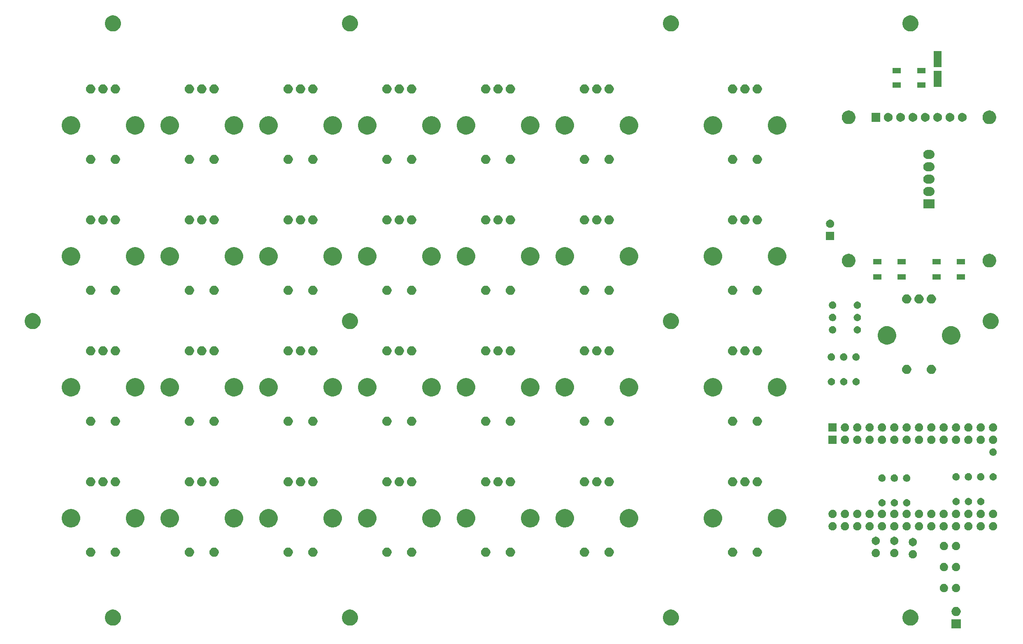
<source format=gbr>
G04 #@! TF.GenerationSoftware,KiCad,Pcbnew,(5.0.2)-1*
G04 #@! TF.CreationDate,2019-03-18T09:59:52+01:00*
G04 #@! TF.ProjectId,PanneauEncoderRotatif_G218,50616e6e-6561-4754-956e-636f64657252,rev?*
G04 #@! TF.SameCoordinates,Original*
G04 #@! TF.FileFunction,Soldermask,Top*
G04 #@! TF.FilePolarity,Negative*
%FSLAX46Y46*%
G04 Gerber Fmt 4.6, Leading zero omitted, Abs format (unit mm)*
G04 Created by KiCad (PCBNEW (5.0.2)-1) date 18/03/2019 09:59:52*
%MOMM*%
%LPD*%
G01*
G04 APERTURE LIST*
%ADD10C,0.100000*%
G04 APERTURE END LIST*
D10*
G36*
X216851000Y-144715000D02*
X214949000Y-144715000D01*
X214949000Y-142813000D01*
X216851000Y-142813000D01*
X216851000Y-144715000D01*
X216851000Y-144715000D01*
G37*
G36*
X206877256Y-140885298D02*
X206983579Y-140906447D01*
X207284042Y-141030903D01*
X207432849Y-141130333D01*
X207554454Y-141211587D01*
X207784413Y-141441546D01*
X207784415Y-141441549D01*
X207965097Y-141711958D01*
X208068954Y-141962690D01*
X208089553Y-142012422D01*
X208153000Y-142331389D01*
X208153000Y-142656611D01*
X208089553Y-142975578D01*
X207965098Y-143276040D01*
X207784413Y-143546454D01*
X207554454Y-143776413D01*
X207554451Y-143776415D01*
X207284042Y-143957097D01*
X206983579Y-144081553D01*
X206877256Y-144102702D01*
X206664611Y-144145000D01*
X206339389Y-144145000D01*
X206126744Y-144102702D01*
X206020421Y-144081553D01*
X205719958Y-143957097D01*
X205449549Y-143776415D01*
X205449546Y-143776413D01*
X205219587Y-143546454D01*
X205038902Y-143276040D01*
X204914447Y-142975578D01*
X204851000Y-142656611D01*
X204851000Y-142331389D01*
X204914447Y-142012422D01*
X204935047Y-141962690D01*
X205038903Y-141711958D01*
X205219585Y-141441549D01*
X205219587Y-141441546D01*
X205449546Y-141211587D01*
X205571151Y-141130333D01*
X205719958Y-141030903D01*
X206020421Y-140906447D01*
X206126744Y-140885298D01*
X206339389Y-140843000D01*
X206664611Y-140843000D01*
X206877256Y-140885298D01*
X206877256Y-140885298D01*
G37*
G36*
X42793256Y-140885298D02*
X42899579Y-140906447D01*
X43200042Y-141030903D01*
X43348849Y-141130333D01*
X43470454Y-141211587D01*
X43700413Y-141441546D01*
X43700415Y-141441549D01*
X43881097Y-141711958D01*
X43984954Y-141962690D01*
X44005553Y-142012422D01*
X44069000Y-142331389D01*
X44069000Y-142656611D01*
X44005553Y-142975578D01*
X43881098Y-143276040D01*
X43700413Y-143546454D01*
X43470454Y-143776413D01*
X43470451Y-143776415D01*
X43200042Y-143957097D01*
X42899579Y-144081553D01*
X42793256Y-144102702D01*
X42580611Y-144145000D01*
X42255389Y-144145000D01*
X42042744Y-144102702D01*
X41936421Y-144081553D01*
X41635958Y-143957097D01*
X41365549Y-143776415D01*
X41365546Y-143776413D01*
X41135587Y-143546454D01*
X40954902Y-143276040D01*
X40830447Y-142975578D01*
X40767000Y-142656611D01*
X40767000Y-142331389D01*
X40830447Y-142012422D01*
X40851047Y-141962690D01*
X40954903Y-141711958D01*
X41135585Y-141441549D01*
X41135587Y-141441546D01*
X41365546Y-141211587D01*
X41487151Y-141130333D01*
X41635958Y-141030903D01*
X41936421Y-140906447D01*
X42042744Y-140885298D01*
X42255389Y-140843000D01*
X42580611Y-140843000D01*
X42793256Y-140885298D01*
X42793256Y-140885298D01*
G37*
G36*
X157601256Y-140885298D02*
X157707579Y-140906447D01*
X158008042Y-141030903D01*
X158156849Y-141130333D01*
X158278454Y-141211587D01*
X158508413Y-141441546D01*
X158508415Y-141441549D01*
X158689097Y-141711958D01*
X158792954Y-141962690D01*
X158813553Y-142012422D01*
X158877000Y-142331389D01*
X158877000Y-142656611D01*
X158813553Y-142975578D01*
X158689098Y-143276040D01*
X158508413Y-143546454D01*
X158278454Y-143776413D01*
X158278451Y-143776415D01*
X158008042Y-143957097D01*
X157707579Y-144081553D01*
X157601256Y-144102702D01*
X157388611Y-144145000D01*
X157063389Y-144145000D01*
X156850744Y-144102702D01*
X156744421Y-144081553D01*
X156443958Y-143957097D01*
X156173549Y-143776415D01*
X156173546Y-143776413D01*
X155943587Y-143546454D01*
X155762902Y-143276040D01*
X155638447Y-142975578D01*
X155575000Y-142656611D01*
X155575000Y-142331389D01*
X155638447Y-142012422D01*
X155659047Y-141962690D01*
X155762903Y-141711958D01*
X155943585Y-141441549D01*
X155943587Y-141441546D01*
X156173546Y-141211587D01*
X156295151Y-141130333D01*
X156443958Y-141030903D01*
X156744421Y-140906447D01*
X156850744Y-140885298D01*
X157063389Y-140843000D01*
X157388611Y-140843000D01*
X157601256Y-140885298D01*
X157601256Y-140885298D01*
G37*
G36*
X91561256Y-140885298D02*
X91667579Y-140906447D01*
X91968042Y-141030903D01*
X92116849Y-141130333D01*
X92238454Y-141211587D01*
X92468413Y-141441546D01*
X92468415Y-141441549D01*
X92649097Y-141711958D01*
X92752954Y-141962690D01*
X92773553Y-142012422D01*
X92837000Y-142331389D01*
X92837000Y-142656611D01*
X92773553Y-142975578D01*
X92649098Y-143276040D01*
X92468413Y-143546454D01*
X92238454Y-143776413D01*
X92238451Y-143776415D01*
X91968042Y-143957097D01*
X91667579Y-144081553D01*
X91561256Y-144102702D01*
X91348611Y-144145000D01*
X91023389Y-144145000D01*
X90810744Y-144102702D01*
X90704421Y-144081553D01*
X90403958Y-143957097D01*
X90133549Y-143776415D01*
X90133546Y-143776413D01*
X89903587Y-143546454D01*
X89722902Y-143276040D01*
X89598447Y-142975578D01*
X89535000Y-142656611D01*
X89535000Y-142331389D01*
X89598447Y-142012422D01*
X89619047Y-141962690D01*
X89722903Y-141711958D01*
X89903585Y-141441549D01*
X89903587Y-141441546D01*
X90133546Y-141211587D01*
X90255151Y-141130333D01*
X90403958Y-141030903D01*
X90704421Y-140906447D01*
X90810744Y-140885298D01*
X91023389Y-140843000D01*
X91348611Y-140843000D01*
X91561256Y-140885298D01*
X91561256Y-140885298D01*
G37*
G36*
X216177396Y-140309546D02*
X216350466Y-140381234D01*
X216506230Y-140485312D01*
X216638688Y-140617770D01*
X216742766Y-140773534D01*
X216814454Y-140946604D01*
X216851000Y-141130333D01*
X216851000Y-141317667D01*
X216814454Y-141501396D01*
X216742766Y-141674466D01*
X216638688Y-141830230D01*
X216506230Y-141962688D01*
X216350466Y-142066766D01*
X216177396Y-142138454D01*
X215993667Y-142175000D01*
X215806333Y-142175000D01*
X215622604Y-142138454D01*
X215449534Y-142066766D01*
X215293770Y-141962688D01*
X215161312Y-141830230D01*
X215057234Y-141674466D01*
X214985546Y-141501396D01*
X214949000Y-141317667D01*
X214949000Y-141130333D01*
X214985546Y-140946604D01*
X215057234Y-140773534D01*
X215161312Y-140617770D01*
X215293770Y-140485312D01*
X215449534Y-140381234D01*
X215622604Y-140309546D01*
X215806333Y-140273000D01*
X215993667Y-140273000D01*
X216177396Y-140309546D01*
X216177396Y-140309546D01*
G37*
G36*
X216148228Y-135579703D02*
X216303100Y-135643853D01*
X216442481Y-135736985D01*
X216561015Y-135855519D01*
X216654147Y-135994900D01*
X216718297Y-136149772D01*
X216751000Y-136314184D01*
X216751000Y-136481816D01*
X216718297Y-136646228D01*
X216654147Y-136801100D01*
X216561015Y-136940481D01*
X216442481Y-137059015D01*
X216303100Y-137152147D01*
X216148228Y-137216297D01*
X215983816Y-137249000D01*
X215816184Y-137249000D01*
X215651772Y-137216297D01*
X215496900Y-137152147D01*
X215357519Y-137059015D01*
X215238985Y-136940481D01*
X215145853Y-136801100D01*
X215081703Y-136646228D01*
X215049000Y-136481816D01*
X215049000Y-136314184D01*
X215081703Y-136149772D01*
X215145853Y-135994900D01*
X215238985Y-135855519D01*
X215357519Y-135736985D01*
X215496900Y-135643853D01*
X215651772Y-135579703D01*
X215816184Y-135547000D01*
X215983816Y-135547000D01*
X216148228Y-135579703D01*
X216148228Y-135579703D01*
G37*
G36*
X213648228Y-135579703D02*
X213803100Y-135643853D01*
X213942481Y-135736985D01*
X214061015Y-135855519D01*
X214154147Y-135994900D01*
X214218297Y-136149772D01*
X214251000Y-136314184D01*
X214251000Y-136481816D01*
X214218297Y-136646228D01*
X214154147Y-136801100D01*
X214061015Y-136940481D01*
X213942481Y-137059015D01*
X213803100Y-137152147D01*
X213648228Y-137216297D01*
X213483816Y-137249000D01*
X213316184Y-137249000D01*
X213151772Y-137216297D01*
X212996900Y-137152147D01*
X212857519Y-137059015D01*
X212738985Y-136940481D01*
X212645853Y-136801100D01*
X212581703Y-136646228D01*
X212549000Y-136481816D01*
X212549000Y-136314184D01*
X212581703Y-136149772D01*
X212645853Y-135994900D01*
X212738985Y-135855519D01*
X212857519Y-135736985D01*
X212996900Y-135643853D01*
X213151772Y-135579703D01*
X213316184Y-135547000D01*
X213483816Y-135547000D01*
X213648228Y-135579703D01*
X213648228Y-135579703D01*
G37*
G36*
X213648228Y-131261703D02*
X213803100Y-131325853D01*
X213942481Y-131418985D01*
X214061015Y-131537519D01*
X214154147Y-131676900D01*
X214218297Y-131831772D01*
X214251000Y-131996184D01*
X214251000Y-132163816D01*
X214218297Y-132328228D01*
X214154147Y-132483100D01*
X214061015Y-132622481D01*
X213942481Y-132741015D01*
X213803100Y-132834147D01*
X213648228Y-132898297D01*
X213483816Y-132931000D01*
X213316184Y-132931000D01*
X213151772Y-132898297D01*
X212996900Y-132834147D01*
X212857519Y-132741015D01*
X212738985Y-132622481D01*
X212645853Y-132483100D01*
X212581703Y-132328228D01*
X212549000Y-132163816D01*
X212549000Y-131996184D01*
X212581703Y-131831772D01*
X212645853Y-131676900D01*
X212738985Y-131537519D01*
X212857519Y-131418985D01*
X212996900Y-131325853D01*
X213151772Y-131261703D01*
X213316184Y-131229000D01*
X213483816Y-131229000D01*
X213648228Y-131261703D01*
X213648228Y-131261703D01*
G37*
G36*
X216148228Y-131261703D02*
X216303100Y-131325853D01*
X216442481Y-131418985D01*
X216561015Y-131537519D01*
X216654147Y-131676900D01*
X216718297Y-131831772D01*
X216751000Y-131996184D01*
X216751000Y-132163816D01*
X216718297Y-132328228D01*
X216654147Y-132483100D01*
X216561015Y-132622481D01*
X216442481Y-132741015D01*
X216303100Y-132834147D01*
X216148228Y-132898297D01*
X215983816Y-132931000D01*
X215816184Y-132931000D01*
X215651772Y-132898297D01*
X215496900Y-132834147D01*
X215357519Y-132741015D01*
X215238985Y-132622481D01*
X215145853Y-132483100D01*
X215081703Y-132328228D01*
X215049000Y-132163816D01*
X215049000Y-131996184D01*
X215081703Y-131831772D01*
X215145853Y-131676900D01*
X215238985Y-131537519D01*
X215357519Y-131418985D01*
X215496900Y-131325853D01*
X215651772Y-131261703D01*
X215816184Y-131229000D01*
X215983816Y-131229000D01*
X216148228Y-131261703D01*
X216148228Y-131261703D01*
G37*
G36*
X207258228Y-128641703D02*
X207413100Y-128705853D01*
X207552481Y-128798985D01*
X207671015Y-128917519D01*
X207764147Y-129056900D01*
X207828297Y-129211772D01*
X207861000Y-129376184D01*
X207861000Y-129543816D01*
X207828297Y-129708228D01*
X207764147Y-129863100D01*
X207671015Y-130002481D01*
X207552481Y-130121015D01*
X207413100Y-130214147D01*
X207258228Y-130278297D01*
X207093816Y-130311000D01*
X206926184Y-130311000D01*
X206761772Y-130278297D01*
X206606900Y-130214147D01*
X206467519Y-130121015D01*
X206348985Y-130002481D01*
X206255853Y-129863100D01*
X206191703Y-129708228D01*
X206159000Y-129543816D01*
X206159000Y-129376184D01*
X206191703Y-129211772D01*
X206255853Y-129056900D01*
X206348985Y-128917519D01*
X206467519Y-128798985D01*
X206606900Y-128705853D01*
X206761772Y-128641703D01*
X206926184Y-128609000D01*
X207093816Y-128609000D01*
X207258228Y-128641703D01*
X207258228Y-128641703D01*
G37*
G36*
X199638228Y-128387703D02*
X199793100Y-128451853D01*
X199932481Y-128544985D01*
X200051015Y-128663519D01*
X200144147Y-128802900D01*
X200208297Y-128957772D01*
X200241000Y-129122184D01*
X200241000Y-129289816D01*
X200208297Y-129454228D01*
X200144147Y-129609100D01*
X200051015Y-129748481D01*
X199932481Y-129867015D01*
X199793100Y-129960147D01*
X199638228Y-130024297D01*
X199473816Y-130057000D01*
X199306184Y-130057000D01*
X199141772Y-130024297D01*
X198986900Y-129960147D01*
X198847519Y-129867015D01*
X198728985Y-129748481D01*
X198635853Y-129609100D01*
X198571703Y-129454228D01*
X198539000Y-129289816D01*
X198539000Y-129122184D01*
X198571703Y-128957772D01*
X198635853Y-128802900D01*
X198728985Y-128663519D01*
X198847519Y-128544985D01*
X198986900Y-128451853D01*
X199141772Y-128387703D01*
X199306184Y-128355000D01*
X199473816Y-128355000D01*
X199638228Y-128387703D01*
X199638228Y-128387703D01*
G37*
G36*
X203448228Y-128387703D02*
X203603100Y-128451853D01*
X203742481Y-128544985D01*
X203861015Y-128663519D01*
X203954147Y-128802900D01*
X204018297Y-128957772D01*
X204051000Y-129122184D01*
X204051000Y-129289816D01*
X204018297Y-129454228D01*
X203954147Y-129609100D01*
X203861015Y-129748481D01*
X203742481Y-129867015D01*
X203603100Y-129960147D01*
X203448228Y-130024297D01*
X203283816Y-130057000D01*
X203116184Y-130057000D01*
X202951772Y-130024297D01*
X202796900Y-129960147D01*
X202657519Y-129867015D01*
X202538985Y-129748481D01*
X202445853Y-129609100D01*
X202381703Y-129454228D01*
X202349000Y-129289816D01*
X202349000Y-129122184D01*
X202381703Y-128957772D01*
X202445853Y-128802900D01*
X202538985Y-128663519D01*
X202657519Y-128544985D01*
X202796900Y-128451853D01*
X202951772Y-128387703D01*
X203116184Y-128355000D01*
X203283816Y-128355000D01*
X203448228Y-128387703D01*
X203448228Y-128387703D01*
G37*
G36*
X139723569Y-128116969D02*
X139723572Y-128116970D01*
X139723571Y-128116970D01*
X139896751Y-128188703D01*
X139896752Y-128188704D01*
X140052612Y-128292846D01*
X140185154Y-128425388D01*
X140185156Y-128425391D01*
X140289297Y-128581249D01*
X140314338Y-128641704D01*
X140361031Y-128754431D01*
X140397600Y-128938274D01*
X140397600Y-129125726D01*
X140361031Y-129309569D01*
X140361030Y-129309571D01*
X140289297Y-129482751D01*
X140204873Y-129609100D01*
X140185154Y-129638612D01*
X140052612Y-129771154D01*
X140052609Y-129771156D01*
X139896751Y-129875297D01*
X139762803Y-129930780D01*
X139723569Y-129947031D01*
X139539726Y-129983600D01*
X139352274Y-129983600D01*
X139168431Y-129947031D01*
X139129197Y-129930780D01*
X138995249Y-129875297D01*
X138839391Y-129771156D01*
X138839388Y-129771154D01*
X138706846Y-129638612D01*
X138687127Y-129609100D01*
X138602703Y-129482751D01*
X138530970Y-129309571D01*
X138530969Y-129309569D01*
X138494400Y-129125726D01*
X138494400Y-128938274D01*
X138530969Y-128754431D01*
X138577662Y-128641704D01*
X138602703Y-128581249D01*
X138706844Y-128425391D01*
X138706846Y-128425388D01*
X138839388Y-128292846D01*
X138995248Y-128188704D01*
X138995249Y-128188703D01*
X139168429Y-128116970D01*
X139168428Y-128116970D01*
X139168431Y-128116969D01*
X139352274Y-128080400D01*
X139539726Y-128080400D01*
X139723569Y-128116969D01*
X139723569Y-128116969D01*
G37*
G36*
X43203569Y-128116969D02*
X43203572Y-128116970D01*
X43203571Y-128116970D01*
X43376751Y-128188703D01*
X43376752Y-128188704D01*
X43532612Y-128292846D01*
X43665154Y-128425388D01*
X43665156Y-128425391D01*
X43769297Y-128581249D01*
X43794338Y-128641704D01*
X43841031Y-128754431D01*
X43877600Y-128938274D01*
X43877600Y-129125726D01*
X43841031Y-129309569D01*
X43841030Y-129309571D01*
X43769297Y-129482751D01*
X43684873Y-129609100D01*
X43665154Y-129638612D01*
X43532612Y-129771154D01*
X43532609Y-129771156D01*
X43376751Y-129875297D01*
X43242803Y-129930780D01*
X43203569Y-129947031D01*
X43019726Y-129983600D01*
X42832274Y-129983600D01*
X42648431Y-129947031D01*
X42609197Y-129930780D01*
X42475249Y-129875297D01*
X42319391Y-129771156D01*
X42319388Y-129771154D01*
X42186846Y-129638612D01*
X42167127Y-129609100D01*
X42082703Y-129482751D01*
X42010970Y-129309571D01*
X42010969Y-129309569D01*
X41974400Y-129125726D01*
X41974400Y-128938274D01*
X42010969Y-128754431D01*
X42057662Y-128641704D01*
X42082703Y-128581249D01*
X42186844Y-128425391D01*
X42186846Y-128425388D01*
X42319388Y-128292846D01*
X42475248Y-128188704D01*
X42475249Y-128188703D01*
X42648429Y-128116970D01*
X42648428Y-128116970D01*
X42648431Y-128116969D01*
X42832274Y-128080400D01*
X43019726Y-128080400D01*
X43203569Y-128116969D01*
X43203569Y-128116969D01*
G37*
G36*
X63523569Y-128116969D02*
X63523572Y-128116970D01*
X63523571Y-128116970D01*
X63696751Y-128188703D01*
X63696752Y-128188704D01*
X63852612Y-128292846D01*
X63985154Y-128425388D01*
X63985156Y-128425391D01*
X64089297Y-128581249D01*
X64114338Y-128641704D01*
X64161031Y-128754431D01*
X64197600Y-128938274D01*
X64197600Y-129125726D01*
X64161031Y-129309569D01*
X64161030Y-129309571D01*
X64089297Y-129482751D01*
X64004873Y-129609100D01*
X63985154Y-129638612D01*
X63852612Y-129771154D01*
X63852609Y-129771156D01*
X63696751Y-129875297D01*
X63562803Y-129930780D01*
X63523569Y-129947031D01*
X63339726Y-129983600D01*
X63152274Y-129983600D01*
X62968431Y-129947031D01*
X62929197Y-129930780D01*
X62795249Y-129875297D01*
X62639391Y-129771156D01*
X62639388Y-129771154D01*
X62506846Y-129638612D01*
X62487127Y-129609100D01*
X62402703Y-129482751D01*
X62330970Y-129309571D01*
X62330969Y-129309569D01*
X62294400Y-129125726D01*
X62294400Y-128938274D01*
X62330969Y-128754431D01*
X62377662Y-128641704D01*
X62402703Y-128581249D01*
X62506844Y-128425391D01*
X62506846Y-128425388D01*
X62639388Y-128292846D01*
X62795248Y-128188704D01*
X62795249Y-128188703D01*
X62968429Y-128116970D01*
X62968428Y-128116970D01*
X62968431Y-128116969D01*
X63152274Y-128080400D01*
X63339726Y-128080400D01*
X63523569Y-128116969D01*
X63523569Y-128116969D01*
G37*
G36*
X58443569Y-128116969D02*
X58443572Y-128116970D01*
X58443571Y-128116970D01*
X58616751Y-128188703D01*
X58616752Y-128188704D01*
X58772612Y-128292846D01*
X58905154Y-128425388D01*
X58905156Y-128425391D01*
X59009297Y-128581249D01*
X59034338Y-128641704D01*
X59081031Y-128754431D01*
X59117600Y-128938274D01*
X59117600Y-129125726D01*
X59081031Y-129309569D01*
X59081030Y-129309571D01*
X59009297Y-129482751D01*
X58924873Y-129609100D01*
X58905154Y-129638612D01*
X58772612Y-129771154D01*
X58772609Y-129771156D01*
X58616751Y-129875297D01*
X58482803Y-129930780D01*
X58443569Y-129947031D01*
X58259726Y-129983600D01*
X58072274Y-129983600D01*
X57888431Y-129947031D01*
X57849197Y-129930780D01*
X57715249Y-129875297D01*
X57559391Y-129771156D01*
X57559388Y-129771154D01*
X57426846Y-129638612D01*
X57407127Y-129609100D01*
X57322703Y-129482751D01*
X57250970Y-129309571D01*
X57250969Y-129309569D01*
X57214400Y-129125726D01*
X57214400Y-128938274D01*
X57250969Y-128754431D01*
X57297662Y-128641704D01*
X57322703Y-128581249D01*
X57426844Y-128425391D01*
X57426846Y-128425388D01*
X57559388Y-128292846D01*
X57715248Y-128188704D01*
X57715249Y-128188703D01*
X57888429Y-128116970D01*
X57888428Y-128116970D01*
X57888431Y-128116969D01*
X58072274Y-128080400D01*
X58259726Y-128080400D01*
X58443569Y-128116969D01*
X58443569Y-128116969D01*
G37*
G36*
X83843569Y-128116969D02*
X83843572Y-128116970D01*
X83843571Y-128116970D01*
X84016751Y-128188703D01*
X84016752Y-128188704D01*
X84172612Y-128292846D01*
X84305154Y-128425388D01*
X84305156Y-128425391D01*
X84409297Y-128581249D01*
X84434338Y-128641704D01*
X84481031Y-128754431D01*
X84517600Y-128938274D01*
X84517600Y-129125726D01*
X84481031Y-129309569D01*
X84481030Y-129309571D01*
X84409297Y-129482751D01*
X84324873Y-129609100D01*
X84305154Y-129638612D01*
X84172612Y-129771154D01*
X84172609Y-129771156D01*
X84016751Y-129875297D01*
X83882803Y-129930780D01*
X83843569Y-129947031D01*
X83659726Y-129983600D01*
X83472274Y-129983600D01*
X83288431Y-129947031D01*
X83249197Y-129930780D01*
X83115249Y-129875297D01*
X82959391Y-129771156D01*
X82959388Y-129771154D01*
X82826846Y-129638612D01*
X82807127Y-129609100D01*
X82722703Y-129482751D01*
X82650970Y-129309571D01*
X82650969Y-129309569D01*
X82614400Y-129125726D01*
X82614400Y-128938274D01*
X82650969Y-128754431D01*
X82697662Y-128641704D01*
X82722703Y-128581249D01*
X82826844Y-128425391D01*
X82826846Y-128425388D01*
X82959388Y-128292846D01*
X83115248Y-128188704D01*
X83115249Y-128188703D01*
X83288429Y-128116970D01*
X83288428Y-128116970D01*
X83288431Y-128116969D01*
X83472274Y-128080400D01*
X83659726Y-128080400D01*
X83843569Y-128116969D01*
X83843569Y-128116969D01*
G37*
G36*
X78763569Y-128116969D02*
X78763572Y-128116970D01*
X78763571Y-128116970D01*
X78936751Y-128188703D01*
X78936752Y-128188704D01*
X79092612Y-128292846D01*
X79225154Y-128425388D01*
X79225156Y-128425391D01*
X79329297Y-128581249D01*
X79354338Y-128641704D01*
X79401031Y-128754431D01*
X79437600Y-128938274D01*
X79437600Y-129125726D01*
X79401031Y-129309569D01*
X79401030Y-129309571D01*
X79329297Y-129482751D01*
X79244873Y-129609100D01*
X79225154Y-129638612D01*
X79092612Y-129771154D01*
X79092609Y-129771156D01*
X78936751Y-129875297D01*
X78802803Y-129930780D01*
X78763569Y-129947031D01*
X78579726Y-129983600D01*
X78392274Y-129983600D01*
X78208431Y-129947031D01*
X78169197Y-129930780D01*
X78035249Y-129875297D01*
X77879391Y-129771156D01*
X77879388Y-129771154D01*
X77746846Y-129638612D01*
X77727127Y-129609100D01*
X77642703Y-129482751D01*
X77570970Y-129309571D01*
X77570969Y-129309569D01*
X77534400Y-129125726D01*
X77534400Y-128938274D01*
X77570969Y-128754431D01*
X77617662Y-128641704D01*
X77642703Y-128581249D01*
X77746844Y-128425391D01*
X77746846Y-128425388D01*
X77879388Y-128292846D01*
X78035248Y-128188704D01*
X78035249Y-128188703D01*
X78208429Y-128116970D01*
X78208428Y-128116970D01*
X78208431Y-128116969D01*
X78392274Y-128080400D01*
X78579726Y-128080400D01*
X78763569Y-128116969D01*
X78763569Y-128116969D01*
G37*
G36*
X104163569Y-128116969D02*
X104163572Y-128116970D01*
X104163571Y-128116970D01*
X104336751Y-128188703D01*
X104336752Y-128188704D01*
X104492612Y-128292846D01*
X104625154Y-128425388D01*
X104625156Y-128425391D01*
X104729297Y-128581249D01*
X104754338Y-128641704D01*
X104801031Y-128754431D01*
X104837600Y-128938274D01*
X104837600Y-129125726D01*
X104801031Y-129309569D01*
X104801030Y-129309571D01*
X104729297Y-129482751D01*
X104644873Y-129609100D01*
X104625154Y-129638612D01*
X104492612Y-129771154D01*
X104492609Y-129771156D01*
X104336751Y-129875297D01*
X104202803Y-129930780D01*
X104163569Y-129947031D01*
X103979726Y-129983600D01*
X103792274Y-129983600D01*
X103608431Y-129947031D01*
X103569197Y-129930780D01*
X103435249Y-129875297D01*
X103279391Y-129771156D01*
X103279388Y-129771154D01*
X103146846Y-129638612D01*
X103127127Y-129609100D01*
X103042703Y-129482751D01*
X102970970Y-129309571D01*
X102970969Y-129309569D01*
X102934400Y-129125726D01*
X102934400Y-128938274D01*
X102970969Y-128754431D01*
X103017662Y-128641704D01*
X103042703Y-128581249D01*
X103146844Y-128425391D01*
X103146846Y-128425388D01*
X103279388Y-128292846D01*
X103435248Y-128188704D01*
X103435249Y-128188703D01*
X103608429Y-128116970D01*
X103608428Y-128116970D01*
X103608431Y-128116969D01*
X103792274Y-128080400D01*
X103979726Y-128080400D01*
X104163569Y-128116969D01*
X104163569Y-128116969D01*
G37*
G36*
X99083569Y-128116969D02*
X99083572Y-128116970D01*
X99083571Y-128116970D01*
X99256751Y-128188703D01*
X99256752Y-128188704D01*
X99412612Y-128292846D01*
X99545154Y-128425388D01*
X99545156Y-128425391D01*
X99649297Y-128581249D01*
X99674338Y-128641704D01*
X99721031Y-128754431D01*
X99757600Y-128938274D01*
X99757600Y-129125726D01*
X99721031Y-129309569D01*
X99721030Y-129309571D01*
X99649297Y-129482751D01*
X99564873Y-129609100D01*
X99545154Y-129638612D01*
X99412612Y-129771154D01*
X99412609Y-129771156D01*
X99256751Y-129875297D01*
X99122803Y-129930780D01*
X99083569Y-129947031D01*
X98899726Y-129983600D01*
X98712274Y-129983600D01*
X98528431Y-129947031D01*
X98489197Y-129930780D01*
X98355249Y-129875297D01*
X98199391Y-129771156D01*
X98199388Y-129771154D01*
X98066846Y-129638612D01*
X98047127Y-129609100D01*
X97962703Y-129482751D01*
X97890970Y-129309571D01*
X97890969Y-129309569D01*
X97854400Y-129125726D01*
X97854400Y-128938274D01*
X97890969Y-128754431D01*
X97937662Y-128641704D01*
X97962703Y-128581249D01*
X98066844Y-128425391D01*
X98066846Y-128425388D01*
X98199388Y-128292846D01*
X98355248Y-128188704D01*
X98355249Y-128188703D01*
X98528429Y-128116970D01*
X98528428Y-128116970D01*
X98528431Y-128116969D01*
X98712274Y-128080400D01*
X98899726Y-128080400D01*
X99083569Y-128116969D01*
X99083569Y-128116969D01*
G37*
G36*
X124483569Y-128116969D02*
X124483572Y-128116970D01*
X124483571Y-128116970D01*
X124656751Y-128188703D01*
X124656752Y-128188704D01*
X124812612Y-128292846D01*
X124945154Y-128425388D01*
X124945156Y-128425391D01*
X125049297Y-128581249D01*
X125074338Y-128641704D01*
X125121031Y-128754431D01*
X125157600Y-128938274D01*
X125157600Y-129125726D01*
X125121031Y-129309569D01*
X125121030Y-129309571D01*
X125049297Y-129482751D01*
X124964873Y-129609100D01*
X124945154Y-129638612D01*
X124812612Y-129771154D01*
X124812609Y-129771156D01*
X124656751Y-129875297D01*
X124522803Y-129930780D01*
X124483569Y-129947031D01*
X124299726Y-129983600D01*
X124112274Y-129983600D01*
X123928431Y-129947031D01*
X123889197Y-129930780D01*
X123755249Y-129875297D01*
X123599391Y-129771156D01*
X123599388Y-129771154D01*
X123466846Y-129638612D01*
X123447127Y-129609100D01*
X123362703Y-129482751D01*
X123290970Y-129309571D01*
X123290969Y-129309569D01*
X123254400Y-129125726D01*
X123254400Y-128938274D01*
X123290969Y-128754431D01*
X123337662Y-128641704D01*
X123362703Y-128581249D01*
X123466844Y-128425391D01*
X123466846Y-128425388D01*
X123599388Y-128292846D01*
X123755248Y-128188704D01*
X123755249Y-128188703D01*
X123928429Y-128116970D01*
X123928428Y-128116970D01*
X123928431Y-128116969D01*
X124112274Y-128080400D01*
X124299726Y-128080400D01*
X124483569Y-128116969D01*
X124483569Y-128116969D01*
G37*
G36*
X119403569Y-128116969D02*
X119403572Y-128116970D01*
X119403571Y-128116970D01*
X119576751Y-128188703D01*
X119576752Y-128188704D01*
X119732612Y-128292846D01*
X119865154Y-128425388D01*
X119865156Y-128425391D01*
X119969297Y-128581249D01*
X119994338Y-128641704D01*
X120041031Y-128754431D01*
X120077600Y-128938274D01*
X120077600Y-129125726D01*
X120041031Y-129309569D01*
X120041030Y-129309571D01*
X119969297Y-129482751D01*
X119884873Y-129609100D01*
X119865154Y-129638612D01*
X119732612Y-129771154D01*
X119732609Y-129771156D01*
X119576751Y-129875297D01*
X119442803Y-129930780D01*
X119403569Y-129947031D01*
X119219726Y-129983600D01*
X119032274Y-129983600D01*
X118848431Y-129947031D01*
X118809197Y-129930780D01*
X118675249Y-129875297D01*
X118519391Y-129771156D01*
X118519388Y-129771154D01*
X118386846Y-129638612D01*
X118367127Y-129609100D01*
X118282703Y-129482751D01*
X118210970Y-129309571D01*
X118210969Y-129309569D01*
X118174400Y-129125726D01*
X118174400Y-128938274D01*
X118210969Y-128754431D01*
X118257662Y-128641704D01*
X118282703Y-128581249D01*
X118386844Y-128425391D01*
X118386846Y-128425388D01*
X118519388Y-128292846D01*
X118675248Y-128188704D01*
X118675249Y-128188703D01*
X118848429Y-128116970D01*
X118848428Y-128116970D01*
X118848431Y-128116969D01*
X119032274Y-128080400D01*
X119219726Y-128080400D01*
X119403569Y-128116969D01*
X119403569Y-128116969D01*
G37*
G36*
X144803569Y-128116969D02*
X144803572Y-128116970D01*
X144803571Y-128116970D01*
X144976751Y-128188703D01*
X144976752Y-128188704D01*
X145132612Y-128292846D01*
X145265154Y-128425388D01*
X145265156Y-128425391D01*
X145369297Y-128581249D01*
X145394338Y-128641704D01*
X145441031Y-128754431D01*
X145477600Y-128938274D01*
X145477600Y-129125726D01*
X145441031Y-129309569D01*
X145441030Y-129309571D01*
X145369297Y-129482751D01*
X145284873Y-129609100D01*
X145265154Y-129638612D01*
X145132612Y-129771154D01*
X145132609Y-129771156D01*
X144976751Y-129875297D01*
X144842803Y-129930780D01*
X144803569Y-129947031D01*
X144619726Y-129983600D01*
X144432274Y-129983600D01*
X144248431Y-129947031D01*
X144209197Y-129930780D01*
X144075249Y-129875297D01*
X143919391Y-129771156D01*
X143919388Y-129771154D01*
X143786846Y-129638612D01*
X143767127Y-129609100D01*
X143682703Y-129482751D01*
X143610970Y-129309571D01*
X143610969Y-129309569D01*
X143574400Y-129125726D01*
X143574400Y-128938274D01*
X143610969Y-128754431D01*
X143657662Y-128641704D01*
X143682703Y-128581249D01*
X143786844Y-128425391D01*
X143786846Y-128425388D01*
X143919388Y-128292846D01*
X144075248Y-128188704D01*
X144075249Y-128188703D01*
X144248429Y-128116970D01*
X144248428Y-128116970D01*
X144248431Y-128116969D01*
X144432274Y-128080400D01*
X144619726Y-128080400D01*
X144803569Y-128116969D01*
X144803569Y-128116969D01*
G37*
G36*
X175283569Y-128116969D02*
X175283572Y-128116970D01*
X175283571Y-128116970D01*
X175456751Y-128188703D01*
X175456752Y-128188704D01*
X175612612Y-128292846D01*
X175745154Y-128425388D01*
X175745156Y-128425391D01*
X175849297Y-128581249D01*
X175874338Y-128641704D01*
X175921031Y-128754431D01*
X175957600Y-128938274D01*
X175957600Y-129125726D01*
X175921031Y-129309569D01*
X175921030Y-129309571D01*
X175849297Y-129482751D01*
X175764873Y-129609100D01*
X175745154Y-129638612D01*
X175612612Y-129771154D01*
X175612609Y-129771156D01*
X175456751Y-129875297D01*
X175322803Y-129930780D01*
X175283569Y-129947031D01*
X175099726Y-129983600D01*
X174912274Y-129983600D01*
X174728431Y-129947031D01*
X174689197Y-129930780D01*
X174555249Y-129875297D01*
X174399391Y-129771156D01*
X174399388Y-129771154D01*
X174266846Y-129638612D01*
X174247127Y-129609100D01*
X174162703Y-129482751D01*
X174090970Y-129309571D01*
X174090969Y-129309569D01*
X174054400Y-129125726D01*
X174054400Y-128938274D01*
X174090969Y-128754431D01*
X174137662Y-128641704D01*
X174162703Y-128581249D01*
X174266844Y-128425391D01*
X174266846Y-128425388D01*
X174399388Y-128292846D01*
X174555248Y-128188704D01*
X174555249Y-128188703D01*
X174728429Y-128116970D01*
X174728428Y-128116970D01*
X174728431Y-128116969D01*
X174912274Y-128080400D01*
X175099726Y-128080400D01*
X175283569Y-128116969D01*
X175283569Y-128116969D01*
G37*
G36*
X38123569Y-128116969D02*
X38123572Y-128116970D01*
X38123571Y-128116970D01*
X38296751Y-128188703D01*
X38296752Y-128188704D01*
X38452612Y-128292846D01*
X38585154Y-128425388D01*
X38585156Y-128425391D01*
X38689297Y-128581249D01*
X38714338Y-128641704D01*
X38761031Y-128754431D01*
X38797600Y-128938274D01*
X38797600Y-129125726D01*
X38761031Y-129309569D01*
X38761030Y-129309571D01*
X38689297Y-129482751D01*
X38604873Y-129609100D01*
X38585154Y-129638612D01*
X38452612Y-129771154D01*
X38452609Y-129771156D01*
X38296751Y-129875297D01*
X38162803Y-129930780D01*
X38123569Y-129947031D01*
X37939726Y-129983600D01*
X37752274Y-129983600D01*
X37568431Y-129947031D01*
X37529197Y-129930780D01*
X37395249Y-129875297D01*
X37239391Y-129771156D01*
X37239388Y-129771154D01*
X37106846Y-129638612D01*
X37087127Y-129609100D01*
X37002703Y-129482751D01*
X36930970Y-129309571D01*
X36930969Y-129309569D01*
X36894400Y-129125726D01*
X36894400Y-128938274D01*
X36930969Y-128754431D01*
X36977662Y-128641704D01*
X37002703Y-128581249D01*
X37106844Y-128425391D01*
X37106846Y-128425388D01*
X37239388Y-128292846D01*
X37395248Y-128188704D01*
X37395249Y-128188703D01*
X37568429Y-128116970D01*
X37568428Y-128116970D01*
X37568431Y-128116969D01*
X37752274Y-128080400D01*
X37939726Y-128080400D01*
X38123569Y-128116969D01*
X38123569Y-128116969D01*
G37*
G36*
X170203569Y-128116969D02*
X170203572Y-128116970D01*
X170203571Y-128116970D01*
X170376751Y-128188703D01*
X170376752Y-128188704D01*
X170532612Y-128292846D01*
X170665154Y-128425388D01*
X170665156Y-128425391D01*
X170769297Y-128581249D01*
X170794338Y-128641704D01*
X170841031Y-128754431D01*
X170877600Y-128938274D01*
X170877600Y-129125726D01*
X170841031Y-129309569D01*
X170841030Y-129309571D01*
X170769297Y-129482751D01*
X170684873Y-129609100D01*
X170665154Y-129638612D01*
X170532612Y-129771154D01*
X170532609Y-129771156D01*
X170376751Y-129875297D01*
X170242803Y-129930780D01*
X170203569Y-129947031D01*
X170019726Y-129983600D01*
X169832274Y-129983600D01*
X169648431Y-129947031D01*
X169609197Y-129930780D01*
X169475249Y-129875297D01*
X169319391Y-129771156D01*
X169319388Y-129771154D01*
X169186846Y-129638612D01*
X169167127Y-129609100D01*
X169082703Y-129482751D01*
X169010970Y-129309571D01*
X169010969Y-129309569D01*
X168974400Y-129125726D01*
X168974400Y-128938274D01*
X169010969Y-128754431D01*
X169057662Y-128641704D01*
X169082703Y-128581249D01*
X169186844Y-128425391D01*
X169186846Y-128425388D01*
X169319388Y-128292846D01*
X169475248Y-128188704D01*
X169475249Y-128188703D01*
X169648429Y-128116970D01*
X169648428Y-128116970D01*
X169648431Y-128116969D01*
X169832274Y-128080400D01*
X170019726Y-128080400D01*
X170203569Y-128116969D01*
X170203569Y-128116969D01*
G37*
G36*
X213648228Y-126943703D02*
X213803100Y-127007853D01*
X213942481Y-127100985D01*
X214061015Y-127219519D01*
X214154147Y-127358900D01*
X214218297Y-127513772D01*
X214251000Y-127678184D01*
X214251000Y-127845816D01*
X214218297Y-128010228D01*
X214154147Y-128165100D01*
X214061015Y-128304481D01*
X213942481Y-128423015D01*
X213803100Y-128516147D01*
X213648228Y-128580297D01*
X213483816Y-128613000D01*
X213316184Y-128613000D01*
X213151772Y-128580297D01*
X212996900Y-128516147D01*
X212857519Y-128423015D01*
X212738985Y-128304481D01*
X212645853Y-128165100D01*
X212581703Y-128010228D01*
X212549000Y-127845816D01*
X212549000Y-127678184D01*
X212581703Y-127513772D01*
X212645853Y-127358900D01*
X212738985Y-127219519D01*
X212857519Y-127100985D01*
X212996900Y-127007853D01*
X213151772Y-126943703D01*
X213316184Y-126911000D01*
X213483816Y-126911000D01*
X213648228Y-126943703D01*
X213648228Y-126943703D01*
G37*
G36*
X216148228Y-126943703D02*
X216303100Y-127007853D01*
X216442481Y-127100985D01*
X216561015Y-127219519D01*
X216654147Y-127358900D01*
X216718297Y-127513772D01*
X216751000Y-127678184D01*
X216751000Y-127845816D01*
X216718297Y-128010228D01*
X216654147Y-128165100D01*
X216561015Y-128304481D01*
X216442481Y-128423015D01*
X216303100Y-128516147D01*
X216148228Y-128580297D01*
X215983816Y-128613000D01*
X215816184Y-128613000D01*
X215651772Y-128580297D01*
X215496900Y-128516147D01*
X215357519Y-128423015D01*
X215238985Y-128304481D01*
X215145853Y-128165100D01*
X215081703Y-128010228D01*
X215049000Y-127845816D01*
X215049000Y-127678184D01*
X215081703Y-127513772D01*
X215145853Y-127358900D01*
X215238985Y-127219519D01*
X215357519Y-127100985D01*
X215496900Y-127007853D01*
X215651772Y-126943703D01*
X215816184Y-126911000D01*
X215983816Y-126911000D01*
X216148228Y-126943703D01*
X216148228Y-126943703D01*
G37*
G36*
X207258228Y-126141703D02*
X207413100Y-126205853D01*
X207552481Y-126298985D01*
X207671015Y-126417519D01*
X207764147Y-126556900D01*
X207828297Y-126711772D01*
X207861000Y-126876184D01*
X207861000Y-127043816D01*
X207828297Y-127208228D01*
X207764147Y-127363100D01*
X207671015Y-127502481D01*
X207552481Y-127621015D01*
X207413100Y-127714147D01*
X207258228Y-127778297D01*
X207093816Y-127811000D01*
X206926184Y-127811000D01*
X206761772Y-127778297D01*
X206606900Y-127714147D01*
X206467519Y-127621015D01*
X206348985Y-127502481D01*
X206255853Y-127363100D01*
X206191703Y-127208228D01*
X206159000Y-127043816D01*
X206159000Y-126876184D01*
X206191703Y-126711772D01*
X206255853Y-126556900D01*
X206348985Y-126417519D01*
X206467519Y-126298985D01*
X206606900Y-126205853D01*
X206761772Y-126141703D01*
X206926184Y-126109000D01*
X207093816Y-126109000D01*
X207258228Y-126141703D01*
X207258228Y-126141703D01*
G37*
G36*
X199638228Y-125887703D02*
X199793100Y-125951853D01*
X199932481Y-126044985D01*
X200051015Y-126163519D01*
X200144147Y-126302900D01*
X200208297Y-126457772D01*
X200241000Y-126622184D01*
X200241000Y-126789816D01*
X200208297Y-126954228D01*
X200144147Y-127109100D01*
X200051015Y-127248481D01*
X199932481Y-127367015D01*
X199793100Y-127460147D01*
X199638228Y-127524297D01*
X199473816Y-127557000D01*
X199306184Y-127557000D01*
X199141772Y-127524297D01*
X198986900Y-127460147D01*
X198847519Y-127367015D01*
X198728985Y-127248481D01*
X198635853Y-127109100D01*
X198571703Y-126954228D01*
X198539000Y-126789816D01*
X198539000Y-126622184D01*
X198571703Y-126457772D01*
X198635853Y-126302900D01*
X198728985Y-126163519D01*
X198847519Y-126044985D01*
X198986900Y-125951853D01*
X199141772Y-125887703D01*
X199306184Y-125855000D01*
X199473816Y-125855000D01*
X199638228Y-125887703D01*
X199638228Y-125887703D01*
G37*
G36*
X203448228Y-125887703D02*
X203603100Y-125951853D01*
X203742481Y-126044985D01*
X203861015Y-126163519D01*
X203954147Y-126302900D01*
X204018297Y-126457772D01*
X204051000Y-126622184D01*
X204051000Y-126789816D01*
X204018297Y-126954228D01*
X203954147Y-127109100D01*
X203861015Y-127248481D01*
X203742481Y-127367015D01*
X203603100Y-127460147D01*
X203448228Y-127524297D01*
X203283816Y-127557000D01*
X203116184Y-127557000D01*
X202951772Y-127524297D01*
X202796900Y-127460147D01*
X202657519Y-127367015D01*
X202538985Y-127248481D01*
X202445853Y-127109100D01*
X202381703Y-126954228D01*
X202349000Y-126789816D01*
X202349000Y-126622184D01*
X202381703Y-126457772D01*
X202445853Y-126302900D01*
X202538985Y-126163519D01*
X202657519Y-126044985D01*
X202796900Y-125951853D01*
X202951772Y-125887703D01*
X203116184Y-125855000D01*
X203283816Y-125855000D01*
X203448228Y-125887703D01*
X203448228Y-125887703D01*
G37*
G36*
X223768228Y-122879703D02*
X223923100Y-122943853D01*
X224062481Y-123036985D01*
X224181015Y-123155519D01*
X224274147Y-123294900D01*
X224338297Y-123449772D01*
X224371000Y-123614184D01*
X224371000Y-123781816D01*
X224338297Y-123946228D01*
X224274147Y-124101100D01*
X224181015Y-124240481D01*
X224062481Y-124359015D01*
X223923100Y-124452147D01*
X223768228Y-124516297D01*
X223603816Y-124549000D01*
X223436184Y-124549000D01*
X223271772Y-124516297D01*
X223116900Y-124452147D01*
X222977519Y-124359015D01*
X222858985Y-124240481D01*
X222765853Y-124101100D01*
X222701703Y-123946228D01*
X222669000Y-123781816D01*
X222669000Y-123614184D01*
X222701703Y-123449772D01*
X222765853Y-123294900D01*
X222858985Y-123155519D01*
X222977519Y-123036985D01*
X223116900Y-122943853D01*
X223271772Y-122879703D01*
X223436184Y-122847000D01*
X223603816Y-122847000D01*
X223768228Y-122879703D01*
X223768228Y-122879703D01*
G37*
G36*
X208528228Y-122879703D02*
X208683100Y-122943853D01*
X208822481Y-123036985D01*
X208941015Y-123155519D01*
X209034147Y-123294900D01*
X209098297Y-123449772D01*
X209131000Y-123614184D01*
X209131000Y-123781816D01*
X209098297Y-123946228D01*
X209034147Y-124101100D01*
X208941015Y-124240481D01*
X208822481Y-124359015D01*
X208683100Y-124452147D01*
X208528228Y-124516297D01*
X208363816Y-124549000D01*
X208196184Y-124549000D01*
X208031772Y-124516297D01*
X207876900Y-124452147D01*
X207737519Y-124359015D01*
X207618985Y-124240481D01*
X207525853Y-124101100D01*
X207461703Y-123946228D01*
X207429000Y-123781816D01*
X207429000Y-123614184D01*
X207461703Y-123449772D01*
X207525853Y-123294900D01*
X207618985Y-123155519D01*
X207737519Y-123036985D01*
X207876900Y-122943853D01*
X208031772Y-122879703D01*
X208196184Y-122847000D01*
X208363816Y-122847000D01*
X208528228Y-122879703D01*
X208528228Y-122879703D01*
G37*
G36*
X213608228Y-122879703D02*
X213763100Y-122943853D01*
X213902481Y-123036985D01*
X214021015Y-123155519D01*
X214114147Y-123294900D01*
X214178297Y-123449772D01*
X214211000Y-123614184D01*
X214211000Y-123781816D01*
X214178297Y-123946228D01*
X214114147Y-124101100D01*
X214021015Y-124240481D01*
X213902481Y-124359015D01*
X213763100Y-124452147D01*
X213608228Y-124516297D01*
X213443816Y-124549000D01*
X213276184Y-124549000D01*
X213111772Y-124516297D01*
X212956900Y-124452147D01*
X212817519Y-124359015D01*
X212698985Y-124240481D01*
X212605853Y-124101100D01*
X212541703Y-123946228D01*
X212509000Y-123781816D01*
X212509000Y-123614184D01*
X212541703Y-123449772D01*
X212605853Y-123294900D01*
X212698985Y-123155519D01*
X212817519Y-123036985D01*
X212956900Y-122943853D01*
X213111772Y-122879703D01*
X213276184Y-122847000D01*
X213443816Y-122847000D01*
X213608228Y-122879703D01*
X213608228Y-122879703D01*
G37*
G36*
X216148228Y-122879703D02*
X216303100Y-122943853D01*
X216442481Y-123036985D01*
X216561015Y-123155519D01*
X216654147Y-123294900D01*
X216718297Y-123449772D01*
X216751000Y-123614184D01*
X216751000Y-123781816D01*
X216718297Y-123946228D01*
X216654147Y-124101100D01*
X216561015Y-124240481D01*
X216442481Y-124359015D01*
X216303100Y-124452147D01*
X216148228Y-124516297D01*
X215983816Y-124549000D01*
X215816184Y-124549000D01*
X215651772Y-124516297D01*
X215496900Y-124452147D01*
X215357519Y-124359015D01*
X215238985Y-124240481D01*
X215145853Y-124101100D01*
X215081703Y-123946228D01*
X215049000Y-123781816D01*
X215049000Y-123614184D01*
X215081703Y-123449772D01*
X215145853Y-123294900D01*
X215238985Y-123155519D01*
X215357519Y-123036985D01*
X215496900Y-122943853D01*
X215651772Y-122879703D01*
X215816184Y-122847000D01*
X215983816Y-122847000D01*
X216148228Y-122879703D01*
X216148228Y-122879703D01*
G37*
G36*
X218688228Y-122879703D02*
X218843100Y-122943853D01*
X218982481Y-123036985D01*
X219101015Y-123155519D01*
X219194147Y-123294900D01*
X219258297Y-123449772D01*
X219291000Y-123614184D01*
X219291000Y-123781816D01*
X219258297Y-123946228D01*
X219194147Y-124101100D01*
X219101015Y-124240481D01*
X218982481Y-124359015D01*
X218843100Y-124452147D01*
X218688228Y-124516297D01*
X218523816Y-124549000D01*
X218356184Y-124549000D01*
X218191772Y-124516297D01*
X218036900Y-124452147D01*
X217897519Y-124359015D01*
X217778985Y-124240481D01*
X217685853Y-124101100D01*
X217621703Y-123946228D01*
X217589000Y-123781816D01*
X217589000Y-123614184D01*
X217621703Y-123449772D01*
X217685853Y-123294900D01*
X217778985Y-123155519D01*
X217897519Y-123036985D01*
X218036900Y-122943853D01*
X218191772Y-122879703D01*
X218356184Y-122847000D01*
X218523816Y-122847000D01*
X218688228Y-122879703D01*
X218688228Y-122879703D01*
G37*
G36*
X221228228Y-122879703D02*
X221383100Y-122943853D01*
X221522481Y-123036985D01*
X221641015Y-123155519D01*
X221734147Y-123294900D01*
X221798297Y-123449772D01*
X221831000Y-123614184D01*
X221831000Y-123781816D01*
X221798297Y-123946228D01*
X221734147Y-124101100D01*
X221641015Y-124240481D01*
X221522481Y-124359015D01*
X221383100Y-124452147D01*
X221228228Y-124516297D01*
X221063816Y-124549000D01*
X220896184Y-124549000D01*
X220731772Y-124516297D01*
X220576900Y-124452147D01*
X220437519Y-124359015D01*
X220318985Y-124240481D01*
X220225853Y-124101100D01*
X220161703Y-123946228D01*
X220129000Y-123781816D01*
X220129000Y-123614184D01*
X220161703Y-123449772D01*
X220225853Y-123294900D01*
X220318985Y-123155519D01*
X220437519Y-123036985D01*
X220576900Y-122943853D01*
X220731772Y-122879703D01*
X220896184Y-122847000D01*
X221063816Y-122847000D01*
X221228228Y-122879703D01*
X221228228Y-122879703D01*
G37*
G36*
X211068228Y-122879703D02*
X211223100Y-122943853D01*
X211362481Y-123036985D01*
X211481015Y-123155519D01*
X211574147Y-123294900D01*
X211638297Y-123449772D01*
X211671000Y-123614184D01*
X211671000Y-123781816D01*
X211638297Y-123946228D01*
X211574147Y-124101100D01*
X211481015Y-124240481D01*
X211362481Y-124359015D01*
X211223100Y-124452147D01*
X211068228Y-124516297D01*
X210903816Y-124549000D01*
X210736184Y-124549000D01*
X210571772Y-124516297D01*
X210416900Y-124452147D01*
X210277519Y-124359015D01*
X210158985Y-124240481D01*
X210065853Y-124101100D01*
X210001703Y-123946228D01*
X209969000Y-123781816D01*
X209969000Y-123614184D01*
X210001703Y-123449772D01*
X210065853Y-123294900D01*
X210158985Y-123155519D01*
X210277519Y-123036985D01*
X210416900Y-122943853D01*
X210571772Y-122879703D01*
X210736184Y-122847000D01*
X210903816Y-122847000D01*
X211068228Y-122879703D01*
X211068228Y-122879703D01*
G37*
G36*
X190748228Y-122879703D02*
X190903100Y-122943853D01*
X191042481Y-123036985D01*
X191161015Y-123155519D01*
X191254147Y-123294900D01*
X191318297Y-123449772D01*
X191351000Y-123614184D01*
X191351000Y-123781816D01*
X191318297Y-123946228D01*
X191254147Y-124101100D01*
X191161015Y-124240481D01*
X191042481Y-124359015D01*
X190903100Y-124452147D01*
X190748228Y-124516297D01*
X190583816Y-124549000D01*
X190416184Y-124549000D01*
X190251772Y-124516297D01*
X190096900Y-124452147D01*
X189957519Y-124359015D01*
X189838985Y-124240481D01*
X189745853Y-124101100D01*
X189681703Y-123946228D01*
X189649000Y-123781816D01*
X189649000Y-123614184D01*
X189681703Y-123449772D01*
X189745853Y-123294900D01*
X189838985Y-123155519D01*
X189957519Y-123036985D01*
X190096900Y-122943853D01*
X190251772Y-122879703D01*
X190416184Y-122847000D01*
X190583816Y-122847000D01*
X190748228Y-122879703D01*
X190748228Y-122879703D01*
G37*
G36*
X193288228Y-122879703D02*
X193443100Y-122943853D01*
X193582481Y-123036985D01*
X193701015Y-123155519D01*
X193794147Y-123294900D01*
X193858297Y-123449772D01*
X193891000Y-123614184D01*
X193891000Y-123781816D01*
X193858297Y-123946228D01*
X193794147Y-124101100D01*
X193701015Y-124240481D01*
X193582481Y-124359015D01*
X193443100Y-124452147D01*
X193288228Y-124516297D01*
X193123816Y-124549000D01*
X192956184Y-124549000D01*
X192791772Y-124516297D01*
X192636900Y-124452147D01*
X192497519Y-124359015D01*
X192378985Y-124240481D01*
X192285853Y-124101100D01*
X192221703Y-123946228D01*
X192189000Y-123781816D01*
X192189000Y-123614184D01*
X192221703Y-123449772D01*
X192285853Y-123294900D01*
X192378985Y-123155519D01*
X192497519Y-123036985D01*
X192636900Y-122943853D01*
X192791772Y-122879703D01*
X192956184Y-122847000D01*
X193123816Y-122847000D01*
X193288228Y-122879703D01*
X193288228Y-122879703D01*
G37*
G36*
X198368228Y-122879703D02*
X198523100Y-122943853D01*
X198662481Y-123036985D01*
X198781015Y-123155519D01*
X198874147Y-123294900D01*
X198938297Y-123449772D01*
X198971000Y-123614184D01*
X198971000Y-123781816D01*
X198938297Y-123946228D01*
X198874147Y-124101100D01*
X198781015Y-124240481D01*
X198662481Y-124359015D01*
X198523100Y-124452147D01*
X198368228Y-124516297D01*
X198203816Y-124549000D01*
X198036184Y-124549000D01*
X197871772Y-124516297D01*
X197716900Y-124452147D01*
X197577519Y-124359015D01*
X197458985Y-124240481D01*
X197365853Y-124101100D01*
X197301703Y-123946228D01*
X197269000Y-123781816D01*
X197269000Y-123614184D01*
X197301703Y-123449772D01*
X197365853Y-123294900D01*
X197458985Y-123155519D01*
X197577519Y-123036985D01*
X197716900Y-122943853D01*
X197871772Y-122879703D01*
X198036184Y-122847000D01*
X198203816Y-122847000D01*
X198368228Y-122879703D01*
X198368228Y-122879703D01*
G37*
G36*
X200908228Y-122879703D02*
X201063100Y-122943853D01*
X201202481Y-123036985D01*
X201321015Y-123155519D01*
X201414147Y-123294900D01*
X201478297Y-123449772D01*
X201511000Y-123614184D01*
X201511000Y-123781816D01*
X201478297Y-123946228D01*
X201414147Y-124101100D01*
X201321015Y-124240481D01*
X201202481Y-124359015D01*
X201063100Y-124452147D01*
X200908228Y-124516297D01*
X200743816Y-124549000D01*
X200576184Y-124549000D01*
X200411772Y-124516297D01*
X200256900Y-124452147D01*
X200117519Y-124359015D01*
X199998985Y-124240481D01*
X199905853Y-124101100D01*
X199841703Y-123946228D01*
X199809000Y-123781816D01*
X199809000Y-123614184D01*
X199841703Y-123449772D01*
X199905853Y-123294900D01*
X199998985Y-123155519D01*
X200117519Y-123036985D01*
X200256900Y-122943853D01*
X200411772Y-122879703D01*
X200576184Y-122847000D01*
X200743816Y-122847000D01*
X200908228Y-122879703D01*
X200908228Y-122879703D01*
G37*
G36*
X203448228Y-122879703D02*
X203603100Y-122943853D01*
X203742481Y-123036985D01*
X203861015Y-123155519D01*
X203954147Y-123294900D01*
X204018297Y-123449772D01*
X204051000Y-123614184D01*
X204051000Y-123781816D01*
X204018297Y-123946228D01*
X203954147Y-124101100D01*
X203861015Y-124240481D01*
X203742481Y-124359015D01*
X203603100Y-124452147D01*
X203448228Y-124516297D01*
X203283816Y-124549000D01*
X203116184Y-124549000D01*
X202951772Y-124516297D01*
X202796900Y-124452147D01*
X202657519Y-124359015D01*
X202538985Y-124240481D01*
X202445853Y-124101100D01*
X202381703Y-123946228D01*
X202349000Y-123781816D01*
X202349000Y-123614184D01*
X202381703Y-123449772D01*
X202445853Y-123294900D01*
X202538985Y-123155519D01*
X202657519Y-123036985D01*
X202796900Y-122943853D01*
X202951772Y-122879703D01*
X203116184Y-122847000D01*
X203283816Y-122847000D01*
X203448228Y-122879703D01*
X203448228Y-122879703D01*
G37*
G36*
X195828228Y-122879703D02*
X195983100Y-122943853D01*
X196122481Y-123036985D01*
X196241015Y-123155519D01*
X196334147Y-123294900D01*
X196398297Y-123449772D01*
X196431000Y-123614184D01*
X196431000Y-123781816D01*
X196398297Y-123946228D01*
X196334147Y-124101100D01*
X196241015Y-124240481D01*
X196122481Y-124359015D01*
X195983100Y-124452147D01*
X195828228Y-124516297D01*
X195663816Y-124549000D01*
X195496184Y-124549000D01*
X195331772Y-124516297D01*
X195176900Y-124452147D01*
X195037519Y-124359015D01*
X194918985Y-124240481D01*
X194825853Y-124101100D01*
X194761703Y-123946228D01*
X194729000Y-123781816D01*
X194729000Y-123614184D01*
X194761703Y-123449772D01*
X194825853Y-123294900D01*
X194918985Y-123155519D01*
X195037519Y-123036985D01*
X195176900Y-122943853D01*
X195331772Y-122879703D01*
X195496184Y-122847000D01*
X195663816Y-122847000D01*
X195828228Y-122879703D01*
X195828228Y-122879703D01*
G37*
G36*
X205988228Y-122879703D02*
X206143100Y-122943853D01*
X206282481Y-123036985D01*
X206401015Y-123155519D01*
X206494147Y-123294900D01*
X206558297Y-123449772D01*
X206591000Y-123614184D01*
X206591000Y-123781816D01*
X206558297Y-123946228D01*
X206494147Y-124101100D01*
X206401015Y-124240481D01*
X206282481Y-124359015D01*
X206143100Y-124452147D01*
X205988228Y-124516297D01*
X205823816Y-124549000D01*
X205656184Y-124549000D01*
X205491772Y-124516297D01*
X205336900Y-124452147D01*
X205197519Y-124359015D01*
X205078985Y-124240481D01*
X204985853Y-124101100D01*
X204921703Y-123946228D01*
X204889000Y-123781816D01*
X204889000Y-123614184D01*
X204921703Y-123449772D01*
X204985853Y-123294900D01*
X205078985Y-123155519D01*
X205197519Y-123036985D01*
X205336900Y-122943853D01*
X205491772Y-122879703D01*
X205656184Y-122847000D01*
X205823816Y-122847000D01*
X205988228Y-122879703D01*
X205988228Y-122879703D01*
G37*
G36*
X115494214Y-120194118D02*
X115616676Y-120218477D01*
X115760022Y-120277853D01*
X115962744Y-120361823D01*
X116274202Y-120569933D01*
X116539067Y-120834798D01*
X116747177Y-121146256D01*
X116890523Y-121492325D01*
X116963600Y-121859707D01*
X116963600Y-122234293D01*
X116890523Y-122601675D01*
X116747177Y-122947744D01*
X116539067Y-123259202D01*
X116274202Y-123524067D01*
X115962744Y-123732177D01*
X115842904Y-123781816D01*
X115616676Y-123875523D01*
X115494214Y-123899882D01*
X115249293Y-123948600D01*
X114874707Y-123948600D01*
X114629786Y-123899882D01*
X114507324Y-123875523D01*
X114281096Y-123781816D01*
X114161256Y-123732177D01*
X113849798Y-123524067D01*
X113584933Y-123259202D01*
X113376823Y-122947744D01*
X113233477Y-122601675D01*
X113160400Y-122234293D01*
X113160400Y-121859707D01*
X113233477Y-121492325D01*
X113376823Y-121146256D01*
X113584933Y-120834798D01*
X113849798Y-120569933D01*
X114161256Y-120361823D01*
X114363978Y-120277853D01*
X114507324Y-120218477D01*
X114629786Y-120194118D01*
X114874707Y-120145400D01*
X115249293Y-120145400D01*
X115494214Y-120194118D01*
X115494214Y-120194118D01*
G37*
G36*
X47422214Y-120194118D02*
X47544676Y-120218477D01*
X47688022Y-120277853D01*
X47890744Y-120361823D01*
X48202202Y-120569933D01*
X48467067Y-120834798D01*
X48675177Y-121146256D01*
X48818523Y-121492325D01*
X48891600Y-121859707D01*
X48891600Y-122234293D01*
X48818523Y-122601675D01*
X48675177Y-122947744D01*
X48467067Y-123259202D01*
X48202202Y-123524067D01*
X47890744Y-123732177D01*
X47770904Y-123781816D01*
X47544676Y-123875523D01*
X47422214Y-123899882D01*
X47177293Y-123948600D01*
X46802707Y-123948600D01*
X46557786Y-123899882D01*
X46435324Y-123875523D01*
X46209096Y-123781816D01*
X46089256Y-123732177D01*
X45777798Y-123524067D01*
X45512933Y-123259202D01*
X45304823Y-122947744D01*
X45161477Y-122601675D01*
X45088400Y-122234293D01*
X45088400Y-121859707D01*
X45161477Y-121492325D01*
X45304823Y-121146256D01*
X45512933Y-120834798D01*
X45777798Y-120569933D01*
X46089256Y-120361823D01*
X46291978Y-120277853D01*
X46435324Y-120218477D01*
X46557786Y-120194118D01*
X46802707Y-120145400D01*
X47177293Y-120145400D01*
X47422214Y-120194118D01*
X47422214Y-120194118D01*
G37*
G36*
X34214214Y-120194118D02*
X34336676Y-120218477D01*
X34480022Y-120277853D01*
X34682744Y-120361823D01*
X34994202Y-120569933D01*
X35259067Y-120834798D01*
X35467177Y-121146256D01*
X35610523Y-121492325D01*
X35683600Y-121859707D01*
X35683600Y-122234293D01*
X35610523Y-122601675D01*
X35467177Y-122947744D01*
X35259067Y-123259202D01*
X34994202Y-123524067D01*
X34682744Y-123732177D01*
X34562904Y-123781816D01*
X34336676Y-123875523D01*
X34214214Y-123899882D01*
X33969293Y-123948600D01*
X33594707Y-123948600D01*
X33349786Y-123899882D01*
X33227324Y-123875523D01*
X33001096Y-123781816D01*
X32881256Y-123732177D01*
X32569798Y-123524067D01*
X32304933Y-123259202D01*
X32096823Y-122947744D01*
X31953477Y-122601675D01*
X31880400Y-122234293D01*
X31880400Y-121859707D01*
X31953477Y-121492325D01*
X32096823Y-121146256D01*
X32304933Y-120834798D01*
X32569798Y-120569933D01*
X32881256Y-120361823D01*
X33083978Y-120277853D01*
X33227324Y-120218477D01*
X33349786Y-120194118D01*
X33594707Y-120145400D01*
X33969293Y-120145400D01*
X34214214Y-120194118D01*
X34214214Y-120194118D01*
G37*
G36*
X67742214Y-120194118D02*
X67864676Y-120218477D01*
X68008022Y-120277853D01*
X68210744Y-120361823D01*
X68522202Y-120569933D01*
X68787067Y-120834798D01*
X68995177Y-121146256D01*
X69138523Y-121492325D01*
X69211600Y-121859707D01*
X69211600Y-122234293D01*
X69138523Y-122601675D01*
X68995177Y-122947744D01*
X68787067Y-123259202D01*
X68522202Y-123524067D01*
X68210744Y-123732177D01*
X68090904Y-123781816D01*
X67864676Y-123875523D01*
X67742214Y-123899882D01*
X67497293Y-123948600D01*
X67122707Y-123948600D01*
X66877786Y-123899882D01*
X66755324Y-123875523D01*
X66529096Y-123781816D01*
X66409256Y-123732177D01*
X66097798Y-123524067D01*
X65832933Y-123259202D01*
X65624823Y-122947744D01*
X65481477Y-122601675D01*
X65408400Y-122234293D01*
X65408400Y-121859707D01*
X65481477Y-121492325D01*
X65624823Y-121146256D01*
X65832933Y-120834798D01*
X66097798Y-120569933D01*
X66409256Y-120361823D01*
X66611978Y-120277853D01*
X66755324Y-120218477D01*
X66877786Y-120194118D01*
X67122707Y-120145400D01*
X67497293Y-120145400D01*
X67742214Y-120194118D01*
X67742214Y-120194118D01*
G37*
G36*
X54534214Y-120194118D02*
X54656676Y-120218477D01*
X54800022Y-120277853D01*
X55002744Y-120361823D01*
X55314202Y-120569933D01*
X55579067Y-120834798D01*
X55787177Y-121146256D01*
X55930523Y-121492325D01*
X56003600Y-121859707D01*
X56003600Y-122234293D01*
X55930523Y-122601675D01*
X55787177Y-122947744D01*
X55579067Y-123259202D01*
X55314202Y-123524067D01*
X55002744Y-123732177D01*
X54882904Y-123781816D01*
X54656676Y-123875523D01*
X54534214Y-123899882D01*
X54289293Y-123948600D01*
X53914707Y-123948600D01*
X53669786Y-123899882D01*
X53547324Y-123875523D01*
X53321096Y-123781816D01*
X53201256Y-123732177D01*
X52889798Y-123524067D01*
X52624933Y-123259202D01*
X52416823Y-122947744D01*
X52273477Y-122601675D01*
X52200400Y-122234293D01*
X52200400Y-121859707D01*
X52273477Y-121492325D01*
X52416823Y-121146256D01*
X52624933Y-120834798D01*
X52889798Y-120569933D01*
X53201256Y-120361823D01*
X53403978Y-120277853D01*
X53547324Y-120218477D01*
X53669786Y-120194118D01*
X53914707Y-120145400D01*
X54289293Y-120145400D01*
X54534214Y-120194118D01*
X54534214Y-120194118D01*
G37*
G36*
X88062214Y-120194118D02*
X88184676Y-120218477D01*
X88328022Y-120277853D01*
X88530744Y-120361823D01*
X88842202Y-120569933D01*
X89107067Y-120834798D01*
X89315177Y-121146256D01*
X89458523Y-121492325D01*
X89531600Y-121859707D01*
X89531600Y-122234293D01*
X89458523Y-122601675D01*
X89315177Y-122947744D01*
X89107067Y-123259202D01*
X88842202Y-123524067D01*
X88530744Y-123732177D01*
X88410904Y-123781816D01*
X88184676Y-123875523D01*
X88062214Y-123899882D01*
X87817293Y-123948600D01*
X87442707Y-123948600D01*
X87197786Y-123899882D01*
X87075324Y-123875523D01*
X86849096Y-123781816D01*
X86729256Y-123732177D01*
X86417798Y-123524067D01*
X86152933Y-123259202D01*
X85944823Y-122947744D01*
X85801477Y-122601675D01*
X85728400Y-122234293D01*
X85728400Y-121859707D01*
X85801477Y-121492325D01*
X85944823Y-121146256D01*
X86152933Y-120834798D01*
X86417798Y-120569933D01*
X86729256Y-120361823D01*
X86931978Y-120277853D01*
X87075324Y-120218477D01*
X87197786Y-120194118D01*
X87442707Y-120145400D01*
X87817293Y-120145400D01*
X88062214Y-120194118D01*
X88062214Y-120194118D01*
G37*
G36*
X74854214Y-120194118D02*
X74976676Y-120218477D01*
X75120022Y-120277853D01*
X75322744Y-120361823D01*
X75634202Y-120569933D01*
X75899067Y-120834798D01*
X76107177Y-121146256D01*
X76250523Y-121492325D01*
X76323600Y-121859707D01*
X76323600Y-122234293D01*
X76250523Y-122601675D01*
X76107177Y-122947744D01*
X75899067Y-123259202D01*
X75634202Y-123524067D01*
X75322744Y-123732177D01*
X75202904Y-123781816D01*
X74976676Y-123875523D01*
X74854214Y-123899882D01*
X74609293Y-123948600D01*
X74234707Y-123948600D01*
X73989786Y-123899882D01*
X73867324Y-123875523D01*
X73641096Y-123781816D01*
X73521256Y-123732177D01*
X73209798Y-123524067D01*
X72944933Y-123259202D01*
X72736823Y-122947744D01*
X72593477Y-122601675D01*
X72520400Y-122234293D01*
X72520400Y-121859707D01*
X72593477Y-121492325D01*
X72736823Y-121146256D01*
X72944933Y-120834798D01*
X73209798Y-120569933D01*
X73521256Y-120361823D01*
X73723978Y-120277853D01*
X73867324Y-120218477D01*
X73989786Y-120194118D01*
X74234707Y-120145400D01*
X74609293Y-120145400D01*
X74854214Y-120194118D01*
X74854214Y-120194118D01*
G37*
G36*
X166294214Y-120194118D02*
X166416676Y-120218477D01*
X166560022Y-120277853D01*
X166762744Y-120361823D01*
X167074202Y-120569933D01*
X167339067Y-120834798D01*
X167547177Y-121146256D01*
X167690523Y-121492325D01*
X167763600Y-121859707D01*
X167763600Y-122234293D01*
X167690523Y-122601675D01*
X167547177Y-122947744D01*
X167339067Y-123259202D01*
X167074202Y-123524067D01*
X166762744Y-123732177D01*
X166642904Y-123781816D01*
X166416676Y-123875523D01*
X166294214Y-123899882D01*
X166049293Y-123948600D01*
X165674707Y-123948600D01*
X165429786Y-123899882D01*
X165307324Y-123875523D01*
X165081096Y-123781816D01*
X164961256Y-123732177D01*
X164649798Y-123524067D01*
X164384933Y-123259202D01*
X164176823Y-122947744D01*
X164033477Y-122601675D01*
X163960400Y-122234293D01*
X163960400Y-121859707D01*
X164033477Y-121492325D01*
X164176823Y-121146256D01*
X164384933Y-120834798D01*
X164649798Y-120569933D01*
X164961256Y-120361823D01*
X165163978Y-120277853D01*
X165307324Y-120218477D01*
X165429786Y-120194118D01*
X165674707Y-120145400D01*
X166049293Y-120145400D01*
X166294214Y-120194118D01*
X166294214Y-120194118D01*
G37*
G36*
X128702214Y-120194118D02*
X128824676Y-120218477D01*
X128968022Y-120277853D01*
X129170744Y-120361823D01*
X129482202Y-120569933D01*
X129747067Y-120834798D01*
X129955177Y-121146256D01*
X130098523Y-121492325D01*
X130171600Y-121859707D01*
X130171600Y-122234293D01*
X130098523Y-122601675D01*
X129955177Y-122947744D01*
X129747067Y-123259202D01*
X129482202Y-123524067D01*
X129170744Y-123732177D01*
X129050904Y-123781816D01*
X128824676Y-123875523D01*
X128702214Y-123899882D01*
X128457293Y-123948600D01*
X128082707Y-123948600D01*
X127837786Y-123899882D01*
X127715324Y-123875523D01*
X127489096Y-123781816D01*
X127369256Y-123732177D01*
X127057798Y-123524067D01*
X126792933Y-123259202D01*
X126584823Y-122947744D01*
X126441477Y-122601675D01*
X126368400Y-122234293D01*
X126368400Y-121859707D01*
X126441477Y-121492325D01*
X126584823Y-121146256D01*
X126792933Y-120834798D01*
X127057798Y-120569933D01*
X127369256Y-120361823D01*
X127571978Y-120277853D01*
X127715324Y-120218477D01*
X127837786Y-120194118D01*
X128082707Y-120145400D01*
X128457293Y-120145400D01*
X128702214Y-120194118D01*
X128702214Y-120194118D01*
G37*
G36*
X149022214Y-120194118D02*
X149144676Y-120218477D01*
X149288022Y-120277853D01*
X149490744Y-120361823D01*
X149802202Y-120569933D01*
X150067067Y-120834798D01*
X150275177Y-121146256D01*
X150418523Y-121492325D01*
X150491600Y-121859707D01*
X150491600Y-122234293D01*
X150418523Y-122601675D01*
X150275177Y-122947744D01*
X150067067Y-123259202D01*
X149802202Y-123524067D01*
X149490744Y-123732177D01*
X149370904Y-123781816D01*
X149144676Y-123875523D01*
X149022214Y-123899882D01*
X148777293Y-123948600D01*
X148402707Y-123948600D01*
X148157786Y-123899882D01*
X148035324Y-123875523D01*
X147809096Y-123781816D01*
X147689256Y-123732177D01*
X147377798Y-123524067D01*
X147112933Y-123259202D01*
X146904823Y-122947744D01*
X146761477Y-122601675D01*
X146688400Y-122234293D01*
X146688400Y-121859707D01*
X146761477Y-121492325D01*
X146904823Y-121146256D01*
X147112933Y-120834798D01*
X147377798Y-120569933D01*
X147689256Y-120361823D01*
X147891978Y-120277853D01*
X148035324Y-120218477D01*
X148157786Y-120194118D01*
X148402707Y-120145400D01*
X148777293Y-120145400D01*
X149022214Y-120194118D01*
X149022214Y-120194118D01*
G37*
G36*
X179502214Y-120194118D02*
X179624676Y-120218477D01*
X179768022Y-120277853D01*
X179970744Y-120361823D01*
X180282202Y-120569933D01*
X180547067Y-120834798D01*
X180755177Y-121146256D01*
X180898523Y-121492325D01*
X180971600Y-121859707D01*
X180971600Y-122234293D01*
X180898523Y-122601675D01*
X180755177Y-122947744D01*
X180547067Y-123259202D01*
X180282202Y-123524067D01*
X179970744Y-123732177D01*
X179850904Y-123781816D01*
X179624676Y-123875523D01*
X179502214Y-123899882D01*
X179257293Y-123948600D01*
X178882707Y-123948600D01*
X178637786Y-123899882D01*
X178515324Y-123875523D01*
X178289096Y-123781816D01*
X178169256Y-123732177D01*
X177857798Y-123524067D01*
X177592933Y-123259202D01*
X177384823Y-122947744D01*
X177241477Y-122601675D01*
X177168400Y-122234293D01*
X177168400Y-121859707D01*
X177241477Y-121492325D01*
X177384823Y-121146256D01*
X177592933Y-120834798D01*
X177857798Y-120569933D01*
X178169256Y-120361823D01*
X178371978Y-120277853D01*
X178515324Y-120218477D01*
X178637786Y-120194118D01*
X178882707Y-120145400D01*
X179257293Y-120145400D01*
X179502214Y-120194118D01*
X179502214Y-120194118D01*
G37*
G36*
X135814214Y-120194118D02*
X135936676Y-120218477D01*
X136080022Y-120277853D01*
X136282744Y-120361823D01*
X136594202Y-120569933D01*
X136859067Y-120834798D01*
X137067177Y-121146256D01*
X137210523Y-121492325D01*
X137283600Y-121859707D01*
X137283600Y-122234293D01*
X137210523Y-122601675D01*
X137067177Y-122947744D01*
X136859067Y-123259202D01*
X136594202Y-123524067D01*
X136282744Y-123732177D01*
X136162904Y-123781816D01*
X135936676Y-123875523D01*
X135814214Y-123899882D01*
X135569293Y-123948600D01*
X135194707Y-123948600D01*
X134949786Y-123899882D01*
X134827324Y-123875523D01*
X134601096Y-123781816D01*
X134481256Y-123732177D01*
X134169798Y-123524067D01*
X133904933Y-123259202D01*
X133696823Y-122947744D01*
X133553477Y-122601675D01*
X133480400Y-122234293D01*
X133480400Y-121859707D01*
X133553477Y-121492325D01*
X133696823Y-121146256D01*
X133904933Y-120834798D01*
X134169798Y-120569933D01*
X134481256Y-120361823D01*
X134683978Y-120277853D01*
X134827324Y-120218477D01*
X134949786Y-120194118D01*
X135194707Y-120145400D01*
X135569293Y-120145400D01*
X135814214Y-120194118D01*
X135814214Y-120194118D01*
G37*
G36*
X108382214Y-120194118D02*
X108504676Y-120218477D01*
X108648022Y-120277853D01*
X108850744Y-120361823D01*
X109162202Y-120569933D01*
X109427067Y-120834798D01*
X109635177Y-121146256D01*
X109778523Y-121492325D01*
X109851600Y-121859707D01*
X109851600Y-122234293D01*
X109778523Y-122601675D01*
X109635177Y-122947744D01*
X109427067Y-123259202D01*
X109162202Y-123524067D01*
X108850744Y-123732177D01*
X108730904Y-123781816D01*
X108504676Y-123875523D01*
X108382214Y-123899882D01*
X108137293Y-123948600D01*
X107762707Y-123948600D01*
X107517786Y-123899882D01*
X107395324Y-123875523D01*
X107169096Y-123781816D01*
X107049256Y-123732177D01*
X106737798Y-123524067D01*
X106472933Y-123259202D01*
X106264823Y-122947744D01*
X106121477Y-122601675D01*
X106048400Y-122234293D01*
X106048400Y-121859707D01*
X106121477Y-121492325D01*
X106264823Y-121146256D01*
X106472933Y-120834798D01*
X106737798Y-120569933D01*
X107049256Y-120361823D01*
X107251978Y-120277853D01*
X107395324Y-120218477D01*
X107517786Y-120194118D01*
X107762707Y-120145400D01*
X108137293Y-120145400D01*
X108382214Y-120194118D01*
X108382214Y-120194118D01*
G37*
G36*
X95174214Y-120194118D02*
X95296676Y-120218477D01*
X95440022Y-120277853D01*
X95642744Y-120361823D01*
X95954202Y-120569933D01*
X96219067Y-120834798D01*
X96427177Y-121146256D01*
X96570523Y-121492325D01*
X96643600Y-121859707D01*
X96643600Y-122234293D01*
X96570523Y-122601675D01*
X96427177Y-122947744D01*
X96219067Y-123259202D01*
X95954202Y-123524067D01*
X95642744Y-123732177D01*
X95522904Y-123781816D01*
X95296676Y-123875523D01*
X95174214Y-123899882D01*
X94929293Y-123948600D01*
X94554707Y-123948600D01*
X94309786Y-123899882D01*
X94187324Y-123875523D01*
X93961096Y-123781816D01*
X93841256Y-123732177D01*
X93529798Y-123524067D01*
X93264933Y-123259202D01*
X93056823Y-122947744D01*
X92913477Y-122601675D01*
X92840400Y-122234293D01*
X92840400Y-121859707D01*
X92913477Y-121492325D01*
X93056823Y-121146256D01*
X93264933Y-120834798D01*
X93529798Y-120569933D01*
X93841256Y-120361823D01*
X94043978Y-120277853D01*
X94187324Y-120218477D01*
X94309786Y-120194118D01*
X94554707Y-120145400D01*
X94929293Y-120145400D01*
X95174214Y-120194118D01*
X95174214Y-120194118D01*
G37*
G36*
X213608228Y-120339703D02*
X213763100Y-120403853D01*
X213902481Y-120496985D01*
X214021015Y-120615519D01*
X214114147Y-120754900D01*
X214178297Y-120909772D01*
X214211000Y-121074184D01*
X214211000Y-121241816D01*
X214178297Y-121406228D01*
X214114147Y-121561100D01*
X214021015Y-121700481D01*
X213902481Y-121819015D01*
X213763100Y-121912147D01*
X213608228Y-121976297D01*
X213443816Y-122009000D01*
X213276184Y-122009000D01*
X213111772Y-121976297D01*
X212956900Y-121912147D01*
X212817519Y-121819015D01*
X212698985Y-121700481D01*
X212605853Y-121561100D01*
X212541703Y-121406228D01*
X212509000Y-121241816D01*
X212509000Y-121074184D01*
X212541703Y-120909772D01*
X212605853Y-120754900D01*
X212698985Y-120615519D01*
X212817519Y-120496985D01*
X212956900Y-120403853D01*
X213111772Y-120339703D01*
X213276184Y-120307000D01*
X213443816Y-120307000D01*
X213608228Y-120339703D01*
X213608228Y-120339703D01*
G37*
G36*
X216148228Y-120339703D02*
X216303100Y-120403853D01*
X216442481Y-120496985D01*
X216561015Y-120615519D01*
X216654147Y-120754900D01*
X216718297Y-120909772D01*
X216751000Y-121074184D01*
X216751000Y-121241816D01*
X216718297Y-121406228D01*
X216654147Y-121561100D01*
X216561015Y-121700481D01*
X216442481Y-121819015D01*
X216303100Y-121912147D01*
X216148228Y-121976297D01*
X215983816Y-122009000D01*
X215816184Y-122009000D01*
X215651772Y-121976297D01*
X215496900Y-121912147D01*
X215357519Y-121819015D01*
X215238985Y-121700481D01*
X215145853Y-121561100D01*
X215081703Y-121406228D01*
X215049000Y-121241816D01*
X215049000Y-121074184D01*
X215081703Y-120909772D01*
X215145853Y-120754900D01*
X215238985Y-120615519D01*
X215357519Y-120496985D01*
X215496900Y-120403853D01*
X215651772Y-120339703D01*
X215816184Y-120307000D01*
X215983816Y-120307000D01*
X216148228Y-120339703D01*
X216148228Y-120339703D01*
G37*
G36*
X211068228Y-120339703D02*
X211223100Y-120403853D01*
X211362481Y-120496985D01*
X211481015Y-120615519D01*
X211574147Y-120754900D01*
X211638297Y-120909772D01*
X211671000Y-121074184D01*
X211671000Y-121241816D01*
X211638297Y-121406228D01*
X211574147Y-121561100D01*
X211481015Y-121700481D01*
X211362481Y-121819015D01*
X211223100Y-121912147D01*
X211068228Y-121976297D01*
X210903816Y-122009000D01*
X210736184Y-122009000D01*
X210571772Y-121976297D01*
X210416900Y-121912147D01*
X210277519Y-121819015D01*
X210158985Y-121700481D01*
X210065853Y-121561100D01*
X210001703Y-121406228D01*
X209969000Y-121241816D01*
X209969000Y-121074184D01*
X210001703Y-120909772D01*
X210065853Y-120754900D01*
X210158985Y-120615519D01*
X210277519Y-120496985D01*
X210416900Y-120403853D01*
X210571772Y-120339703D01*
X210736184Y-120307000D01*
X210903816Y-120307000D01*
X211068228Y-120339703D01*
X211068228Y-120339703D01*
G37*
G36*
X221228228Y-120339703D02*
X221383100Y-120403853D01*
X221522481Y-120496985D01*
X221641015Y-120615519D01*
X221734147Y-120754900D01*
X221798297Y-120909772D01*
X221831000Y-121074184D01*
X221831000Y-121241816D01*
X221798297Y-121406228D01*
X221734147Y-121561100D01*
X221641015Y-121700481D01*
X221522481Y-121819015D01*
X221383100Y-121912147D01*
X221228228Y-121976297D01*
X221063816Y-122009000D01*
X220896184Y-122009000D01*
X220731772Y-121976297D01*
X220576900Y-121912147D01*
X220437519Y-121819015D01*
X220318985Y-121700481D01*
X220225853Y-121561100D01*
X220161703Y-121406228D01*
X220129000Y-121241816D01*
X220129000Y-121074184D01*
X220161703Y-120909772D01*
X220225853Y-120754900D01*
X220318985Y-120615519D01*
X220437519Y-120496985D01*
X220576900Y-120403853D01*
X220731772Y-120339703D01*
X220896184Y-120307000D01*
X221063816Y-120307000D01*
X221228228Y-120339703D01*
X221228228Y-120339703D01*
G37*
G36*
X223768228Y-120339703D02*
X223923100Y-120403853D01*
X224062481Y-120496985D01*
X224181015Y-120615519D01*
X224274147Y-120754900D01*
X224338297Y-120909772D01*
X224371000Y-121074184D01*
X224371000Y-121241816D01*
X224338297Y-121406228D01*
X224274147Y-121561100D01*
X224181015Y-121700481D01*
X224062481Y-121819015D01*
X223923100Y-121912147D01*
X223768228Y-121976297D01*
X223603816Y-122009000D01*
X223436184Y-122009000D01*
X223271772Y-121976297D01*
X223116900Y-121912147D01*
X222977519Y-121819015D01*
X222858985Y-121700481D01*
X222765853Y-121561100D01*
X222701703Y-121406228D01*
X222669000Y-121241816D01*
X222669000Y-121074184D01*
X222701703Y-120909772D01*
X222765853Y-120754900D01*
X222858985Y-120615519D01*
X222977519Y-120496985D01*
X223116900Y-120403853D01*
X223271772Y-120339703D01*
X223436184Y-120307000D01*
X223603816Y-120307000D01*
X223768228Y-120339703D01*
X223768228Y-120339703D01*
G37*
G36*
X200908228Y-120339703D02*
X201063100Y-120403853D01*
X201202481Y-120496985D01*
X201321015Y-120615519D01*
X201414147Y-120754900D01*
X201478297Y-120909772D01*
X201511000Y-121074184D01*
X201511000Y-121241816D01*
X201478297Y-121406228D01*
X201414147Y-121561100D01*
X201321015Y-121700481D01*
X201202481Y-121819015D01*
X201063100Y-121912147D01*
X200908228Y-121976297D01*
X200743816Y-122009000D01*
X200576184Y-122009000D01*
X200411772Y-121976297D01*
X200256900Y-121912147D01*
X200117519Y-121819015D01*
X199998985Y-121700481D01*
X199905853Y-121561100D01*
X199841703Y-121406228D01*
X199809000Y-121241816D01*
X199809000Y-121074184D01*
X199841703Y-120909772D01*
X199905853Y-120754900D01*
X199998985Y-120615519D01*
X200117519Y-120496985D01*
X200256900Y-120403853D01*
X200411772Y-120339703D01*
X200576184Y-120307000D01*
X200743816Y-120307000D01*
X200908228Y-120339703D01*
X200908228Y-120339703D01*
G37*
G36*
X208528228Y-120339703D02*
X208683100Y-120403853D01*
X208822481Y-120496985D01*
X208941015Y-120615519D01*
X209034147Y-120754900D01*
X209098297Y-120909772D01*
X209131000Y-121074184D01*
X209131000Y-121241816D01*
X209098297Y-121406228D01*
X209034147Y-121561100D01*
X208941015Y-121700481D01*
X208822481Y-121819015D01*
X208683100Y-121912147D01*
X208528228Y-121976297D01*
X208363816Y-122009000D01*
X208196184Y-122009000D01*
X208031772Y-121976297D01*
X207876900Y-121912147D01*
X207737519Y-121819015D01*
X207618985Y-121700481D01*
X207525853Y-121561100D01*
X207461703Y-121406228D01*
X207429000Y-121241816D01*
X207429000Y-121074184D01*
X207461703Y-120909772D01*
X207525853Y-120754900D01*
X207618985Y-120615519D01*
X207737519Y-120496985D01*
X207876900Y-120403853D01*
X208031772Y-120339703D01*
X208196184Y-120307000D01*
X208363816Y-120307000D01*
X208528228Y-120339703D01*
X208528228Y-120339703D01*
G37*
G36*
X203448228Y-120339703D02*
X203603100Y-120403853D01*
X203742481Y-120496985D01*
X203861015Y-120615519D01*
X203954147Y-120754900D01*
X204018297Y-120909772D01*
X204051000Y-121074184D01*
X204051000Y-121241816D01*
X204018297Y-121406228D01*
X203954147Y-121561100D01*
X203861015Y-121700481D01*
X203742481Y-121819015D01*
X203603100Y-121912147D01*
X203448228Y-121976297D01*
X203283816Y-122009000D01*
X203116184Y-122009000D01*
X202951772Y-121976297D01*
X202796900Y-121912147D01*
X202657519Y-121819015D01*
X202538985Y-121700481D01*
X202445853Y-121561100D01*
X202381703Y-121406228D01*
X202349000Y-121241816D01*
X202349000Y-121074184D01*
X202381703Y-120909772D01*
X202445853Y-120754900D01*
X202538985Y-120615519D01*
X202657519Y-120496985D01*
X202796900Y-120403853D01*
X202951772Y-120339703D01*
X203116184Y-120307000D01*
X203283816Y-120307000D01*
X203448228Y-120339703D01*
X203448228Y-120339703D01*
G37*
G36*
X198368228Y-120339703D02*
X198523100Y-120403853D01*
X198662481Y-120496985D01*
X198781015Y-120615519D01*
X198874147Y-120754900D01*
X198938297Y-120909772D01*
X198971000Y-121074184D01*
X198971000Y-121241816D01*
X198938297Y-121406228D01*
X198874147Y-121561100D01*
X198781015Y-121700481D01*
X198662481Y-121819015D01*
X198523100Y-121912147D01*
X198368228Y-121976297D01*
X198203816Y-122009000D01*
X198036184Y-122009000D01*
X197871772Y-121976297D01*
X197716900Y-121912147D01*
X197577519Y-121819015D01*
X197458985Y-121700481D01*
X197365853Y-121561100D01*
X197301703Y-121406228D01*
X197269000Y-121241816D01*
X197269000Y-121074184D01*
X197301703Y-120909772D01*
X197365853Y-120754900D01*
X197458985Y-120615519D01*
X197577519Y-120496985D01*
X197716900Y-120403853D01*
X197871772Y-120339703D01*
X198036184Y-120307000D01*
X198203816Y-120307000D01*
X198368228Y-120339703D01*
X198368228Y-120339703D01*
G37*
G36*
X190748228Y-120339703D02*
X190903100Y-120403853D01*
X191042481Y-120496985D01*
X191161015Y-120615519D01*
X191254147Y-120754900D01*
X191318297Y-120909772D01*
X191351000Y-121074184D01*
X191351000Y-121241816D01*
X191318297Y-121406228D01*
X191254147Y-121561100D01*
X191161015Y-121700481D01*
X191042481Y-121819015D01*
X190903100Y-121912147D01*
X190748228Y-121976297D01*
X190583816Y-122009000D01*
X190416184Y-122009000D01*
X190251772Y-121976297D01*
X190096900Y-121912147D01*
X189957519Y-121819015D01*
X189838985Y-121700481D01*
X189745853Y-121561100D01*
X189681703Y-121406228D01*
X189649000Y-121241816D01*
X189649000Y-121074184D01*
X189681703Y-120909772D01*
X189745853Y-120754900D01*
X189838985Y-120615519D01*
X189957519Y-120496985D01*
X190096900Y-120403853D01*
X190251772Y-120339703D01*
X190416184Y-120307000D01*
X190583816Y-120307000D01*
X190748228Y-120339703D01*
X190748228Y-120339703D01*
G37*
G36*
X193288228Y-120339703D02*
X193443100Y-120403853D01*
X193582481Y-120496985D01*
X193701015Y-120615519D01*
X193794147Y-120754900D01*
X193858297Y-120909772D01*
X193891000Y-121074184D01*
X193891000Y-121241816D01*
X193858297Y-121406228D01*
X193794147Y-121561100D01*
X193701015Y-121700481D01*
X193582481Y-121819015D01*
X193443100Y-121912147D01*
X193288228Y-121976297D01*
X193123816Y-122009000D01*
X192956184Y-122009000D01*
X192791772Y-121976297D01*
X192636900Y-121912147D01*
X192497519Y-121819015D01*
X192378985Y-121700481D01*
X192285853Y-121561100D01*
X192221703Y-121406228D01*
X192189000Y-121241816D01*
X192189000Y-121074184D01*
X192221703Y-120909772D01*
X192285853Y-120754900D01*
X192378985Y-120615519D01*
X192497519Y-120496985D01*
X192636900Y-120403853D01*
X192791772Y-120339703D01*
X192956184Y-120307000D01*
X193123816Y-120307000D01*
X193288228Y-120339703D01*
X193288228Y-120339703D01*
G37*
G36*
X195828228Y-120339703D02*
X195983100Y-120403853D01*
X196122481Y-120496985D01*
X196241015Y-120615519D01*
X196334147Y-120754900D01*
X196398297Y-120909772D01*
X196431000Y-121074184D01*
X196431000Y-121241816D01*
X196398297Y-121406228D01*
X196334147Y-121561100D01*
X196241015Y-121700481D01*
X196122481Y-121819015D01*
X195983100Y-121912147D01*
X195828228Y-121976297D01*
X195663816Y-122009000D01*
X195496184Y-122009000D01*
X195331772Y-121976297D01*
X195176900Y-121912147D01*
X195037519Y-121819015D01*
X194918985Y-121700481D01*
X194825853Y-121561100D01*
X194761703Y-121406228D01*
X194729000Y-121241816D01*
X194729000Y-121074184D01*
X194761703Y-120909772D01*
X194825853Y-120754900D01*
X194918985Y-120615519D01*
X195037519Y-120496985D01*
X195176900Y-120403853D01*
X195331772Y-120339703D01*
X195496184Y-120307000D01*
X195663816Y-120307000D01*
X195828228Y-120339703D01*
X195828228Y-120339703D01*
G37*
G36*
X205988228Y-120339703D02*
X206143100Y-120403853D01*
X206282481Y-120496985D01*
X206401015Y-120615519D01*
X206494147Y-120754900D01*
X206558297Y-120909772D01*
X206591000Y-121074184D01*
X206591000Y-121241816D01*
X206558297Y-121406228D01*
X206494147Y-121561100D01*
X206401015Y-121700481D01*
X206282481Y-121819015D01*
X206143100Y-121912147D01*
X205988228Y-121976297D01*
X205823816Y-122009000D01*
X205656184Y-122009000D01*
X205491772Y-121976297D01*
X205336900Y-121912147D01*
X205197519Y-121819015D01*
X205078985Y-121700481D01*
X204985853Y-121561100D01*
X204921703Y-121406228D01*
X204889000Y-121241816D01*
X204889000Y-121074184D01*
X204921703Y-120909772D01*
X204985853Y-120754900D01*
X205078985Y-120615519D01*
X205197519Y-120496985D01*
X205336900Y-120403853D01*
X205491772Y-120339703D01*
X205656184Y-120307000D01*
X205823816Y-120307000D01*
X205988228Y-120339703D01*
X205988228Y-120339703D01*
G37*
G36*
X218688228Y-120339703D02*
X218843100Y-120403853D01*
X218982481Y-120496985D01*
X219101015Y-120615519D01*
X219194147Y-120754900D01*
X219258297Y-120909772D01*
X219291000Y-121074184D01*
X219291000Y-121241816D01*
X219258297Y-121406228D01*
X219194147Y-121561100D01*
X219101015Y-121700481D01*
X218982481Y-121819015D01*
X218843100Y-121912147D01*
X218688228Y-121976297D01*
X218523816Y-122009000D01*
X218356184Y-122009000D01*
X218191772Y-121976297D01*
X218036900Y-121912147D01*
X217897519Y-121819015D01*
X217778985Y-121700481D01*
X217685853Y-121561100D01*
X217621703Y-121406228D01*
X217589000Y-121241816D01*
X217589000Y-121074184D01*
X217621703Y-120909772D01*
X217685853Y-120754900D01*
X217778985Y-120615519D01*
X217897519Y-120496985D01*
X218036900Y-120403853D01*
X218191772Y-120339703D01*
X218356184Y-120307000D01*
X218523816Y-120307000D01*
X218688228Y-120339703D01*
X218688228Y-120339703D01*
G37*
G36*
X205813665Y-118124622D02*
X205887222Y-118131867D01*
X206028786Y-118174810D01*
X206159252Y-118244546D01*
X206273606Y-118338394D01*
X206367454Y-118452748D01*
X206437190Y-118583214D01*
X206480133Y-118724778D01*
X206494633Y-118872000D01*
X206480133Y-119019222D01*
X206437190Y-119160786D01*
X206367454Y-119291252D01*
X206273606Y-119405606D01*
X206159252Y-119499454D01*
X206028786Y-119569190D01*
X205887222Y-119612133D01*
X205813665Y-119619378D01*
X205776888Y-119623000D01*
X205703112Y-119623000D01*
X205666335Y-119619378D01*
X205592778Y-119612133D01*
X205451214Y-119569190D01*
X205320748Y-119499454D01*
X205206394Y-119405606D01*
X205112546Y-119291252D01*
X205042810Y-119160786D01*
X204999867Y-119019222D01*
X204985367Y-118872000D01*
X204999867Y-118724778D01*
X205042810Y-118583214D01*
X205112546Y-118452748D01*
X205206394Y-118338394D01*
X205320748Y-118244546D01*
X205451214Y-118174810D01*
X205592778Y-118131867D01*
X205666335Y-118124622D01*
X205703112Y-118121000D01*
X205776888Y-118121000D01*
X205813665Y-118124622D01*
X205813665Y-118124622D01*
G37*
G36*
X200733665Y-118124622D02*
X200807222Y-118131867D01*
X200948786Y-118174810D01*
X201079252Y-118244546D01*
X201193606Y-118338394D01*
X201287454Y-118452748D01*
X201357190Y-118583214D01*
X201400133Y-118724778D01*
X201414633Y-118872000D01*
X201400133Y-119019222D01*
X201357190Y-119160786D01*
X201287454Y-119291252D01*
X201193606Y-119405606D01*
X201079252Y-119499454D01*
X200948786Y-119569190D01*
X200807222Y-119612133D01*
X200733665Y-119619378D01*
X200696888Y-119623000D01*
X200623112Y-119623000D01*
X200586335Y-119619378D01*
X200512778Y-119612133D01*
X200371214Y-119569190D01*
X200240748Y-119499454D01*
X200126394Y-119405606D01*
X200032546Y-119291252D01*
X199962810Y-119160786D01*
X199919867Y-119019222D01*
X199905367Y-118872000D01*
X199919867Y-118724778D01*
X199962810Y-118583214D01*
X200032546Y-118452748D01*
X200126394Y-118338394D01*
X200240748Y-118244546D01*
X200371214Y-118174810D01*
X200512778Y-118131867D01*
X200586335Y-118124622D01*
X200623112Y-118121000D01*
X200696888Y-118121000D01*
X200733665Y-118124622D01*
X200733665Y-118124622D01*
G37*
G36*
X203273665Y-118124622D02*
X203347222Y-118131867D01*
X203488786Y-118174810D01*
X203619252Y-118244546D01*
X203733606Y-118338394D01*
X203827454Y-118452748D01*
X203897190Y-118583214D01*
X203940133Y-118724778D01*
X203954633Y-118872000D01*
X203940133Y-119019222D01*
X203897190Y-119160786D01*
X203827454Y-119291252D01*
X203733606Y-119405606D01*
X203619252Y-119499454D01*
X203488786Y-119569190D01*
X203347222Y-119612133D01*
X203273665Y-119619378D01*
X203236888Y-119623000D01*
X203163112Y-119623000D01*
X203126335Y-119619378D01*
X203052778Y-119612133D01*
X202911214Y-119569190D01*
X202780748Y-119499454D01*
X202666394Y-119405606D01*
X202572546Y-119291252D01*
X202502810Y-119160786D01*
X202459867Y-119019222D01*
X202445367Y-118872000D01*
X202459867Y-118724778D01*
X202502810Y-118583214D01*
X202572546Y-118452748D01*
X202666394Y-118338394D01*
X202780748Y-118244546D01*
X202911214Y-118174810D01*
X203052778Y-118131867D01*
X203126335Y-118124622D01*
X203163112Y-118121000D01*
X203236888Y-118121000D01*
X203273665Y-118124622D01*
X203273665Y-118124622D01*
G37*
G36*
X215973665Y-117870622D02*
X216047222Y-117877867D01*
X216188786Y-117920810D01*
X216319252Y-117990546D01*
X216433606Y-118084394D01*
X216527454Y-118198748D01*
X216597190Y-118329214D01*
X216640133Y-118470778D01*
X216654633Y-118618000D01*
X216640133Y-118765222D01*
X216597190Y-118906786D01*
X216527454Y-119037252D01*
X216433606Y-119151606D01*
X216319252Y-119245454D01*
X216188786Y-119315190D01*
X216047222Y-119358133D01*
X215973665Y-119365378D01*
X215936888Y-119369000D01*
X215863112Y-119369000D01*
X215826335Y-119365378D01*
X215752778Y-119358133D01*
X215611214Y-119315190D01*
X215480748Y-119245454D01*
X215366394Y-119151606D01*
X215272546Y-119037252D01*
X215202810Y-118906786D01*
X215159867Y-118765222D01*
X215145367Y-118618000D01*
X215159867Y-118470778D01*
X215202810Y-118329214D01*
X215272546Y-118198748D01*
X215366394Y-118084394D01*
X215480748Y-117990546D01*
X215611214Y-117920810D01*
X215752778Y-117877867D01*
X215826335Y-117870622D01*
X215863112Y-117867000D01*
X215936888Y-117867000D01*
X215973665Y-117870622D01*
X215973665Y-117870622D01*
G37*
G36*
X221053665Y-117870622D02*
X221127222Y-117877867D01*
X221268786Y-117920810D01*
X221399252Y-117990546D01*
X221513606Y-118084394D01*
X221607454Y-118198748D01*
X221677190Y-118329214D01*
X221720133Y-118470778D01*
X221734633Y-118618000D01*
X221720133Y-118765222D01*
X221677190Y-118906786D01*
X221607454Y-119037252D01*
X221513606Y-119151606D01*
X221399252Y-119245454D01*
X221268786Y-119315190D01*
X221127222Y-119358133D01*
X221053665Y-119365378D01*
X221016888Y-119369000D01*
X220943112Y-119369000D01*
X220906335Y-119365378D01*
X220832778Y-119358133D01*
X220691214Y-119315190D01*
X220560748Y-119245454D01*
X220446394Y-119151606D01*
X220352546Y-119037252D01*
X220282810Y-118906786D01*
X220239867Y-118765222D01*
X220225367Y-118618000D01*
X220239867Y-118470778D01*
X220282810Y-118329214D01*
X220352546Y-118198748D01*
X220446394Y-118084394D01*
X220560748Y-117990546D01*
X220691214Y-117920810D01*
X220832778Y-117877867D01*
X220906335Y-117870622D01*
X220943112Y-117867000D01*
X221016888Y-117867000D01*
X221053665Y-117870622D01*
X221053665Y-117870622D01*
G37*
G36*
X218513665Y-117870622D02*
X218587222Y-117877867D01*
X218728786Y-117920810D01*
X218859252Y-117990546D01*
X218973606Y-118084394D01*
X219067454Y-118198748D01*
X219137190Y-118329214D01*
X219180133Y-118470778D01*
X219194633Y-118618000D01*
X219180133Y-118765222D01*
X219137190Y-118906786D01*
X219067454Y-119037252D01*
X218973606Y-119151606D01*
X218859252Y-119245454D01*
X218728786Y-119315190D01*
X218587222Y-119358133D01*
X218513665Y-119365378D01*
X218476888Y-119369000D01*
X218403112Y-119369000D01*
X218366335Y-119365378D01*
X218292778Y-119358133D01*
X218151214Y-119315190D01*
X218020748Y-119245454D01*
X217906394Y-119151606D01*
X217812546Y-119037252D01*
X217742810Y-118906786D01*
X217699867Y-118765222D01*
X217685367Y-118618000D01*
X217699867Y-118470778D01*
X217742810Y-118329214D01*
X217812546Y-118198748D01*
X217906394Y-118084394D01*
X218020748Y-117990546D01*
X218151214Y-117920810D01*
X218292778Y-117877867D01*
X218366335Y-117870622D01*
X218403112Y-117867000D01*
X218476888Y-117867000D01*
X218513665Y-117870622D01*
X218513665Y-117870622D01*
G37*
G36*
X139723569Y-113638969D02*
X139723572Y-113638970D01*
X139723571Y-113638970D01*
X139896751Y-113710703D01*
X140050510Y-113813442D01*
X140052612Y-113814846D01*
X140185154Y-113947388D01*
X140185156Y-113947391D01*
X140289297Y-114103249D01*
X140343948Y-114235190D01*
X140361031Y-114276431D01*
X140397600Y-114460274D01*
X140397600Y-114647726D01*
X140361031Y-114831569D01*
X140361030Y-114831571D01*
X140289297Y-115004751D01*
X140289296Y-115004752D01*
X140185154Y-115160612D01*
X140052612Y-115293154D01*
X140052609Y-115293156D01*
X139896751Y-115397297D01*
X139762803Y-115452780D01*
X139723569Y-115469031D01*
X139539726Y-115505600D01*
X139352274Y-115505600D01*
X139168431Y-115469031D01*
X139129197Y-115452780D01*
X138995249Y-115397297D01*
X138839391Y-115293156D01*
X138839388Y-115293154D01*
X138706846Y-115160612D01*
X138602704Y-115004752D01*
X138602703Y-115004751D01*
X138530970Y-114831571D01*
X138530969Y-114831569D01*
X138494400Y-114647726D01*
X138494400Y-114460274D01*
X138530969Y-114276431D01*
X138548052Y-114235190D01*
X138602703Y-114103249D01*
X138706844Y-113947391D01*
X138706846Y-113947388D01*
X138839388Y-113814846D01*
X138841490Y-113813442D01*
X138995249Y-113710703D01*
X139168429Y-113638970D01*
X139168428Y-113638970D01*
X139168431Y-113638969D01*
X139352274Y-113602400D01*
X139539726Y-113602400D01*
X139723569Y-113638969D01*
X139723569Y-113638969D01*
G37*
G36*
X142263569Y-113638969D02*
X142263572Y-113638970D01*
X142263571Y-113638970D01*
X142436751Y-113710703D01*
X142590510Y-113813442D01*
X142592612Y-113814846D01*
X142725154Y-113947388D01*
X142725156Y-113947391D01*
X142829297Y-114103249D01*
X142883948Y-114235190D01*
X142901031Y-114276431D01*
X142937600Y-114460274D01*
X142937600Y-114647726D01*
X142901031Y-114831569D01*
X142901030Y-114831571D01*
X142829297Y-115004751D01*
X142829296Y-115004752D01*
X142725154Y-115160612D01*
X142592612Y-115293154D01*
X142592609Y-115293156D01*
X142436751Y-115397297D01*
X142302803Y-115452780D01*
X142263569Y-115469031D01*
X142079726Y-115505600D01*
X141892274Y-115505600D01*
X141708431Y-115469031D01*
X141669197Y-115452780D01*
X141535249Y-115397297D01*
X141379391Y-115293156D01*
X141379388Y-115293154D01*
X141246846Y-115160612D01*
X141142704Y-115004752D01*
X141142703Y-115004751D01*
X141070970Y-114831571D01*
X141070969Y-114831569D01*
X141034400Y-114647726D01*
X141034400Y-114460274D01*
X141070969Y-114276431D01*
X141088052Y-114235190D01*
X141142703Y-114103249D01*
X141246844Y-113947391D01*
X141246846Y-113947388D01*
X141379388Y-113814846D01*
X141381490Y-113813442D01*
X141535249Y-113710703D01*
X141708429Y-113638970D01*
X141708428Y-113638970D01*
X141708431Y-113638969D01*
X141892274Y-113602400D01*
X142079726Y-113602400D01*
X142263569Y-113638969D01*
X142263569Y-113638969D01*
G37*
G36*
X144803569Y-113638969D02*
X144803572Y-113638970D01*
X144803571Y-113638970D01*
X144976751Y-113710703D01*
X145130510Y-113813442D01*
X145132612Y-113814846D01*
X145265154Y-113947388D01*
X145265156Y-113947391D01*
X145369297Y-114103249D01*
X145423948Y-114235190D01*
X145441031Y-114276431D01*
X145477600Y-114460274D01*
X145477600Y-114647726D01*
X145441031Y-114831569D01*
X145441030Y-114831571D01*
X145369297Y-115004751D01*
X145369296Y-115004752D01*
X145265154Y-115160612D01*
X145132612Y-115293154D01*
X145132609Y-115293156D01*
X144976751Y-115397297D01*
X144842803Y-115452780D01*
X144803569Y-115469031D01*
X144619726Y-115505600D01*
X144432274Y-115505600D01*
X144248431Y-115469031D01*
X144209197Y-115452780D01*
X144075249Y-115397297D01*
X143919391Y-115293156D01*
X143919388Y-115293154D01*
X143786846Y-115160612D01*
X143682704Y-115004752D01*
X143682703Y-115004751D01*
X143610970Y-114831571D01*
X143610969Y-114831569D01*
X143574400Y-114647726D01*
X143574400Y-114460274D01*
X143610969Y-114276431D01*
X143628052Y-114235190D01*
X143682703Y-114103249D01*
X143786844Y-113947391D01*
X143786846Y-113947388D01*
X143919388Y-113814846D01*
X143921490Y-113813442D01*
X144075249Y-113710703D01*
X144248429Y-113638970D01*
X144248428Y-113638970D01*
X144248431Y-113638969D01*
X144432274Y-113602400D01*
X144619726Y-113602400D01*
X144803569Y-113638969D01*
X144803569Y-113638969D01*
G37*
G36*
X170203569Y-113638969D02*
X170203572Y-113638970D01*
X170203571Y-113638970D01*
X170376751Y-113710703D01*
X170530510Y-113813442D01*
X170532612Y-113814846D01*
X170665154Y-113947388D01*
X170665156Y-113947391D01*
X170769297Y-114103249D01*
X170823948Y-114235190D01*
X170841031Y-114276431D01*
X170877600Y-114460274D01*
X170877600Y-114647726D01*
X170841031Y-114831569D01*
X170841030Y-114831571D01*
X170769297Y-115004751D01*
X170769296Y-115004752D01*
X170665154Y-115160612D01*
X170532612Y-115293154D01*
X170532609Y-115293156D01*
X170376751Y-115397297D01*
X170242803Y-115452780D01*
X170203569Y-115469031D01*
X170019726Y-115505600D01*
X169832274Y-115505600D01*
X169648431Y-115469031D01*
X169609197Y-115452780D01*
X169475249Y-115397297D01*
X169319391Y-115293156D01*
X169319388Y-115293154D01*
X169186846Y-115160612D01*
X169082704Y-115004752D01*
X169082703Y-115004751D01*
X169010970Y-114831571D01*
X169010969Y-114831569D01*
X168974400Y-114647726D01*
X168974400Y-114460274D01*
X169010969Y-114276431D01*
X169028052Y-114235190D01*
X169082703Y-114103249D01*
X169186844Y-113947391D01*
X169186846Y-113947388D01*
X169319388Y-113814846D01*
X169321490Y-113813442D01*
X169475249Y-113710703D01*
X169648429Y-113638970D01*
X169648428Y-113638970D01*
X169648431Y-113638969D01*
X169832274Y-113602400D01*
X170019726Y-113602400D01*
X170203569Y-113638969D01*
X170203569Y-113638969D01*
G37*
G36*
X172743569Y-113638969D02*
X172743572Y-113638970D01*
X172743571Y-113638970D01*
X172916751Y-113710703D01*
X173070510Y-113813442D01*
X173072612Y-113814846D01*
X173205154Y-113947388D01*
X173205156Y-113947391D01*
X173309297Y-114103249D01*
X173363948Y-114235190D01*
X173381031Y-114276431D01*
X173417600Y-114460274D01*
X173417600Y-114647726D01*
X173381031Y-114831569D01*
X173381030Y-114831571D01*
X173309297Y-115004751D01*
X173309296Y-115004752D01*
X173205154Y-115160612D01*
X173072612Y-115293154D01*
X173072609Y-115293156D01*
X172916751Y-115397297D01*
X172782803Y-115452780D01*
X172743569Y-115469031D01*
X172559726Y-115505600D01*
X172372274Y-115505600D01*
X172188431Y-115469031D01*
X172149197Y-115452780D01*
X172015249Y-115397297D01*
X171859391Y-115293156D01*
X171859388Y-115293154D01*
X171726846Y-115160612D01*
X171622704Y-115004752D01*
X171622703Y-115004751D01*
X171550970Y-114831571D01*
X171550969Y-114831569D01*
X171514400Y-114647726D01*
X171514400Y-114460274D01*
X171550969Y-114276431D01*
X171568052Y-114235190D01*
X171622703Y-114103249D01*
X171726844Y-113947391D01*
X171726846Y-113947388D01*
X171859388Y-113814846D01*
X171861490Y-113813442D01*
X172015249Y-113710703D01*
X172188429Y-113638970D01*
X172188428Y-113638970D01*
X172188431Y-113638969D01*
X172372274Y-113602400D01*
X172559726Y-113602400D01*
X172743569Y-113638969D01*
X172743569Y-113638969D01*
G37*
G36*
X175283569Y-113638969D02*
X175283572Y-113638970D01*
X175283571Y-113638970D01*
X175456751Y-113710703D01*
X175610510Y-113813442D01*
X175612612Y-113814846D01*
X175745154Y-113947388D01*
X175745156Y-113947391D01*
X175849297Y-114103249D01*
X175903948Y-114235190D01*
X175921031Y-114276431D01*
X175957600Y-114460274D01*
X175957600Y-114647726D01*
X175921031Y-114831569D01*
X175921030Y-114831571D01*
X175849297Y-115004751D01*
X175849296Y-115004752D01*
X175745154Y-115160612D01*
X175612612Y-115293154D01*
X175612609Y-115293156D01*
X175456751Y-115397297D01*
X175322803Y-115452780D01*
X175283569Y-115469031D01*
X175099726Y-115505600D01*
X174912274Y-115505600D01*
X174728431Y-115469031D01*
X174689197Y-115452780D01*
X174555249Y-115397297D01*
X174399391Y-115293156D01*
X174399388Y-115293154D01*
X174266846Y-115160612D01*
X174162704Y-115004752D01*
X174162703Y-115004751D01*
X174090970Y-114831571D01*
X174090969Y-114831569D01*
X174054400Y-114647726D01*
X174054400Y-114460274D01*
X174090969Y-114276431D01*
X174108052Y-114235190D01*
X174162703Y-114103249D01*
X174266844Y-113947391D01*
X174266846Y-113947388D01*
X174399388Y-113814846D01*
X174401490Y-113813442D01*
X174555249Y-113710703D01*
X174728429Y-113638970D01*
X174728428Y-113638970D01*
X174728431Y-113638969D01*
X174912274Y-113602400D01*
X175099726Y-113602400D01*
X175283569Y-113638969D01*
X175283569Y-113638969D01*
G37*
G36*
X78763569Y-113638969D02*
X78763572Y-113638970D01*
X78763571Y-113638970D01*
X78936751Y-113710703D01*
X79090510Y-113813442D01*
X79092612Y-113814846D01*
X79225154Y-113947388D01*
X79225156Y-113947391D01*
X79329297Y-114103249D01*
X79383948Y-114235190D01*
X79401031Y-114276431D01*
X79437600Y-114460274D01*
X79437600Y-114647726D01*
X79401031Y-114831569D01*
X79401030Y-114831571D01*
X79329297Y-115004751D01*
X79329296Y-115004752D01*
X79225154Y-115160612D01*
X79092612Y-115293154D01*
X79092609Y-115293156D01*
X78936751Y-115397297D01*
X78802803Y-115452780D01*
X78763569Y-115469031D01*
X78579726Y-115505600D01*
X78392274Y-115505600D01*
X78208431Y-115469031D01*
X78169197Y-115452780D01*
X78035249Y-115397297D01*
X77879391Y-115293156D01*
X77879388Y-115293154D01*
X77746846Y-115160612D01*
X77642704Y-115004752D01*
X77642703Y-115004751D01*
X77570970Y-114831571D01*
X77570969Y-114831569D01*
X77534400Y-114647726D01*
X77534400Y-114460274D01*
X77570969Y-114276431D01*
X77588052Y-114235190D01*
X77642703Y-114103249D01*
X77746844Y-113947391D01*
X77746846Y-113947388D01*
X77879388Y-113814846D01*
X77881490Y-113813442D01*
X78035249Y-113710703D01*
X78208429Y-113638970D01*
X78208428Y-113638970D01*
X78208431Y-113638969D01*
X78392274Y-113602400D01*
X78579726Y-113602400D01*
X78763569Y-113638969D01*
X78763569Y-113638969D01*
G37*
G36*
X43203569Y-113638969D02*
X43203572Y-113638970D01*
X43203571Y-113638970D01*
X43376751Y-113710703D01*
X43530510Y-113813442D01*
X43532612Y-113814846D01*
X43665154Y-113947388D01*
X43665156Y-113947391D01*
X43769297Y-114103249D01*
X43823948Y-114235190D01*
X43841031Y-114276431D01*
X43877600Y-114460274D01*
X43877600Y-114647726D01*
X43841031Y-114831569D01*
X43841030Y-114831571D01*
X43769297Y-115004751D01*
X43769296Y-115004752D01*
X43665154Y-115160612D01*
X43532612Y-115293154D01*
X43532609Y-115293156D01*
X43376751Y-115397297D01*
X43242803Y-115452780D01*
X43203569Y-115469031D01*
X43019726Y-115505600D01*
X42832274Y-115505600D01*
X42648431Y-115469031D01*
X42609197Y-115452780D01*
X42475249Y-115397297D01*
X42319391Y-115293156D01*
X42319388Y-115293154D01*
X42186846Y-115160612D01*
X42082704Y-115004752D01*
X42082703Y-115004751D01*
X42010970Y-114831571D01*
X42010969Y-114831569D01*
X41974400Y-114647726D01*
X41974400Y-114460274D01*
X42010969Y-114276431D01*
X42028052Y-114235190D01*
X42082703Y-114103249D01*
X42186844Y-113947391D01*
X42186846Y-113947388D01*
X42319388Y-113814846D01*
X42321490Y-113813442D01*
X42475249Y-113710703D01*
X42648429Y-113638970D01*
X42648428Y-113638970D01*
X42648431Y-113638969D01*
X42832274Y-113602400D01*
X43019726Y-113602400D01*
X43203569Y-113638969D01*
X43203569Y-113638969D01*
G37*
G36*
X63523569Y-113638969D02*
X63523572Y-113638970D01*
X63523571Y-113638970D01*
X63696751Y-113710703D01*
X63850510Y-113813442D01*
X63852612Y-113814846D01*
X63985154Y-113947388D01*
X63985156Y-113947391D01*
X64089297Y-114103249D01*
X64143948Y-114235190D01*
X64161031Y-114276431D01*
X64197600Y-114460274D01*
X64197600Y-114647726D01*
X64161031Y-114831569D01*
X64161030Y-114831571D01*
X64089297Y-115004751D01*
X64089296Y-115004752D01*
X63985154Y-115160612D01*
X63852612Y-115293154D01*
X63852609Y-115293156D01*
X63696751Y-115397297D01*
X63562803Y-115452780D01*
X63523569Y-115469031D01*
X63339726Y-115505600D01*
X63152274Y-115505600D01*
X62968431Y-115469031D01*
X62929197Y-115452780D01*
X62795249Y-115397297D01*
X62639391Y-115293156D01*
X62639388Y-115293154D01*
X62506846Y-115160612D01*
X62402704Y-115004752D01*
X62402703Y-115004751D01*
X62330970Y-114831571D01*
X62330969Y-114831569D01*
X62294400Y-114647726D01*
X62294400Y-114460274D01*
X62330969Y-114276431D01*
X62348052Y-114235190D01*
X62402703Y-114103249D01*
X62506844Y-113947391D01*
X62506846Y-113947388D01*
X62639388Y-113814846D01*
X62641490Y-113813442D01*
X62795249Y-113710703D01*
X62968429Y-113638970D01*
X62968428Y-113638970D01*
X62968431Y-113638969D01*
X63152274Y-113602400D01*
X63339726Y-113602400D01*
X63523569Y-113638969D01*
X63523569Y-113638969D01*
G37*
G36*
X58443569Y-113638969D02*
X58443572Y-113638970D01*
X58443571Y-113638970D01*
X58616751Y-113710703D01*
X58770510Y-113813442D01*
X58772612Y-113814846D01*
X58905154Y-113947388D01*
X58905156Y-113947391D01*
X59009297Y-114103249D01*
X59063948Y-114235190D01*
X59081031Y-114276431D01*
X59117600Y-114460274D01*
X59117600Y-114647726D01*
X59081031Y-114831569D01*
X59081030Y-114831571D01*
X59009297Y-115004751D01*
X59009296Y-115004752D01*
X58905154Y-115160612D01*
X58772612Y-115293154D01*
X58772609Y-115293156D01*
X58616751Y-115397297D01*
X58482803Y-115452780D01*
X58443569Y-115469031D01*
X58259726Y-115505600D01*
X58072274Y-115505600D01*
X57888431Y-115469031D01*
X57849197Y-115452780D01*
X57715249Y-115397297D01*
X57559391Y-115293156D01*
X57559388Y-115293154D01*
X57426846Y-115160612D01*
X57322704Y-115004752D01*
X57322703Y-115004751D01*
X57250970Y-114831571D01*
X57250969Y-114831569D01*
X57214400Y-114647726D01*
X57214400Y-114460274D01*
X57250969Y-114276431D01*
X57268052Y-114235190D01*
X57322703Y-114103249D01*
X57426844Y-113947391D01*
X57426846Y-113947388D01*
X57559388Y-113814846D01*
X57561490Y-113813442D01*
X57715249Y-113710703D01*
X57888429Y-113638970D01*
X57888428Y-113638970D01*
X57888431Y-113638969D01*
X58072274Y-113602400D01*
X58259726Y-113602400D01*
X58443569Y-113638969D01*
X58443569Y-113638969D01*
G37*
G36*
X60983569Y-113638969D02*
X60983572Y-113638970D01*
X60983571Y-113638970D01*
X61156751Y-113710703D01*
X61310510Y-113813442D01*
X61312612Y-113814846D01*
X61445154Y-113947388D01*
X61445156Y-113947391D01*
X61549297Y-114103249D01*
X61603948Y-114235190D01*
X61621031Y-114276431D01*
X61657600Y-114460274D01*
X61657600Y-114647726D01*
X61621031Y-114831569D01*
X61621030Y-114831571D01*
X61549297Y-115004751D01*
X61549296Y-115004752D01*
X61445154Y-115160612D01*
X61312612Y-115293154D01*
X61312609Y-115293156D01*
X61156751Y-115397297D01*
X61022803Y-115452780D01*
X60983569Y-115469031D01*
X60799726Y-115505600D01*
X60612274Y-115505600D01*
X60428431Y-115469031D01*
X60389197Y-115452780D01*
X60255249Y-115397297D01*
X60099391Y-115293156D01*
X60099388Y-115293154D01*
X59966846Y-115160612D01*
X59862704Y-115004752D01*
X59862703Y-115004751D01*
X59790970Y-114831571D01*
X59790969Y-114831569D01*
X59754400Y-114647726D01*
X59754400Y-114460274D01*
X59790969Y-114276431D01*
X59808052Y-114235190D01*
X59862703Y-114103249D01*
X59966844Y-113947391D01*
X59966846Y-113947388D01*
X60099388Y-113814846D01*
X60101490Y-113813442D01*
X60255249Y-113710703D01*
X60428429Y-113638970D01*
X60428428Y-113638970D01*
X60428431Y-113638969D01*
X60612274Y-113602400D01*
X60799726Y-113602400D01*
X60983569Y-113638969D01*
X60983569Y-113638969D01*
G37*
G36*
X83843569Y-113638969D02*
X83843572Y-113638970D01*
X83843571Y-113638970D01*
X84016751Y-113710703D01*
X84170510Y-113813442D01*
X84172612Y-113814846D01*
X84305154Y-113947388D01*
X84305156Y-113947391D01*
X84409297Y-114103249D01*
X84463948Y-114235190D01*
X84481031Y-114276431D01*
X84517600Y-114460274D01*
X84517600Y-114647726D01*
X84481031Y-114831569D01*
X84481030Y-114831571D01*
X84409297Y-115004751D01*
X84409296Y-115004752D01*
X84305154Y-115160612D01*
X84172612Y-115293154D01*
X84172609Y-115293156D01*
X84016751Y-115397297D01*
X83882803Y-115452780D01*
X83843569Y-115469031D01*
X83659726Y-115505600D01*
X83472274Y-115505600D01*
X83288431Y-115469031D01*
X83249197Y-115452780D01*
X83115249Y-115397297D01*
X82959391Y-115293156D01*
X82959388Y-115293154D01*
X82826846Y-115160612D01*
X82722704Y-115004752D01*
X82722703Y-115004751D01*
X82650970Y-114831571D01*
X82650969Y-114831569D01*
X82614400Y-114647726D01*
X82614400Y-114460274D01*
X82650969Y-114276431D01*
X82668052Y-114235190D01*
X82722703Y-114103249D01*
X82826844Y-113947391D01*
X82826846Y-113947388D01*
X82959388Y-113814846D01*
X82961490Y-113813442D01*
X83115249Y-113710703D01*
X83288429Y-113638970D01*
X83288428Y-113638970D01*
X83288431Y-113638969D01*
X83472274Y-113602400D01*
X83659726Y-113602400D01*
X83843569Y-113638969D01*
X83843569Y-113638969D01*
G37*
G36*
X99083569Y-113638969D02*
X99083572Y-113638970D01*
X99083571Y-113638970D01*
X99256751Y-113710703D01*
X99410510Y-113813442D01*
X99412612Y-113814846D01*
X99545154Y-113947388D01*
X99545156Y-113947391D01*
X99649297Y-114103249D01*
X99703948Y-114235190D01*
X99721031Y-114276431D01*
X99757600Y-114460274D01*
X99757600Y-114647726D01*
X99721031Y-114831569D01*
X99721030Y-114831571D01*
X99649297Y-115004751D01*
X99649296Y-115004752D01*
X99545154Y-115160612D01*
X99412612Y-115293154D01*
X99412609Y-115293156D01*
X99256751Y-115397297D01*
X99122803Y-115452780D01*
X99083569Y-115469031D01*
X98899726Y-115505600D01*
X98712274Y-115505600D01*
X98528431Y-115469031D01*
X98489197Y-115452780D01*
X98355249Y-115397297D01*
X98199391Y-115293156D01*
X98199388Y-115293154D01*
X98066846Y-115160612D01*
X97962704Y-115004752D01*
X97962703Y-115004751D01*
X97890970Y-114831571D01*
X97890969Y-114831569D01*
X97854400Y-114647726D01*
X97854400Y-114460274D01*
X97890969Y-114276431D01*
X97908052Y-114235190D01*
X97962703Y-114103249D01*
X98066844Y-113947391D01*
X98066846Y-113947388D01*
X98199388Y-113814846D01*
X98201490Y-113813442D01*
X98355249Y-113710703D01*
X98528429Y-113638970D01*
X98528428Y-113638970D01*
X98528431Y-113638969D01*
X98712274Y-113602400D01*
X98899726Y-113602400D01*
X99083569Y-113638969D01*
X99083569Y-113638969D01*
G37*
G36*
X101623569Y-113638969D02*
X101623572Y-113638970D01*
X101623571Y-113638970D01*
X101796751Y-113710703D01*
X101950510Y-113813442D01*
X101952612Y-113814846D01*
X102085154Y-113947388D01*
X102085156Y-113947391D01*
X102189297Y-114103249D01*
X102243948Y-114235190D01*
X102261031Y-114276431D01*
X102297600Y-114460274D01*
X102297600Y-114647726D01*
X102261031Y-114831569D01*
X102261030Y-114831571D01*
X102189297Y-115004751D01*
X102189296Y-115004752D01*
X102085154Y-115160612D01*
X101952612Y-115293154D01*
X101952609Y-115293156D01*
X101796751Y-115397297D01*
X101662803Y-115452780D01*
X101623569Y-115469031D01*
X101439726Y-115505600D01*
X101252274Y-115505600D01*
X101068431Y-115469031D01*
X101029197Y-115452780D01*
X100895249Y-115397297D01*
X100739391Y-115293156D01*
X100739388Y-115293154D01*
X100606846Y-115160612D01*
X100502704Y-115004752D01*
X100502703Y-115004751D01*
X100430970Y-114831571D01*
X100430969Y-114831569D01*
X100394400Y-114647726D01*
X100394400Y-114460274D01*
X100430969Y-114276431D01*
X100448052Y-114235190D01*
X100502703Y-114103249D01*
X100606844Y-113947391D01*
X100606846Y-113947388D01*
X100739388Y-113814846D01*
X100741490Y-113813442D01*
X100895249Y-113710703D01*
X101068429Y-113638970D01*
X101068428Y-113638970D01*
X101068431Y-113638969D01*
X101252274Y-113602400D01*
X101439726Y-113602400D01*
X101623569Y-113638969D01*
X101623569Y-113638969D01*
G37*
G36*
X38123569Y-113638969D02*
X38123572Y-113638970D01*
X38123571Y-113638970D01*
X38296751Y-113710703D01*
X38450510Y-113813442D01*
X38452612Y-113814846D01*
X38585154Y-113947388D01*
X38585156Y-113947391D01*
X38689297Y-114103249D01*
X38743948Y-114235190D01*
X38761031Y-114276431D01*
X38797600Y-114460274D01*
X38797600Y-114647726D01*
X38761031Y-114831569D01*
X38761030Y-114831571D01*
X38689297Y-115004751D01*
X38689296Y-115004752D01*
X38585154Y-115160612D01*
X38452612Y-115293154D01*
X38452609Y-115293156D01*
X38296751Y-115397297D01*
X38162803Y-115452780D01*
X38123569Y-115469031D01*
X37939726Y-115505600D01*
X37752274Y-115505600D01*
X37568431Y-115469031D01*
X37529197Y-115452780D01*
X37395249Y-115397297D01*
X37239391Y-115293156D01*
X37239388Y-115293154D01*
X37106846Y-115160612D01*
X37002704Y-115004752D01*
X37002703Y-115004751D01*
X36930970Y-114831571D01*
X36930969Y-114831569D01*
X36894400Y-114647726D01*
X36894400Y-114460274D01*
X36930969Y-114276431D01*
X36948052Y-114235190D01*
X37002703Y-114103249D01*
X37106844Y-113947391D01*
X37106846Y-113947388D01*
X37239388Y-113814846D01*
X37241490Y-113813442D01*
X37395249Y-113710703D01*
X37568429Y-113638970D01*
X37568428Y-113638970D01*
X37568431Y-113638969D01*
X37752274Y-113602400D01*
X37939726Y-113602400D01*
X38123569Y-113638969D01*
X38123569Y-113638969D01*
G37*
G36*
X40663569Y-113638969D02*
X40663572Y-113638970D01*
X40663571Y-113638970D01*
X40836751Y-113710703D01*
X40990510Y-113813442D01*
X40992612Y-113814846D01*
X41125154Y-113947388D01*
X41125156Y-113947391D01*
X41229297Y-114103249D01*
X41283948Y-114235190D01*
X41301031Y-114276431D01*
X41337600Y-114460274D01*
X41337600Y-114647726D01*
X41301031Y-114831569D01*
X41301030Y-114831571D01*
X41229297Y-115004751D01*
X41229296Y-115004752D01*
X41125154Y-115160612D01*
X40992612Y-115293154D01*
X40992609Y-115293156D01*
X40836751Y-115397297D01*
X40702803Y-115452780D01*
X40663569Y-115469031D01*
X40479726Y-115505600D01*
X40292274Y-115505600D01*
X40108431Y-115469031D01*
X40069197Y-115452780D01*
X39935249Y-115397297D01*
X39779391Y-115293156D01*
X39779388Y-115293154D01*
X39646846Y-115160612D01*
X39542704Y-115004752D01*
X39542703Y-115004751D01*
X39470970Y-114831571D01*
X39470969Y-114831569D01*
X39434400Y-114647726D01*
X39434400Y-114460274D01*
X39470969Y-114276431D01*
X39488052Y-114235190D01*
X39542703Y-114103249D01*
X39646844Y-113947391D01*
X39646846Y-113947388D01*
X39779388Y-113814846D01*
X39781490Y-113813442D01*
X39935249Y-113710703D01*
X40108429Y-113638970D01*
X40108428Y-113638970D01*
X40108431Y-113638969D01*
X40292274Y-113602400D01*
X40479726Y-113602400D01*
X40663569Y-113638969D01*
X40663569Y-113638969D01*
G37*
G36*
X104163569Y-113638969D02*
X104163572Y-113638970D01*
X104163571Y-113638970D01*
X104336751Y-113710703D01*
X104490510Y-113813442D01*
X104492612Y-113814846D01*
X104625154Y-113947388D01*
X104625156Y-113947391D01*
X104729297Y-114103249D01*
X104783948Y-114235190D01*
X104801031Y-114276431D01*
X104837600Y-114460274D01*
X104837600Y-114647726D01*
X104801031Y-114831569D01*
X104801030Y-114831571D01*
X104729297Y-115004751D01*
X104729296Y-115004752D01*
X104625154Y-115160612D01*
X104492612Y-115293154D01*
X104492609Y-115293156D01*
X104336751Y-115397297D01*
X104202803Y-115452780D01*
X104163569Y-115469031D01*
X103979726Y-115505600D01*
X103792274Y-115505600D01*
X103608431Y-115469031D01*
X103569197Y-115452780D01*
X103435249Y-115397297D01*
X103279391Y-115293156D01*
X103279388Y-115293154D01*
X103146846Y-115160612D01*
X103042704Y-115004752D01*
X103042703Y-115004751D01*
X102970970Y-114831571D01*
X102970969Y-114831569D01*
X102934400Y-114647726D01*
X102934400Y-114460274D01*
X102970969Y-114276431D01*
X102988052Y-114235190D01*
X103042703Y-114103249D01*
X103146844Y-113947391D01*
X103146846Y-113947388D01*
X103279388Y-113814846D01*
X103281490Y-113813442D01*
X103435249Y-113710703D01*
X103608429Y-113638970D01*
X103608428Y-113638970D01*
X103608431Y-113638969D01*
X103792274Y-113602400D01*
X103979726Y-113602400D01*
X104163569Y-113638969D01*
X104163569Y-113638969D01*
G37*
G36*
X124483569Y-113638969D02*
X124483572Y-113638970D01*
X124483571Y-113638970D01*
X124656751Y-113710703D01*
X124810510Y-113813442D01*
X124812612Y-113814846D01*
X124945154Y-113947388D01*
X124945156Y-113947391D01*
X125049297Y-114103249D01*
X125103948Y-114235190D01*
X125121031Y-114276431D01*
X125157600Y-114460274D01*
X125157600Y-114647726D01*
X125121031Y-114831569D01*
X125121030Y-114831571D01*
X125049297Y-115004751D01*
X125049296Y-115004752D01*
X124945154Y-115160612D01*
X124812612Y-115293154D01*
X124812609Y-115293156D01*
X124656751Y-115397297D01*
X124522803Y-115452780D01*
X124483569Y-115469031D01*
X124299726Y-115505600D01*
X124112274Y-115505600D01*
X123928431Y-115469031D01*
X123889197Y-115452780D01*
X123755249Y-115397297D01*
X123599391Y-115293156D01*
X123599388Y-115293154D01*
X123466846Y-115160612D01*
X123362704Y-115004752D01*
X123362703Y-115004751D01*
X123290970Y-114831571D01*
X123290969Y-114831569D01*
X123254400Y-114647726D01*
X123254400Y-114460274D01*
X123290969Y-114276431D01*
X123308052Y-114235190D01*
X123362703Y-114103249D01*
X123466844Y-113947391D01*
X123466846Y-113947388D01*
X123599388Y-113814846D01*
X123601490Y-113813442D01*
X123755249Y-113710703D01*
X123928429Y-113638970D01*
X123928428Y-113638970D01*
X123928431Y-113638969D01*
X124112274Y-113602400D01*
X124299726Y-113602400D01*
X124483569Y-113638969D01*
X124483569Y-113638969D01*
G37*
G36*
X121943569Y-113638969D02*
X121943572Y-113638970D01*
X121943571Y-113638970D01*
X122116751Y-113710703D01*
X122270510Y-113813442D01*
X122272612Y-113814846D01*
X122405154Y-113947388D01*
X122405156Y-113947391D01*
X122509297Y-114103249D01*
X122563948Y-114235190D01*
X122581031Y-114276431D01*
X122617600Y-114460274D01*
X122617600Y-114647726D01*
X122581031Y-114831569D01*
X122581030Y-114831571D01*
X122509297Y-115004751D01*
X122509296Y-115004752D01*
X122405154Y-115160612D01*
X122272612Y-115293154D01*
X122272609Y-115293156D01*
X122116751Y-115397297D01*
X121982803Y-115452780D01*
X121943569Y-115469031D01*
X121759726Y-115505600D01*
X121572274Y-115505600D01*
X121388431Y-115469031D01*
X121349197Y-115452780D01*
X121215249Y-115397297D01*
X121059391Y-115293156D01*
X121059388Y-115293154D01*
X120926846Y-115160612D01*
X120822704Y-115004752D01*
X120822703Y-115004751D01*
X120750970Y-114831571D01*
X120750969Y-114831569D01*
X120714400Y-114647726D01*
X120714400Y-114460274D01*
X120750969Y-114276431D01*
X120768052Y-114235190D01*
X120822703Y-114103249D01*
X120926844Y-113947391D01*
X120926846Y-113947388D01*
X121059388Y-113814846D01*
X121061490Y-113813442D01*
X121215249Y-113710703D01*
X121388429Y-113638970D01*
X121388428Y-113638970D01*
X121388431Y-113638969D01*
X121572274Y-113602400D01*
X121759726Y-113602400D01*
X121943569Y-113638969D01*
X121943569Y-113638969D01*
G37*
G36*
X119403569Y-113638969D02*
X119403572Y-113638970D01*
X119403571Y-113638970D01*
X119576751Y-113710703D01*
X119730510Y-113813442D01*
X119732612Y-113814846D01*
X119865154Y-113947388D01*
X119865156Y-113947391D01*
X119969297Y-114103249D01*
X120023948Y-114235190D01*
X120041031Y-114276431D01*
X120077600Y-114460274D01*
X120077600Y-114647726D01*
X120041031Y-114831569D01*
X120041030Y-114831571D01*
X119969297Y-115004751D01*
X119969296Y-115004752D01*
X119865154Y-115160612D01*
X119732612Y-115293154D01*
X119732609Y-115293156D01*
X119576751Y-115397297D01*
X119442803Y-115452780D01*
X119403569Y-115469031D01*
X119219726Y-115505600D01*
X119032274Y-115505600D01*
X118848431Y-115469031D01*
X118809197Y-115452780D01*
X118675249Y-115397297D01*
X118519391Y-115293156D01*
X118519388Y-115293154D01*
X118386846Y-115160612D01*
X118282704Y-115004752D01*
X118282703Y-115004751D01*
X118210970Y-114831571D01*
X118210969Y-114831569D01*
X118174400Y-114647726D01*
X118174400Y-114460274D01*
X118210969Y-114276431D01*
X118228052Y-114235190D01*
X118282703Y-114103249D01*
X118386844Y-113947391D01*
X118386846Y-113947388D01*
X118519388Y-113814846D01*
X118521490Y-113813442D01*
X118675249Y-113710703D01*
X118848429Y-113638970D01*
X118848428Y-113638970D01*
X118848431Y-113638969D01*
X119032274Y-113602400D01*
X119219726Y-113602400D01*
X119403569Y-113638969D01*
X119403569Y-113638969D01*
G37*
G36*
X81303569Y-113638969D02*
X81303572Y-113638970D01*
X81303571Y-113638970D01*
X81476751Y-113710703D01*
X81630510Y-113813442D01*
X81632612Y-113814846D01*
X81765154Y-113947388D01*
X81765156Y-113947391D01*
X81869297Y-114103249D01*
X81923948Y-114235190D01*
X81941031Y-114276431D01*
X81977600Y-114460274D01*
X81977600Y-114647726D01*
X81941031Y-114831569D01*
X81941030Y-114831571D01*
X81869297Y-115004751D01*
X81869296Y-115004752D01*
X81765154Y-115160612D01*
X81632612Y-115293154D01*
X81632609Y-115293156D01*
X81476751Y-115397297D01*
X81342803Y-115452780D01*
X81303569Y-115469031D01*
X81119726Y-115505600D01*
X80932274Y-115505600D01*
X80748431Y-115469031D01*
X80709197Y-115452780D01*
X80575249Y-115397297D01*
X80419391Y-115293156D01*
X80419388Y-115293154D01*
X80286846Y-115160612D01*
X80182704Y-115004752D01*
X80182703Y-115004751D01*
X80110970Y-114831571D01*
X80110969Y-114831569D01*
X80074400Y-114647726D01*
X80074400Y-114460274D01*
X80110969Y-114276431D01*
X80128052Y-114235190D01*
X80182703Y-114103249D01*
X80286844Y-113947391D01*
X80286846Y-113947388D01*
X80419388Y-113814846D01*
X80421490Y-113813442D01*
X80575249Y-113710703D01*
X80748429Y-113638970D01*
X80748428Y-113638970D01*
X80748431Y-113638969D01*
X80932274Y-113602400D01*
X81119726Y-113602400D01*
X81303569Y-113638969D01*
X81303569Y-113638969D01*
G37*
G36*
X205872004Y-113052544D02*
X205959059Y-113069860D01*
X206095732Y-113126472D01*
X206217079Y-113207554D01*
X206218738Y-113208662D01*
X206323338Y-113313262D01*
X206323340Y-113313265D01*
X206405528Y-113436268D01*
X206462140Y-113572941D01*
X206475274Y-113638970D01*
X206491000Y-113718031D01*
X206491000Y-113865969D01*
X206485477Y-113893733D01*
X206462140Y-114011059D01*
X206405528Y-114147732D01*
X206368247Y-114203527D01*
X206323338Y-114270738D01*
X206218738Y-114375338D01*
X206218735Y-114375340D01*
X206095732Y-114457528D01*
X205959059Y-114514140D01*
X205872004Y-114531456D01*
X205813969Y-114543000D01*
X205666031Y-114543000D01*
X205607996Y-114531456D01*
X205520941Y-114514140D01*
X205384268Y-114457528D01*
X205261265Y-114375340D01*
X205261262Y-114375338D01*
X205156662Y-114270738D01*
X205111753Y-114203527D01*
X205074472Y-114147732D01*
X205017860Y-114011059D01*
X204994523Y-113893733D01*
X204989000Y-113865969D01*
X204989000Y-113718031D01*
X205004726Y-113638970D01*
X205017860Y-113572941D01*
X205074472Y-113436268D01*
X205156660Y-113313265D01*
X205156662Y-113313262D01*
X205261262Y-113208662D01*
X205262921Y-113207554D01*
X205384268Y-113126472D01*
X205520941Y-113069860D01*
X205607996Y-113052544D01*
X205666031Y-113041000D01*
X205813969Y-113041000D01*
X205872004Y-113052544D01*
X205872004Y-113052544D01*
G37*
G36*
X203332004Y-113052544D02*
X203419059Y-113069860D01*
X203555732Y-113126472D01*
X203677079Y-113207554D01*
X203678738Y-113208662D01*
X203783338Y-113313262D01*
X203783340Y-113313265D01*
X203865528Y-113436268D01*
X203922140Y-113572941D01*
X203935274Y-113638970D01*
X203951000Y-113718031D01*
X203951000Y-113865969D01*
X203945477Y-113893733D01*
X203922140Y-114011059D01*
X203865528Y-114147732D01*
X203828247Y-114203527D01*
X203783338Y-114270738D01*
X203678738Y-114375338D01*
X203678735Y-114375340D01*
X203555732Y-114457528D01*
X203419059Y-114514140D01*
X203332004Y-114531456D01*
X203273969Y-114543000D01*
X203126031Y-114543000D01*
X203067996Y-114531456D01*
X202980941Y-114514140D01*
X202844268Y-114457528D01*
X202721265Y-114375340D01*
X202721262Y-114375338D01*
X202616662Y-114270738D01*
X202571753Y-114203527D01*
X202534472Y-114147732D01*
X202477860Y-114011059D01*
X202454523Y-113893733D01*
X202449000Y-113865969D01*
X202449000Y-113718031D01*
X202464726Y-113638970D01*
X202477860Y-113572941D01*
X202534472Y-113436268D01*
X202616660Y-113313265D01*
X202616662Y-113313262D01*
X202721262Y-113208662D01*
X202722921Y-113207554D01*
X202844268Y-113126472D01*
X202980941Y-113069860D01*
X203067996Y-113052544D01*
X203126031Y-113041000D01*
X203273969Y-113041000D01*
X203332004Y-113052544D01*
X203332004Y-113052544D01*
G37*
G36*
X200792004Y-113052544D02*
X200879059Y-113069860D01*
X201015732Y-113126472D01*
X201137079Y-113207554D01*
X201138738Y-113208662D01*
X201243338Y-113313262D01*
X201243340Y-113313265D01*
X201325528Y-113436268D01*
X201382140Y-113572941D01*
X201395274Y-113638970D01*
X201411000Y-113718031D01*
X201411000Y-113865969D01*
X201405477Y-113893733D01*
X201382140Y-114011059D01*
X201325528Y-114147732D01*
X201288247Y-114203527D01*
X201243338Y-114270738D01*
X201138738Y-114375338D01*
X201138735Y-114375340D01*
X201015732Y-114457528D01*
X200879059Y-114514140D01*
X200792004Y-114531456D01*
X200733969Y-114543000D01*
X200586031Y-114543000D01*
X200527996Y-114531456D01*
X200440941Y-114514140D01*
X200304268Y-114457528D01*
X200181265Y-114375340D01*
X200181262Y-114375338D01*
X200076662Y-114270738D01*
X200031753Y-114203527D01*
X199994472Y-114147732D01*
X199937860Y-114011059D01*
X199914523Y-113893733D01*
X199909000Y-113865969D01*
X199909000Y-113718031D01*
X199924726Y-113638970D01*
X199937860Y-113572941D01*
X199994472Y-113436268D01*
X200076660Y-113313265D01*
X200076662Y-113313262D01*
X200181262Y-113208662D01*
X200182921Y-113207554D01*
X200304268Y-113126472D01*
X200440941Y-113069860D01*
X200527996Y-113052544D01*
X200586031Y-113041000D01*
X200733969Y-113041000D01*
X200792004Y-113052544D01*
X200792004Y-113052544D01*
G37*
G36*
X221108600Y-112797867D02*
X221199059Y-112815860D01*
X221335732Y-112872472D01*
X221392715Y-112910547D01*
X221458738Y-112954662D01*
X221563338Y-113059262D01*
X221563340Y-113059265D01*
X221645528Y-113182268D01*
X221702140Y-113318941D01*
X221716429Y-113390778D01*
X221725478Y-113436268D01*
X221731000Y-113464033D01*
X221731000Y-113611967D01*
X221702140Y-113757059D01*
X221645528Y-113893732D01*
X221567135Y-114011056D01*
X221563338Y-114016738D01*
X221458738Y-114121338D01*
X221458735Y-114121340D01*
X221335732Y-114203528D01*
X221199059Y-114260140D01*
X221117167Y-114276429D01*
X221053969Y-114289000D01*
X220906031Y-114289000D01*
X220842833Y-114276429D01*
X220760941Y-114260140D01*
X220624268Y-114203528D01*
X220501265Y-114121340D01*
X220501262Y-114121338D01*
X220396662Y-114016738D01*
X220392865Y-114011056D01*
X220314472Y-113893732D01*
X220257860Y-113757059D01*
X220229000Y-113611967D01*
X220229000Y-113464033D01*
X220234523Y-113436268D01*
X220243571Y-113390778D01*
X220257860Y-113318941D01*
X220314472Y-113182268D01*
X220396660Y-113059265D01*
X220396662Y-113059262D01*
X220501262Y-112954662D01*
X220567285Y-112910547D01*
X220624268Y-112872472D01*
X220760941Y-112815860D01*
X220851400Y-112797867D01*
X220906031Y-112787000D01*
X221053969Y-112787000D01*
X221108600Y-112797867D01*
X221108600Y-112797867D01*
G37*
G36*
X218568600Y-112797867D02*
X218659059Y-112815860D01*
X218795732Y-112872472D01*
X218852715Y-112910547D01*
X218918738Y-112954662D01*
X219023338Y-113059262D01*
X219023340Y-113059265D01*
X219105528Y-113182268D01*
X219162140Y-113318941D01*
X219176429Y-113390778D01*
X219185478Y-113436268D01*
X219191000Y-113464033D01*
X219191000Y-113611967D01*
X219162140Y-113757059D01*
X219105528Y-113893732D01*
X219027135Y-114011056D01*
X219023338Y-114016738D01*
X218918738Y-114121338D01*
X218918735Y-114121340D01*
X218795732Y-114203528D01*
X218659059Y-114260140D01*
X218577167Y-114276429D01*
X218513969Y-114289000D01*
X218366031Y-114289000D01*
X218302833Y-114276429D01*
X218220941Y-114260140D01*
X218084268Y-114203528D01*
X217961265Y-114121340D01*
X217961262Y-114121338D01*
X217856662Y-114016738D01*
X217852865Y-114011056D01*
X217774472Y-113893732D01*
X217717860Y-113757059D01*
X217689000Y-113611967D01*
X217689000Y-113464033D01*
X217694523Y-113436268D01*
X217703571Y-113390778D01*
X217717860Y-113318941D01*
X217774472Y-113182268D01*
X217856660Y-113059265D01*
X217856662Y-113059262D01*
X217961262Y-112954662D01*
X218027285Y-112910547D01*
X218084268Y-112872472D01*
X218220941Y-112815860D01*
X218311400Y-112797867D01*
X218366031Y-112787000D01*
X218513969Y-112787000D01*
X218568600Y-112797867D01*
X218568600Y-112797867D01*
G37*
G36*
X216028600Y-112797867D02*
X216119059Y-112815860D01*
X216255732Y-112872472D01*
X216312715Y-112910547D01*
X216378738Y-112954662D01*
X216483338Y-113059262D01*
X216483340Y-113059265D01*
X216565528Y-113182268D01*
X216622140Y-113318941D01*
X216636429Y-113390778D01*
X216645478Y-113436268D01*
X216651000Y-113464033D01*
X216651000Y-113611967D01*
X216622140Y-113757059D01*
X216565528Y-113893732D01*
X216487135Y-114011056D01*
X216483338Y-114016738D01*
X216378738Y-114121338D01*
X216378735Y-114121340D01*
X216255732Y-114203528D01*
X216119059Y-114260140D01*
X216037167Y-114276429D01*
X215973969Y-114289000D01*
X215826031Y-114289000D01*
X215762833Y-114276429D01*
X215680941Y-114260140D01*
X215544268Y-114203528D01*
X215421265Y-114121340D01*
X215421262Y-114121338D01*
X215316662Y-114016738D01*
X215312865Y-114011056D01*
X215234472Y-113893732D01*
X215177860Y-113757059D01*
X215149000Y-113611967D01*
X215149000Y-113464033D01*
X215154523Y-113436268D01*
X215163571Y-113390778D01*
X215177860Y-113318941D01*
X215234472Y-113182268D01*
X215316660Y-113059265D01*
X215316662Y-113059262D01*
X215421262Y-112954662D01*
X215487285Y-112910547D01*
X215544268Y-112872472D01*
X215680941Y-112815860D01*
X215771400Y-112797867D01*
X215826031Y-112787000D01*
X215973969Y-112787000D01*
X216028600Y-112797867D01*
X216028600Y-112797867D01*
G37*
G36*
X223593665Y-112790622D02*
X223667222Y-112797867D01*
X223808786Y-112840810D01*
X223939252Y-112910546D01*
X224053606Y-113004394D01*
X224147454Y-113118748D01*
X224217190Y-113249214D01*
X224260133Y-113390778D01*
X224274633Y-113538000D01*
X224260133Y-113685222D01*
X224217190Y-113826786D01*
X224147454Y-113957252D01*
X224053606Y-114071606D01*
X223939252Y-114165454D01*
X223808786Y-114235190D01*
X223667222Y-114278133D01*
X223593665Y-114285378D01*
X223556888Y-114289000D01*
X223483112Y-114289000D01*
X223446335Y-114285378D01*
X223372778Y-114278133D01*
X223231214Y-114235190D01*
X223100748Y-114165454D01*
X222986394Y-114071606D01*
X222892546Y-113957252D01*
X222822810Y-113826786D01*
X222779867Y-113685222D01*
X222765367Y-113538000D01*
X222779867Y-113390778D01*
X222822810Y-113249214D01*
X222892546Y-113118748D01*
X222986394Y-113004394D01*
X223100748Y-112910546D01*
X223231214Y-112840810D01*
X223372778Y-112797867D01*
X223446335Y-112790622D01*
X223483112Y-112787000D01*
X223556888Y-112787000D01*
X223593665Y-112790622D01*
X223593665Y-112790622D01*
G37*
G36*
X223652004Y-107718544D02*
X223739059Y-107735860D01*
X223875732Y-107792472D01*
X223875733Y-107792473D01*
X223998738Y-107874662D01*
X224103338Y-107979262D01*
X224103340Y-107979265D01*
X224185528Y-108102268D01*
X224242140Y-108238941D01*
X224271000Y-108384033D01*
X224271000Y-108531967D01*
X224242140Y-108677059D01*
X224185528Y-108813732D01*
X224185527Y-108813733D01*
X224103338Y-108936738D01*
X223998738Y-109041338D01*
X223998735Y-109041340D01*
X223875732Y-109123528D01*
X223739059Y-109180140D01*
X223652004Y-109197456D01*
X223593969Y-109209000D01*
X223446031Y-109209000D01*
X223387996Y-109197456D01*
X223300941Y-109180140D01*
X223164268Y-109123528D01*
X223041265Y-109041340D01*
X223041262Y-109041338D01*
X222936662Y-108936738D01*
X222854473Y-108813733D01*
X222854472Y-108813732D01*
X222797860Y-108677059D01*
X222769000Y-108531967D01*
X222769000Y-108384033D01*
X222797860Y-108238941D01*
X222854472Y-108102268D01*
X222936660Y-107979265D01*
X222936662Y-107979262D01*
X223041262Y-107874662D01*
X223164267Y-107792473D01*
X223164268Y-107792472D01*
X223300941Y-107735860D01*
X223387996Y-107718544D01*
X223446031Y-107707000D01*
X223593969Y-107707000D01*
X223652004Y-107718544D01*
X223652004Y-107718544D01*
G37*
G36*
X191351000Y-106769000D02*
X189649000Y-106769000D01*
X189649000Y-105067000D01*
X191351000Y-105067000D01*
X191351000Y-106769000D01*
X191351000Y-106769000D01*
G37*
G36*
X211068228Y-105099703D02*
X211223100Y-105163853D01*
X211362481Y-105256985D01*
X211481015Y-105375519D01*
X211574147Y-105514900D01*
X211638297Y-105669772D01*
X211671000Y-105834184D01*
X211671000Y-106001816D01*
X211638297Y-106166228D01*
X211574147Y-106321100D01*
X211481015Y-106460481D01*
X211362481Y-106579015D01*
X211223100Y-106672147D01*
X211068228Y-106736297D01*
X210903816Y-106769000D01*
X210736184Y-106769000D01*
X210571772Y-106736297D01*
X210416900Y-106672147D01*
X210277519Y-106579015D01*
X210158985Y-106460481D01*
X210065853Y-106321100D01*
X210001703Y-106166228D01*
X209969000Y-106001816D01*
X209969000Y-105834184D01*
X210001703Y-105669772D01*
X210065853Y-105514900D01*
X210158985Y-105375519D01*
X210277519Y-105256985D01*
X210416900Y-105163853D01*
X210571772Y-105099703D01*
X210736184Y-105067000D01*
X210903816Y-105067000D01*
X211068228Y-105099703D01*
X211068228Y-105099703D01*
G37*
G36*
X208528228Y-105099703D02*
X208683100Y-105163853D01*
X208822481Y-105256985D01*
X208941015Y-105375519D01*
X209034147Y-105514900D01*
X209098297Y-105669772D01*
X209131000Y-105834184D01*
X209131000Y-106001816D01*
X209098297Y-106166228D01*
X209034147Y-106321100D01*
X208941015Y-106460481D01*
X208822481Y-106579015D01*
X208683100Y-106672147D01*
X208528228Y-106736297D01*
X208363816Y-106769000D01*
X208196184Y-106769000D01*
X208031772Y-106736297D01*
X207876900Y-106672147D01*
X207737519Y-106579015D01*
X207618985Y-106460481D01*
X207525853Y-106321100D01*
X207461703Y-106166228D01*
X207429000Y-106001816D01*
X207429000Y-105834184D01*
X207461703Y-105669772D01*
X207525853Y-105514900D01*
X207618985Y-105375519D01*
X207737519Y-105256985D01*
X207876900Y-105163853D01*
X208031772Y-105099703D01*
X208196184Y-105067000D01*
X208363816Y-105067000D01*
X208528228Y-105099703D01*
X208528228Y-105099703D01*
G37*
G36*
X205988228Y-105099703D02*
X206143100Y-105163853D01*
X206282481Y-105256985D01*
X206401015Y-105375519D01*
X206494147Y-105514900D01*
X206558297Y-105669772D01*
X206591000Y-105834184D01*
X206591000Y-106001816D01*
X206558297Y-106166228D01*
X206494147Y-106321100D01*
X206401015Y-106460481D01*
X206282481Y-106579015D01*
X206143100Y-106672147D01*
X205988228Y-106736297D01*
X205823816Y-106769000D01*
X205656184Y-106769000D01*
X205491772Y-106736297D01*
X205336900Y-106672147D01*
X205197519Y-106579015D01*
X205078985Y-106460481D01*
X204985853Y-106321100D01*
X204921703Y-106166228D01*
X204889000Y-106001816D01*
X204889000Y-105834184D01*
X204921703Y-105669772D01*
X204985853Y-105514900D01*
X205078985Y-105375519D01*
X205197519Y-105256985D01*
X205336900Y-105163853D01*
X205491772Y-105099703D01*
X205656184Y-105067000D01*
X205823816Y-105067000D01*
X205988228Y-105099703D01*
X205988228Y-105099703D01*
G37*
G36*
X203448228Y-105099703D02*
X203603100Y-105163853D01*
X203742481Y-105256985D01*
X203861015Y-105375519D01*
X203954147Y-105514900D01*
X204018297Y-105669772D01*
X204051000Y-105834184D01*
X204051000Y-106001816D01*
X204018297Y-106166228D01*
X203954147Y-106321100D01*
X203861015Y-106460481D01*
X203742481Y-106579015D01*
X203603100Y-106672147D01*
X203448228Y-106736297D01*
X203283816Y-106769000D01*
X203116184Y-106769000D01*
X202951772Y-106736297D01*
X202796900Y-106672147D01*
X202657519Y-106579015D01*
X202538985Y-106460481D01*
X202445853Y-106321100D01*
X202381703Y-106166228D01*
X202349000Y-106001816D01*
X202349000Y-105834184D01*
X202381703Y-105669772D01*
X202445853Y-105514900D01*
X202538985Y-105375519D01*
X202657519Y-105256985D01*
X202796900Y-105163853D01*
X202951772Y-105099703D01*
X203116184Y-105067000D01*
X203283816Y-105067000D01*
X203448228Y-105099703D01*
X203448228Y-105099703D01*
G37*
G36*
X200908228Y-105099703D02*
X201063100Y-105163853D01*
X201202481Y-105256985D01*
X201321015Y-105375519D01*
X201414147Y-105514900D01*
X201478297Y-105669772D01*
X201511000Y-105834184D01*
X201511000Y-106001816D01*
X201478297Y-106166228D01*
X201414147Y-106321100D01*
X201321015Y-106460481D01*
X201202481Y-106579015D01*
X201063100Y-106672147D01*
X200908228Y-106736297D01*
X200743816Y-106769000D01*
X200576184Y-106769000D01*
X200411772Y-106736297D01*
X200256900Y-106672147D01*
X200117519Y-106579015D01*
X199998985Y-106460481D01*
X199905853Y-106321100D01*
X199841703Y-106166228D01*
X199809000Y-106001816D01*
X199809000Y-105834184D01*
X199841703Y-105669772D01*
X199905853Y-105514900D01*
X199998985Y-105375519D01*
X200117519Y-105256985D01*
X200256900Y-105163853D01*
X200411772Y-105099703D01*
X200576184Y-105067000D01*
X200743816Y-105067000D01*
X200908228Y-105099703D01*
X200908228Y-105099703D01*
G37*
G36*
X198368228Y-105099703D02*
X198523100Y-105163853D01*
X198662481Y-105256985D01*
X198781015Y-105375519D01*
X198874147Y-105514900D01*
X198938297Y-105669772D01*
X198971000Y-105834184D01*
X198971000Y-106001816D01*
X198938297Y-106166228D01*
X198874147Y-106321100D01*
X198781015Y-106460481D01*
X198662481Y-106579015D01*
X198523100Y-106672147D01*
X198368228Y-106736297D01*
X198203816Y-106769000D01*
X198036184Y-106769000D01*
X197871772Y-106736297D01*
X197716900Y-106672147D01*
X197577519Y-106579015D01*
X197458985Y-106460481D01*
X197365853Y-106321100D01*
X197301703Y-106166228D01*
X197269000Y-106001816D01*
X197269000Y-105834184D01*
X197301703Y-105669772D01*
X197365853Y-105514900D01*
X197458985Y-105375519D01*
X197577519Y-105256985D01*
X197716900Y-105163853D01*
X197871772Y-105099703D01*
X198036184Y-105067000D01*
X198203816Y-105067000D01*
X198368228Y-105099703D01*
X198368228Y-105099703D01*
G37*
G36*
X195828228Y-105099703D02*
X195983100Y-105163853D01*
X196122481Y-105256985D01*
X196241015Y-105375519D01*
X196334147Y-105514900D01*
X196398297Y-105669772D01*
X196431000Y-105834184D01*
X196431000Y-106001816D01*
X196398297Y-106166228D01*
X196334147Y-106321100D01*
X196241015Y-106460481D01*
X196122481Y-106579015D01*
X195983100Y-106672147D01*
X195828228Y-106736297D01*
X195663816Y-106769000D01*
X195496184Y-106769000D01*
X195331772Y-106736297D01*
X195176900Y-106672147D01*
X195037519Y-106579015D01*
X194918985Y-106460481D01*
X194825853Y-106321100D01*
X194761703Y-106166228D01*
X194729000Y-106001816D01*
X194729000Y-105834184D01*
X194761703Y-105669772D01*
X194825853Y-105514900D01*
X194918985Y-105375519D01*
X195037519Y-105256985D01*
X195176900Y-105163853D01*
X195331772Y-105099703D01*
X195496184Y-105067000D01*
X195663816Y-105067000D01*
X195828228Y-105099703D01*
X195828228Y-105099703D01*
G37*
G36*
X193288228Y-105099703D02*
X193443100Y-105163853D01*
X193582481Y-105256985D01*
X193701015Y-105375519D01*
X193794147Y-105514900D01*
X193858297Y-105669772D01*
X193891000Y-105834184D01*
X193891000Y-106001816D01*
X193858297Y-106166228D01*
X193794147Y-106321100D01*
X193701015Y-106460481D01*
X193582481Y-106579015D01*
X193443100Y-106672147D01*
X193288228Y-106736297D01*
X193123816Y-106769000D01*
X192956184Y-106769000D01*
X192791772Y-106736297D01*
X192636900Y-106672147D01*
X192497519Y-106579015D01*
X192378985Y-106460481D01*
X192285853Y-106321100D01*
X192221703Y-106166228D01*
X192189000Y-106001816D01*
X192189000Y-105834184D01*
X192221703Y-105669772D01*
X192285853Y-105514900D01*
X192378985Y-105375519D01*
X192497519Y-105256985D01*
X192636900Y-105163853D01*
X192791772Y-105099703D01*
X192956184Y-105067000D01*
X193123816Y-105067000D01*
X193288228Y-105099703D01*
X193288228Y-105099703D01*
G37*
G36*
X221228228Y-105099703D02*
X221383100Y-105163853D01*
X221522481Y-105256985D01*
X221641015Y-105375519D01*
X221734147Y-105514900D01*
X221798297Y-105669772D01*
X221831000Y-105834184D01*
X221831000Y-106001816D01*
X221798297Y-106166228D01*
X221734147Y-106321100D01*
X221641015Y-106460481D01*
X221522481Y-106579015D01*
X221383100Y-106672147D01*
X221228228Y-106736297D01*
X221063816Y-106769000D01*
X220896184Y-106769000D01*
X220731772Y-106736297D01*
X220576900Y-106672147D01*
X220437519Y-106579015D01*
X220318985Y-106460481D01*
X220225853Y-106321100D01*
X220161703Y-106166228D01*
X220129000Y-106001816D01*
X220129000Y-105834184D01*
X220161703Y-105669772D01*
X220225853Y-105514900D01*
X220318985Y-105375519D01*
X220437519Y-105256985D01*
X220576900Y-105163853D01*
X220731772Y-105099703D01*
X220896184Y-105067000D01*
X221063816Y-105067000D01*
X221228228Y-105099703D01*
X221228228Y-105099703D01*
G37*
G36*
X218688228Y-105099703D02*
X218843100Y-105163853D01*
X218982481Y-105256985D01*
X219101015Y-105375519D01*
X219194147Y-105514900D01*
X219258297Y-105669772D01*
X219291000Y-105834184D01*
X219291000Y-106001816D01*
X219258297Y-106166228D01*
X219194147Y-106321100D01*
X219101015Y-106460481D01*
X218982481Y-106579015D01*
X218843100Y-106672147D01*
X218688228Y-106736297D01*
X218523816Y-106769000D01*
X218356184Y-106769000D01*
X218191772Y-106736297D01*
X218036900Y-106672147D01*
X217897519Y-106579015D01*
X217778985Y-106460481D01*
X217685853Y-106321100D01*
X217621703Y-106166228D01*
X217589000Y-106001816D01*
X217589000Y-105834184D01*
X217621703Y-105669772D01*
X217685853Y-105514900D01*
X217778985Y-105375519D01*
X217897519Y-105256985D01*
X218036900Y-105163853D01*
X218191772Y-105099703D01*
X218356184Y-105067000D01*
X218523816Y-105067000D01*
X218688228Y-105099703D01*
X218688228Y-105099703D01*
G37*
G36*
X216148228Y-105099703D02*
X216303100Y-105163853D01*
X216442481Y-105256985D01*
X216561015Y-105375519D01*
X216654147Y-105514900D01*
X216718297Y-105669772D01*
X216751000Y-105834184D01*
X216751000Y-106001816D01*
X216718297Y-106166228D01*
X216654147Y-106321100D01*
X216561015Y-106460481D01*
X216442481Y-106579015D01*
X216303100Y-106672147D01*
X216148228Y-106736297D01*
X215983816Y-106769000D01*
X215816184Y-106769000D01*
X215651772Y-106736297D01*
X215496900Y-106672147D01*
X215357519Y-106579015D01*
X215238985Y-106460481D01*
X215145853Y-106321100D01*
X215081703Y-106166228D01*
X215049000Y-106001816D01*
X215049000Y-105834184D01*
X215081703Y-105669772D01*
X215145853Y-105514900D01*
X215238985Y-105375519D01*
X215357519Y-105256985D01*
X215496900Y-105163853D01*
X215651772Y-105099703D01*
X215816184Y-105067000D01*
X215983816Y-105067000D01*
X216148228Y-105099703D01*
X216148228Y-105099703D01*
G37*
G36*
X213608228Y-105099703D02*
X213763100Y-105163853D01*
X213902481Y-105256985D01*
X214021015Y-105375519D01*
X214114147Y-105514900D01*
X214178297Y-105669772D01*
X214211000Y-105834184D01*
X214211000Y-106001816D01*
X214178297Y-106166228D01*
X214114147Y-106321100D01*
X214021015Y-106460481D01*
X213902481Y-106579015D01*
X213763100Y-106672147D01*
X213608228Y-106736297D01*
X213443816Y-106769000D01*
X213276184Y-106769000D01*
X213111772Y-106736297D01*
X212956900Y-106672147D01*
X212817519Y-106579015D01*
X212698985Y-106460481D01*
X212605853Y-106321100D01*
X212541703Y-106166228D01*
X212509000Y-106001816D01*
X212509000Y-105834184D01*
X212541703Y-105669772D01*
X212605853Y-105514900D01*
X212698985Y-105375519D01*
X212817519Y-105256985D01*
X212956900Y-105163853D01*
X213111772Y-105099703D01*
X213276184Y-105067000D01*
X213443816Y-105067000D01*
X213608228Y-105099703D01*
X213608228Y-105099703D01*
G37*
G36*
X223768228Y-105099703D02*
X223923100Y-105163853D01*
X224062481Y-105256985D01*
X224181015Y-105375519D01*
X224274147Y-105514900D01*
X224338297Y-105669772D01*
X224371000Y-105834184D01*
X224371000Y-106001816D01*
X224338297Y-106166228D01*
X224274147Y-106321100D01*
X224181015Y-106460481D01*
X224062481Y-106579015D01*
X223923100Y-106672147D01*
X223768228Y-106736297D01*
X223603816Y-106769000D01*
X223436184Y-106769000D01*
X223271772Y-106736297D01*
X223116900Y-106672147D01*
X222977519Y-106579015D01*
X222858985Y-106460481D01*
X222765853Y-106321100D01*
X222701703Y-106166228D01*
X222669000Y-106001816D01*
X222669000Y-105834184D01*
X222701703Y-105669772D01*
X222765853Y-105514900D01*
X222858985Y-105375519D01*
X222977519Y-105256985D01*
X223116900Y-105163853D01*
X223271772Y-105099703D01*
X223436184Y-105067000D01*
X223603816Y-105067000D01*
X223768228Y-105099703D01*
X223768228Y-105099703D01*
G37*
G36*
X203448228Y-102559703D02*
X203603100Y-102623853D01*
X203742481Y-102716985D01*
X203861015Y-102835519D01*
X203954147Y-102974900D01*
X204018297Y-103129772D01*
X204051000Y-103294184D01*
X204051000Y-103461816D01*
X204018297Y-103626228D01*
X203954147Y-103781100D01*
X203861015Y-103920481D01*
X203742481Y-104039015D01*
X203603100Y-104132147D01*
X203448228Y-104196297D01*
X203283816Y-104229000D01*
X203116184Y-104229000D01*
X202951772Y-104196297D01*
X202796900Y-104132147D01*
X202657519Y-104039015D01*
X202538985Y-103920481D01*
X202445853Y-103781100D01*
X202381703Y-103626228D01*
X202349000Y-103461816D01*
X202349000Y-103294184D01*
X202381703Y-103129772D01*
X202445853Y-102974900D01*
X202538985Y-102835519D01*
X202657519Y-102716985D01*
X202796900Y-102623853D01*
X202951772Y-102559703D01*
X203116184Y-102527000D01*
X203283816Y-102527000D01*
X203448228Y-102559703D01*
X203448228Y-102559703D01*
G37*
G36*
X200908228Y-102559703D02*
X201063100Y-102623853D01*
X201202481Y-102716985D01*
X201321015Y-102835519D01*
X201414147Y-102974900D01*
X201478297Y-103129772D01*
X201511000Y-103294184D01*
X201511000Y-103461816D01*
X201478297Y-103626228D01*
X201414147Y-103781100D01*
X201321015Y-103920481D01*
X201202481Y-104039015D01*
X201063100Y-104132147D01*
X200908228Y-104196297D01*
X200743816Y-104229000D01*
X200576184Y-104229000D01*
X200411772Y-104196297D01*
X200256900Y-104132147D01*
X200117519Y-104039015D01*
X199998985Y-103920481D01*
X199905853Y-103781100D01*
X199841703Y-103626228D01*
X199809000Y-103461816D01*
X199809000Y-103294184D01*
X199841703Y-103129772D01*
X199905853Y-102974900D01*
X199998985Y-102835519D01*
X200117519Y-102716985D01*
X200256900Y-102623853D01*
X200411772Y-102559703D01*
X200576184Y-102527000D01*
X200743816Y-102527000D01*
X200908228Y-102559703D01*
X200908228Y-102559703D01*
G37*
G36*
X198368228Y-102559703D02*
X198523100Y-102623853D01*
X198662481Y-102716985D01*
X198781015Y-102835519D01*
X198874147Y-102974900D01*
X198938297Y-103129772D01*
X198971000Y-103294184D01*
X198971000Y-103461816D01*
X198938297Y-103626228D01*
X198874147Y-103781100D01*
X198781015Y-103920481D01*
X198662481Y-104039015D01*
X198523100Y-104132147D01*
X198368228Y-104196297D01*
X198203816Y-104229000D01*
X198036184Y-104229000D01*
X197871772Y-104196297D01*
X197716900Y-104132147D01*
X197577519Y-104039015D01*
X197458985Y-103920481D01*
X197365853Y-103781100D01*
X197301703Y-103626228D01*
X197269000Y-103461816D01*
X197269000Y-103294184D01*
X197301703Y-103129772D01*
X197365853Y-102974900D01*
X197458985Y-102835519D01*
X197577519Y-102716985D01*
X197716900Y-102623853D01*
X197871772Y-102559703D01*
X198036184Y-102527000D01*
X198203816Y-102527000D01*
X198368228Y-102559703D01*
X198368228Y-102559703D01*
G37*
G36*
X195828228Y-102559703D02*
X195983100Y-102623853D01*
X196122481Y-102716985D01*
X196241015Y-102835519D01*
X196334147Y-102974900D01*
X196398297Y-103129772D01*
X196431000Y-103294184D01*
X196431000Y-103461816D01*
X196398297Y-103626228D01*
X196334147Y-103781100D01*
X196241015Y-103920481D01*
X196122481Y-104039015D01*
X195983100Y-104132147D01*
X195828228Y-104196297D01*
X195663816Y-104229000D01*
X195496184Y-104229000D01*
X195331772Y-104196297D01*
X195176900Y-104132147D01*
X195037519Y-104039015D01*
X194918985Y-103920481D01*
X194825853Y-103781100D01*
X194761703Y-103626228D01*
X194729000Y-103461816D01*
X194729000Y-103294184D01*
X194761703Y-103129772D01*
X194825853Y-102974900D01*
X194918985Y-102835519D01*
X195037519Y-102716985D01*
X195176900Y-102623853D01*
X195331772Y-102559703D01*
X195496184Y-102527000D01*
X195663816Y-102527000D01*
X195828228Y-102559703D01*
X195828228Y-102559703D01*
G37*
G36*
X205988228Y-102559703D02*
X206143100Y-102623853D01*
X206282481Y-102716985D01*
X206401015Y-102835519D01*
X206494147Y-102974900D01*
X206558297Y-103129772D01*
X206591000Y-103294184D01*
X206591000Y-103461816D01*
X206558297Y-103626228D01*
X206494147Y-103781100D01*
X206401015Y-103920481D01*
X206282481Y-104039015D01*
X206143100Y-104132147D01*
X205988228Y-104196297D01*
X205823816Y-104229000D01*
X205656184Y-104229000D01*
X205491772Y-104196297D01*
X205336900Y-104132147D01*
X205197519Y-104039015D01*
X205078985Y-103920481D01*
X204985853Y-103781100D01*
X204921703Y-103626228D01*
X204889000Y-103461816D01*
X204889000Y-103294184D01*
X204921703Y-103129772D01*
X204985853Y-102974900D01*
X205078985Y-102835519D01*
X205197519Y-102716985D01*
X205336900Y-102623853D01*
X205491772Y-102559703D01*
X205656184Y-102527000D01*
X205823816Y-102527000D01*
X205988228Y-102559703D01*
X205988228Y-102559703D01*
G37*
G36*
X208528228Y-102559703D02*
X208683100Y-102623853D01*
X208822481Y-102716985D01*
X208941015Y-102835519D01*
X209034147Y-102974900D01*
X209098297Y-103129772D01*
X209131000Y-103294184D01*
X209131000Y-103461816D01*
X209098297Y-103626228D01*
X209034147Y-103781100D01*
X208941015Y-103920481D01*
X208822481Y-104039015D01*
X208683100Y-104132147D01*
X208528228Y-104196297D01*
X208363816Y-104229000D01*
X208196184Y-104229000D01*
X208031772Y-104196297D01*
X207876900Y-104132147D01*
X207737519Y-104039015D01*
X207618985Y-103920481D01*
X207525853Y-103781100D01*
X207461703Y-103626228D01*
X207429000Y-103461816D01*
X207429000Y-103294184D01*
X207461703Y-103129772D01*
X207525853Y-102974900D01*
X207618985Y-102835519D01*
X207737519Y-102716985D01*
X207876900Y-102623853D01*
X208031772Y-102559703D01*
X208196184Y-102527000D01*
X208363816Y-102527000D01*
X208528228Y-102559703D01*
X208528228Y-102559703D01*
G37*
G36*
X213608228Y-102559703D02*
X213763100Y-102623853D01*
X213902481Y-102716985D01*
X214021015Y-102835519D01*
X214114147Y-102974900D01*
X214178297Y-103129772D01*
X214211000Y-103294184D01*
X214211000Y-103461816D01*
X214178297Y-103626228D01*
X214114147Y-103781100D01*
X214021015Y-103920481D01*
X213902481Y-104039015D01*
X213763100Y-104132147D01*
X213608228Y-104196297D01*
X213443816Y-104229000D01*
X213276184Y-104229000D01*
X213111772Y-104196297D01*
X212956900Y-104132147D01*
X212817519Y-104039015D01*
X212698985Y-103920481D01*
X212605853Y-103781100D01*
X212541703Y-103626228D01*
X212509000Y-103461816D01*
X212509000Y-103294184D01*
X212541703Y-103129772D01*
X212605853Y-102974900D01*
X212698985Y-102835519D01*
X212817519Y-102716985D01*
X212956900Y-102623853D01*
X213111772Y-102559703D01*
X213276184Y-102527000D01*
X213443816Y-102527000D01*
X213608228Y-102559703D01*
X213608228Y-102559703D01*
G37*
G36*
X218688228Y-102559703D02*
X218843100Y-102623853D01*
X218982481Y-102716985D01*
X219101015Y-102835519D01*
X219194147Y-102974900D01*
X219258297Y-103129772D01*
X219291000Y-103294184D01*
X219291000Y-103461816D01*
X219258297Y-103626228D01*
X219194147Y-103781100D01*
X219101015Y-103920481D01*
X218982481Y-104039015D01*
X218843100Y-104132147D01*
X218688228Y-104196297D01*
X218523816Y-104229000D01*
X218356184Y-104229000D01*
X218191772Y-104196297D01*
X218036900Y-104132147D01*
X217897519Y-104039015D01*
X217778985Y-103920481D01*
X217685853Y-103781100D01*
X217621703Y-103626228D01*
X217589000Y-103461816D01*
X217589000Y-103294184D01*
X217621703Y-103129772D01*
X217685853Y-102974900D01*
X217778985Y-102835519D01*
X217897519Y-102716985D01*
X218036900Y-102623853D01*
X218191772Y-102559703D01*
X218356184Y-102527000D01*
X218523816Y-102527000D01*
X218688228Y-102559703D01*
X218688228Y-102559703D01*
G37*
G36*
X221228228Y-102559703D02*
X221383100Y-102623853D01*
X221522481Y-102716985D01*
X221641015Y-102835519D01*
X221734147Y-102974900D01*
X221798297Y-103129772D01*
X221831000Y-103294184D01*
X221831000Y-103461816D01*
X221798297Y-103626228D01*
X221734147Y-103781100D01*
X221641015Y-103920481D01*
X221522481Y-104039015D01*
X221383100Y-104132147D01*
X221228228Y-104196297D01*
X221063816Y-104229000D01*
X220896184Y-104229000D01*
X220731772Y-104196297D01*
X220576900Y-104132147D01*
X220437519Y-104039015D01*
X220318985Y-103920481D01*
X220225853Y-103781100D01*
X220161703Y-103626228D01*
X220129000Y-103461816D01*
X220129000Y-103294184D01*
X220161703Y-103129772D01*
X220225853Y-102974900D01*
X220318985Y-102835519D01*
X220437519Y-102716985D01*
X220576900Y-102623853D01*
X220731772Y-102559703D01*
X220896184Y-102527000D01*
X221063816Y-102527000D01*
X221228228Y-102559703D01*
X221228228Y-102559703D01*
G37*
G36*
X223768228Y-102559703D02*
X223923100Y-102623853D01*
X224062481Y-102716985D01*
X224181015Y-102835519D01*
X224274147Y-102974900D01*
X224338297Y-103129772D01*
X224371000Y-103294184D01*
X224371000Y-103461816D01*
X224338297Y-103626228D01*
X224274147Y-103781100D01*
X224181015Y-103920481D01*
X224062481Y-104039015D01*
X223923100Y-104132147D01*
X223768228Y-104196297D01*
X223603816Y-104229000D01*
X223436184Y-104229000D01*
X223271772Y-104196297D01*
X223116900Y-104132147D01*
X222977519Y-104039015D01*
X222858985Y-103920481D01*
X222765853Y-103781100D01*
X222701703Y-103626228D01*
X222669000Y-103461816D01*
X222669000Y-103294184D01*
X222701703Y-103129772D01*
X222765853Y-102974900D01*
X222858985Y-102835519D01*
X222977519Y-102716985D01*
X223116900Y-102623853D01*
X223271772Y-102559703D01*
X223436184Y-102527000D01*
X223603816Y-102527000D01*
X223768228Y-102559703D01*
X223768228Y-102559703D01*
G37*
G36*
X191351000Y-104229000D02*
X189649000Y-104229000D01*
X189649000Y-102527000D01*
X191351000Y-102527000D01*
X191351000Y-104229000D01*
X191351000Y-104229000D01*
G37*
G36*
X193288228Y-102559703D02*
X193443100Y-102623853D01*
X193582481Y-102716985D01*
X193701015Y-102835519D01*
X193794147Y-102974900D01*
X193858297Y-103129772D01*
X193891000Y-103294184D01*
X193891000Y-103461816D01*
X193858297Y-103626228D01*
X193794147Y-103781100D01*
X193701015Y-103920481D01*
X193582481Y-104039015D01*
X193443100Y-104132147D01*
X193288228Y-104196297D01*
X193123816Y-104229000D01*
X192956184Y-104229000D01*
X192791772Y-104196297D01*
X192636900Y-104132147D01*
X192497519Y-104039015D01*
X192378985Y-103920481D01*
X192285853Y-103781100D01*
X192221703Y-103626228D01*
X192189000Y-103461816D01*
X192189000Y-103294184D01*
X192221703Y-103129772D01*
X192285853Y-102974900D01*
X192378985Y-102835519D01*
X192497519Y-102716985D01*
X192636900Y-102623853D01*
X192791772Y-102559703D01*
X192956184Y-102527000D01*
X193123816Y-102527000D01*
X193288228Y-102559703D01*
X193288228Y-102559703D01*
G37*
G36*
X211068228Y-102559703D02*
X211223100Y-102623853D01*
X211362481Y-102716985D01*
X211481015Y-102835519D01*
X211574147Y-102974900D01*
X211638297Y-103129772D01*
X211671000Y-103294184D01*
X211671000Y-103461816D01*
X211638297Y-103626228D01*
X211574147Y-103781100D01*
X211481015Y-103920481D01*
X211362481Y-104039015D01*
X211223100Y-104132147D01*
X211068228Y-104196297D01*
X210903816Y-104229000D01*
X210736184Y-104229000D01*
X210571772Y-104196297D01*
X210416900Y-104132147D01*
X210277519Y-104039015D01*
X210158985Y-103920481D01*
X210065853Y-103781100D01*
X210001703Y-103626228D01*
X209969000Y-103461816D01*
X209969000Y-103294184D01*
X210001703Y-103129772D01*
X210065853Y-102974900D01*
X210158985Y-102835519D01*
X210277519Y-102716985D01*
X210416900Y-102623853D01*
X210571772Y-102559703D01*
X210736184Y-102527000D01*
X210903816Y-102527000D01*
X211068228Y-102559703D01*
X211068228Y-102559703D01*
G37*
G36*
X216148228Y-102559703D02*
X216303100Y-102623853D01*
X216442481Y-102716985D01*
X216561015Y-102835519D01*
X216654147Y-102974900D01*
X216718297Y-103129772D01*
X216751000Y-103294184D01*
X216751000Y-103461816D01*
X216718297Y-103626228D01*
X216654147Y-103781100D01*
X216561015Y-103920481D01*
X216442481Y-104039015D01*
X216303100Y-104132147D01*
X216148228Y-104196297D01*
X215983816Y-104229000D01*
X215816184Y-104229000D01*
X215651772Y-104196297D01*
X215496900Y-104132147D01*
X215357519Y-104039015D01*
X215238985Y-103920481D01*
X215145853Y-103781100D01*
X215081703Y-103626228D01*
X215049000Y-103461816D01*
X215049000Y-103294184D01*
X215081703Y-103129772D01*
X215145853Y-102974900D01*
X215238985Y-102835519D01*
X215357519Y-102716985D01*
X215496900Y-102623853D01*
X215651772Y-102559703D01*
X215816184Y-102527000D01*
X215983816Y-102527000D01*
X216148228Y-102559703D01*
X216148228Y-102559703D01*
G37*
G36*
X104163569Y-101192969D02*
X104163572Y-101192970D01*
X104163571Y-101192970D01*
X104336751Y-101264703D01*
X104336752Y-101264704D01*
X104492612Y-101368846D01*
X104625154Y-101501388D01*
X104625156Y-101501391D01*
X104729297Y-101657249D01*
X104784780Y-101791197D01*
X104801031Y-101830431D01*
X104837600Y-102014274D01*
X104837600Y-102201726D01*
X104801031Y-102385569D01*
X104801030Y-102385571D01*
X104729297Y-102558751D01*
X104626558Y-102712510D01*
X104625154Y-102714612D01*
X104492612Y-102847154D01*
X104492609Y-102847156D01*
X104336751Y-102951297D01*
X104202803Y-103006780D01*
X104163569Y-103023031D01*
X103979726Y-103059600D01*
X103792274Y-103059600D01*
X103608431Y-103023031D01*
X103569197Y-103006780D01*
X103435249Y-102951297D01*
X103279391Y-102847156D01*
X103279388Y-102847154D01*
X103146846Y-102714612D01*
X103145442Y-102712510D01*
X103042703Y-102558751D01*
X102970970Y-102385571D01*
X102970969Y-102385569D01*
X102934400Y-102201726D01*
X102934400Y-102014274D01*
X102970969Y-101830431D01*
X102987220Y-101791197D01*
X103042703Y-101657249D01*
X103146844Y-101501391D01*
X103146846Y-101501388D01*
X103279388Y-101368846D01*
X103435248Y-101264704D01*
X103435249Y-101264703D01*
X103608429Y-101192970D01*
X103608428Y-101192970D01*
X103608431Y-101192969D01*
X103792274Y-101156400D01*
X103979726Y-101156400D01*
X104163569Y-101192969D01*
X104163569Y-101192969D01*
G37*
G36*
X99083569Y-101192969D02*
X99083572Y-101192970D01*
X99083571Y-101192970D01*
X99256751Y-101264703D01*
X99256752Y-101264704D01*
X99412612Y-101368846D01*
X99545154Y-101501388D01*
X99545156Y-101501391D01*
X99649297Y-101657249D01*
X99704780Y-101791197D01*
X99721031Y-101830431D01*
X99757600Y-102014274D01*
X99757600Y-102201726D01*
X99721031Y-102385569D01*
X99721030Y-102385571D01*
X99649297Y-102558751D01*
X99546558Y-102712510D01*
X99545154Y-102714612D01*
X99412612Y-102847154D01*
X99412609Y-102847156D01*
X99256751Y-102951297D01*
X99122803Y-103006780D01*
X99083569Y-103023031D01*
X98899726Y-103059600D01*
X98712274Y-103059600D01*
X98528431Y-103023031D01*
X98489197Y-103006780D01*
X98355249Y-102951297D01*
X98199391Y-102847156D01*
X98199388Y-102847154D01*
X98066846Y-102714612D01*
X98065442Y-102712510D01*
X97962703Y-102558751D01*
X97890970Y-102385571D01*
X97890969Y-102385569D01*
X97854400Y-102201726D01*
X97854400Y-102014274D01*
X97890969Y-101830431D01*
X97907220Y-101791197D01*
X97962703Y-101657249D01*
X98066844Y-101501391D01*
X98066846Y-101501388D01*
X98199388Y-101368846D01*
X98355248Y-101264704D01*
X98355249Y-101264703D01*
X98528429Y-101192970D01*
X98528428Y-101192970D01*
X98528431Y-101192969D01*
X98712274Y-101156400D01*
X98899726Y-101156400D01*
X99083569Y-101192969D01*
X99083569Y-101192969D01*
G37*
G36*
X170203569Y-101192969D02*
X170203572Y-101192970D01*
X170203571Y-101192970D01*
X170376751Y-101264703D01*
X170376752Y-101264704D01*
X170532612Y-101368846D01*
X170665154Y-101501388D01*
X170665156Y-101501391D01*
X170769297Y-101657249D01*
X170824780Y-101791197D01*
X170841031Y-101830431D01*
X170877600Y-102014274D01*
X170877600Y-102201726D01*
X170841031Y-102385569D01*
X170841030Y-102385571D01*
X170769297Y-102558751D01*
X170666558Y-102712510D01*
X170665154Y-102714612D01*
X170532612Y-102847154D01*
X170532609Y-102847156D01*
X170376751Y-102951297D01*
X170242803Y-103006780D01*
X170203569Y-103023031D01*
X170019726Y-103059600D01*
X169832274Y-103059600D01*
X169648431Y-103023031D01*
X169609197Y-103006780D01*
X169475249Y-102951297D01*
X169319391Y-102847156D01*
X169319388Y-102847154D01*
X169186846Y-102714612D01*
X169185442Y-102712510D01*
X169082703Y-102558751D01*
X169010970Y-102385571D01*
X169010969Y-102385569D01*
X168974400Y-102201726D01*
X168974400Y-102014274D01*
X169010969Y-101830431D01*
X169027220Y-101791197D01*
X169082703Y-101657249D01*
X169186844Y-101501391D01*
X169186846Y-101501388D01*
X169319388Y-101368846D01*
X169475248Y-101264704D01*
X169475249Y-101264703D01*
X169648429Y-101192970D01*
X169648428Y-101192970D01*
X169648431Y-101192969D01*
X169832274Y-101156400D01*
X170019726Y-101156400D01*
X170203569Y-101192969D01*
X170203569Y-101192969D01*
G37*
G36*
X139723569Y-101192969D02*
X139723572Y-101192970D01*
X139723571Y-101192970D01*
X139896751Y-101264703D01*
X139896752Y-101264704D01*
X140052612Y-101368846D01*
X140185154Y-101501388D01*
X140185156Y-101501391D01*
X140289297Y-101657249D01*
X140344780Y-101791197D01*
X140361031Y-101830431D01*
X140397600Y-102014274D01*
X140397600Y-102201726D01*
X140361031Y-102385569D01*
X140361030Y-102385571D01*
X140289297Y-102558751D01*
X140186558Y-102712510D01*
X140185154Y-102714612D01*
X140052612Y-102847154D01*
X140052609Y-102847156D01*
X139896751Y-102951297D01*
X139762803Y-103006780D01*
X139723569Y-103023031D01*
X139539726Y-103059600D01*
X139352274Y-103059600D01*
X139168431Y-103023031D01*
X139129197Y-103006780D01*
X138995249Y-102951297D01*
X138839391Y-102847156D01*
X138839388Y-102847154D01*
X138706846Y-102714612D01*
X138705442Y-102712510D01*
X138602703Y-102558751D01*
X138530970Y-102385571D01*
X138530969Y-102385569D01*
X138494400Y-102201726D01*
X138494400Y-102014274D01*
X138530969Y-101830431D01*
X138547220Y-101791197D01*
X138602703Y-101657249D01*
X138706844Y-101501391D01*
X138706846Y-101501388D01*
X138839388Y-101368846D01*
X138995248Y-101264704D01*
X138995249Y-101264703D01*
X139168429Y-101192970D01*
X139168428Y-101192970D01*
X139168431Y-101192969D01*
X139352274Y-101156400D01*
X139539726Y-101156400D01*
X139723569Y-101192969D01*
X139723569Y-101192969D01*
G37*
G36*
X144803569Y-101192969D02*
X144803572Y-101192970D01*
X144803571Y-101192970D01*
X144976751Y-101264703D01*
X144976752Y-101264704D01*
X145132612Y-101368846D01*
X145265154Y-101501388D01*
X145265156Y-101501391D01*
X145369297Y-101657249D01*
X145424780Y-101791197D01*
X145441031Y-101830431D01*
X145477600Y-102014274D01*
X145477600Y-102201726D01*
X145441031Y-102385569D01*
X145441030Y-102385571D01*
X145369297Y-102558751D01*
X145266558Y-102712510D01*
X145265154Y-102714612D01*
X145132612Y-102847154D01*
X145132609Y-102847156D01*
X144976751Y-102951297D01*
X144842803Y-103006780D01*
X144803569Y-103023031D01*
X144619726Y-103059600D01*
X144432274Y-103059600D01*
X144248431Y-103023031D01*
X144209197Y-103006780D01*
X144075249Y-102951297D01*
X143919391Y-102847156D01*
X143919388Y-102847154D01*
X143786846Y-102714612D01*
X143785442Y-102712510D01*
X143682703Y-102558751D01*
X143610970Y-102385571D01*
X143610969Y-102385569D01*
X143574400Y-102201726D01*
X143574400Y-102014274D01*
X143610969Y-101830431D01*
X143627220Y-101791197D01*
X143682703Y-101657249D01*
X143786844Y-101501391D01*
X143786846Y-101501388D01*
X143919388Y-101368846D01*
X144075248Y-101264704D01*
X144075249Y-101264703D01*
X144248429Y-101192970D01*
X144248428Y-101192970D01*
X144248431Y-101192969D01*
X144432274Y-101156400D01*
X144619726Y-101156400D01*
X144803569Y-101192969D01*
X144803569Y-101192969D01*
G37*
G36*
X119403569Y-101192969D02*
X119403572Y-101192970D01*
X119403571Y-101192970D01*
X119576751Y-101264703D01*
X119576752Y-101264704D01*
X119732612Y-101368846D01*
X119865154Y-101501388D01*
X119865156Y-101501391D01*
X119969297Y-101657249D01*
X120024780Y-101791197D01*
X120041031Y-101830431D01*
X120077600Y-102014274D01*
X120077600Y-102201726D01*
X120041031Y-102385569D01*
X120041030Y-102385571D01*
X119969297Y-102558751D01*
X119866558Y-102712510D01*
X119865154Y-102714612D01*
X119732612Y-102847154D01*
X119732609Y-102847156D01*
X119576751Y-102951297D01*
X119442803Y-103006780D01*
X119403569Y-103023031D01*
X119219726Y-103059600D01*
X119032274Y-103059600D01*
X118848431Y-103023031D01*
X118809197Y-103006780D01*
X118675249Y-102951297D01*
X118519391Y-102847156D01*
X118519388Y-102847154D01*
X118386846Y-102714612D01*
X118385442Y-102712510D01*
X118282703Y-102558751D01*
X118210970Y-102385571D01*
X118210969Y-102385569D01*
X118174400Y-102201726D01*
X118174400Y-102014274D01*
X118210969Y-101830431D01*
X118227220Y-101791197D01*
X118282703Y-101657249D01*
X118386844Y-101501391D01*
X118386846Y-101501388D01*
X118519388Y-101368846D01*
X118675248Y-101264704D01*
X118675249Y-101264703D01*
X118848429Y-101192970D01*
X118848428Y-101192970D01*
X118848431Y-101192969D01*
X119032274Y-101156400D01*
X119219726Y-101156400D01*
X119403569Y-101192969D01*
X119403569Y-101192969D01*
G37*
G36*
X58443569Y-101192969D02*
X58443572Y-101192970D01*
X58443571Y-101192970D01*
X58616751Y-101264703D01*
X58616752Y-101264704D01*
X58772612Y-101368846D01*
X58905154Y-101501388D01*
X58905156Y-101501391D01*
X59009297Y-101657249D01*
X59064780Y-101791197D01*
X59081031Y-101830431D01*
X59117600Y-102014274D01*
X59117600Y-102201726D01*
X59081031Y-102385569D01*
X59081030Y-102385571D01*
X59009297Y-102558751D01*
X58906558Y-102712510D01*
X58905154Y-102714612D01*
X58772612Y-102847154D01*
X58772609Y-102847156D01*
X58616751Y-102951297D01*
X58482803Y-103006780D01*
X58443569Y-103023031D01*
X58259726Y-103059600D01*
X58072274Y-103059600D01*
X57888431Y-103023031D01*
X57849197Y-103006780D01*
X57715249Y-102951297D01*
X57559391Y-102847156D01*
X57559388Y-102847154D01*
X57426846Y-102714612D01*
X57425442Y-102712510D01*
X57322703Y-102558751D01*
X57250970Y-102385571D01*
X57250969Y-102385569D01*
X57214400Y-102201726D01*
X57214400Y-102014274D01*
X57250969Y-101830431D01*
X57267220Y-101791197D01*
X57322703Y-101657249D01*
X57426844Y-101501391D01*
X57426846Y-101501388D01*
X57559388Y-101368846D01*
X57715248Y-101264704D01*
X57715249Y-101264703D01*
X57888429Y-101192970D01*
X57888428Y-101192970D01*
X57888431Y-101192969D01*
X58072274Y-101156400D01*
X58259726Y-101156400D01*
X58443569Y-101192969D01*
X58443569Y-101192969D01*
G37*
G36*
X38123569Y-101192969D02*
X38123572Y-101192970D01*
X38123571Y-101192970D01*
X38296751Y-101264703D01*
X38296752Y-101264704D01*
X38452612Y-101368846D01*
X38585154Y-101501388D01*
X38585156Y-101501391D01*
X38689297Y-101657249D01*
X38744780Y-101791197D01*
X38761031Y-101830431D01*
X38797600Y-102014274D01*
X38797600Y-102201726D01*
X38761031Y-102385569D01*
X38761030Y-102385571D01*
X38689297Y-102558751D01*
X38586558Y-102712510D01*
X38585154Y-102714612D01*
X38452612Y-102847154D01*
X38452609Y-102847156D01*
X38296751Y-102951297D01*
X38162803Y-103006780D01*
X38123569Y-103023031D01*
X37939726Y-103059600D01*
X37752274Y-103059600D01*
X37568431Y-103023031D01*
X37529197Y-103006780D01*
X37395249Y-102951297D01*
X37239391Y-102847156D01*
X37239388Y-102847154D01*
X37106846Y-102714612D01*
X37105442Y-102712510D01*
X37002703Y-102558751D01*
X36930970Y-102385571D01*
X36930969Y-102385569D01*
X36894400Y-102201726D01*
X36894400Y-102014274D01*
X36930969Y-101830431D01*
X36947220Y-101791197D01*
X37002703Y-101657249D01*
X37106844Y-101501391D01*
X37106846Y-101501388D01*
X37239388Y-101368846D01*
X37395248Y-101264704D01*
X37395249Y-101264703D01*
X37568429Y-101192970D01*
X37568428Y-101192970D01*
X37568431Y-101192969D01*
X37752274Y-101156400D01*
X37939726Y-101156400D01*
X38123569Y-101192969D01*
X38123569Y-101192969D01*
G37*
G36*
X63523569Y-101192969D02*
X63523572Y-101192970D01*
X63523571Y-101192970D01*
X63696751Y-101264703D01*
X63696752Y-101264704D01*
X63852612Y-101368846D01*
X63985154Y-101501388D01*
X63985156Y-101501391D01*
X64089297Y-101657249D01*
X64144780Y-101791197D01*
X64161031Y-101830431D01*
X64197600Y-102014274D01*
X64197600Y-102201726D01*
X64161031Y-102385569D01*
X64161030Y-102385571D01*
X64089297Y-102558751D01*
X63986558Y-102712510D01*
X63985154Y-102714612D01*
X63852612Y-102847154D01*
X63852609Y-102847156D01*
X63696751Y-102951297D01*
X63562803Y-103006780D01*
X63523569Y-103023031D01*
X63339726Y-103059600D01*
X63152274Y-103059600D01*
X62968431Y-103023031D01*
X62929197Y-103006780D01*
X62795249Y-102951297D01*
X62639391Y-102847156D01*
X62639388Y-102847154D01*
X62506846Y-102714612D01*
X62505442Y-102712510D01*
X62402703Y-102558751D01*
X62330970Y-102385571D01*
X62330969Y-102385569D01*
X62294400Y-102201726D01*
X62294400Y-102014274D01*
X62330969Y-101830431D01*
X62347220Y-101791197D01*
X62402703Y-101657249D01*
X62506844Y-101501391D01*
X62506846Y-101501388D01*
X62639388Y-101368846D01*
X62795248Y-101264704D01*
X62795249Y-101264703D01*
X62968429Y-101192970D01*
X62968428Y-101192970D01*
X62968431Y-101192969D01*
X63152274Y-101156400D01*
X63339726Y-101156400D01*
X63523569Y-101192969D01*
X63523569Y-101192969D01*
G37*
G36*
X78763569Y-101192969D02*
X78763572Y-101192970D01*
X78763571Y-101192970D01*
X78936751Y-101264703D01*
X78936752Y-101264704D01*
X79092612Y-101368846D01*
X79225154Y-101501388D01*
X79225156Y-101501391D01*
X79329297Y-101657249D01*
X79384780Y-101791197D01*
X79401031Y-101830431D01*
X79437600Y-102014274D01*
X79437600Y-102201726D01*
X79401031Y-102385569D01*
X79401030Y-102385571D01*
X79329297Y-102558751D01*
X79226558Y-102712510D01*
X79225154Y-102714612D01*
X79092612Y-102847154D01*
X79092609Y-102847156D01*
X78936751Y-102951297D01*
X78802803Y-103006780D01*
X78763569Y-103023031D01*
X78579726Y-103059600D01*
X78392274Y-103059600D01*
X78208431Y-103023031D01*
X78169197Y-103006780D01*
X78035249Y-102951297D01*
X77879391Y-102847156D01*
X77879388Y-102847154D01*
X77746846Y-102714612D01*
X77745442Y-102712510D01*
X77642703Y-102558751D01*
X77570970Y-102385571D01*
X77570969Y-102385569D01*
X77534400Y-102201726D01*
X77534400Y-102014274D01*
X77570969Y-101830431D01*
X77587220Y-101791197D01*
X77642703Y-101657249D01*
X77746844Y-101501391D01*
X77746846Y-101501388D01*
X77879388Y-101368846D01*
X78035248Y-101264704D01*
X78035249Y-101264703D01*
X78208429Y-101192970D01*
X78208428Y-101192970D01*
X78208431Y-101192969D01*
X78392274Y-101156400D01*
X78579726Y-101156400D01*
X78763569Y-101192969D01*
X78763569Y-101192969D01*
G37*
G36*
X83843569Y-101192969D02*
X83843572Y-101192970D01*
X83843571Y-101192970D01*
X84016751Y-101264703D01*
X84016752Y-101264704D01*
X84172612Y-101368846D01*
X84305154Y-101501388D01*
X84305156Y-101501391D01*
X84409297Y-101657249D01*
X84464780Y-101791197D01*
X84481031Y-101830431D01*
X84517600Y-102014274D01*
X84517600Y-102201726D01*
X84481031Y-102385569D01*
X84481030Y-102385571D01*
X84409297Y-102558751D01*
X84306558Y-102712510D01*
X84305154Y-102714612D01*
X84172612Y-102847154D01*
X84172609Y-102847156D01*
X84016751Y-102951297D01*
X83882803Y-103006780D01*
X83843569Y-103023031D01*
X83659726Y-103059600D01*
X83472274Y-103059600D01*
X83288431Y-103023031D01*
X83249197Y-103006780D01*
X83115249Y-102951297D01*
X82959391Y-102847156D01*
X82959388Y-102847154D01*
X82826846Y-102714612D01*
X82825442Y-102712510D01*
X82722703Y-102558751D01*
X82650970Y-102385571D01*
X82650969Y-102385569D01*
X82614400Y-102201726D01*
X82614400Y-102014274D01*
X82650969Y-101830431D01*
X82667220Y-101791197D01*
X82722703Y-101657249D01*
X82826844Y-101501391D01*
X82826846Y-101501388D01*
X82959388Y-101368846D01*
X83115248Y-101264704D01*
X83115249Y-101264703D01*
X83288429Y-101192970D01*
X83288428Y-101192970D01*
X83288431Y-101192969D01*
X83472274Y-101156400D01*
X83659726Y-101156400D01*
X83843569Y-101192969D01*
X83843569Y-101192969D01*
G37*
G36*
X175283569Y-101192969D02*
X175283572Y-101192970D01*
X175283571Y-101192970D01*
X175456751Y-101264703D01*
X175456752Y-101264704D01*
X175612612Y-101368846D01*
X175745154Y-101501388D01*
X175745156Y-101501391D01*
X175849297Y-101657249D01*
X175904780Y-101791197D01*
X175921031Y-101830431D01*
X175957600Y-102014274D01*
X175957600Y-102201726D01*
X175921031Y-102385569D01*
X175921030Y-102385571D01*
X175849297Y-102558751D01*
X175746558Y-102712510D01*
X175745154Y-102714612D01*
X175612612Y-102847154D01*
X175612609Y-102847156D01*
X175456751Y-102951297D01*
X175322803Y-103006780D01*
X175283569Y-103023031D01*
X175099726Y-103059600D01*
X174912274Y-103059600D01*
X174728431Y-103023031D01*
X174689197Y-103006780D01*
X174555249Y-102951297D01*
X174399391Y-102847156D01*
X174399388Y-102847154D01*
X174266846Y-102714612D01*
X174265442Y-102712510D01*
X174162703Y-102558751D01*
X174090970Y-102385571D01*
X174090969Y-102385569D01*
X174054400Y-102201726D01*
X174054400Y-102014274D01*
X174090969Y-101830431D01*
X174107220Y-101791197D01*
X174162703Y-101657249D01*
X174266844Y-101501391D01*
X174266846Y-101501388D01*
X174399388Y-101368846D01*
X174555248Y-101264704D01*
X174555249Y-101264703D01*
X174728429Y-101192970D01*
X174728428Y-101192970D01*
X174728431Y-101192969D01*
X174912274Y-101156400D01*
X175099726Y-101156400D01*
X175283569Y-101192969D01*
X175283569Y-101192969D01*
G37*
G36*
X124483569Y-101192969D02*
X124483572Y-101192970D01*
X124483571Y-101192970D01*
X124656751Y-101264703D01*
X124656752Y-101264704D01*
X124812612Y-101368846D01*
X124945154Y-101501388D01*
X124945156Y-101501391D01*
X125049297Y-101657249D01*
X125104780Y-101791197D01*
X125121031Y-101830431D01*
X125157600Y-102014274D01*
X125157600Y-102201726D01*
X125121031Y-102385569D01*
X125121030Y-102385571D01*
X125049297Y-102558751D01*
X124946558Y-102712510D01*
X124945154Y-102714612D01*
X124812612Y-102847154D01*
X124812609Y-102847156D01*
X124656751Y-102951297D01*
X124522803Y-103006780D01*
X124483569Y-103023031D01*
X124299726Y-103059600D01*
X124112274Y-103059600D01*
X123928431Y-103023031D01*
X123889197Y-103006780D01*
X123755249Y-102951297D01*
X123599391Y-102847156D01*
X123599388Y-102847154D01*
X123466846Y-102714612D01*
X123465442Y-102712510D01*
X123362703Y-102558751D01*
X123290970Y-102385571D01*
X123290969Y-102385569D01*
X123254400Y-102201726D01*
X123254400Y-102014274D01*
X123290969Y-101830431D01*
X123307220Y-101791197D01*
X123362703Y-101657249D01*
X123466844Y-101501391D01*
X123466846Y-101501388D01*
X123599388Y-101368846D01*
X123755248Y-101264704D01*
X123755249Y-101264703D01*
X123928429Y-101192970D01*
X123928428Y-101192970D01*
X123928431Y-101192969D01*
X124112274Y-101156400D01*
X124299726Y-101156400D01*
X124483569Y-101192969D01*
X124483569Y-101192969D01*
G37*
G36*
X43203569Y-101192969D02*
X43203572Y-101192970D01*
X43203571Y-101192970D01*
X43376751Y-101264703D01*
X43376752Y-101264704D01*
X43532612Y-101368846D01*
X43665154Y-101501388D01*
X43665156Y-101501391D01*
X43769297Y-101657249D01*
X43824780Y-101791197D01*
X43841031Y-101830431D01*
X43877600Y-102014274D01*
X43877600Y-102201726D01*
X43841031Y-102385569D01*
X43841030Y-102385571D01*
X43769297Y-102558751D01*
X43666558Y-102712510D01*
X43665154Y-102714612D01*
X43532612Y-102847154D01*
X43532609Y-102847156D01*
X43376751Y-102951297D01*
X43242803Y-103006780D01*
X43203569Y-103023031D01*
X43019726Y-103059600D01*
X42832274Y-103059600D01*
X42648431Y-103023031D01*
X42609197Y-103006780D01*
X42475249Y-102951297D01*
X42319391Y-102847156D01*
X42319388Y-102847154D01*
X42186846Y-102714612D01*
X42185442Y-102712510D01*
X42082703Y-102558751D01*
X42010970Y-102385571D01*
X42010969Y-102385569D01*
X41974400Y-102201726D01*
X41974400Y-102014274D01*
X42010969Y-101830431D01*
X42027220Y-101791197D01*
X42082703Y-101657249D01*
X42186844Y-101501391D01*
X42186846Y-101501388D01*
X42319388Y-101368846D01*
X42475248Y-101264704D01*
X42475249Y-101264703D01*
X42648429Y-101192970D01*
X42648428Y-101192970D01*
X42648431Y-101192969D01*
X42832274Y-101156400D01*
X43019726Y-101156400D01*
X43203569Y-101192969D01*
X43203569Y-101192969D01*
G37*
G36*
X47422214Y-93270118D02*
X47544676Y-93294477D01*
X47684866Y-93352546D01*
X47890744Y-93437823D01*
X48202202Y-93645933D01*
X48467067Y-93910798D01*
X48675177Y-94222256D01*
X48818523Y-94568325D01*
X48891600Y-94935707D01*
X48891600Y-95310293D01*
X48818523Y-95677675D01*
X48675177Y-96023744D01*
X48467067Y-96335202D01*
X48202202Y-96600067D01*
X47890744Y-96808177D01*
X47688022Y-96892147D01*
X47544676Y-96951523D01*
X47422214Y-96975882D01*
X47177293Y-97024600D01*
X46802707Y-97024600D01*
X46557786Y-96975882D01*
X46435324Y-96951523D01*
X46291978Y-96892147D01*
X46089256Y-96808177D01*
X45777798Y-96600067D01*
X45512933Y-96335202D01*
X45304823Y-96023744D01*
X45161477Y-95677675D01*
X45088400Y-95310293D01*
X45088400Y-94935707D01*
X45161477Y-94568325D01*
X45304823Y-94222256D01*
X45512933Y-93910798D01*
X45777798Y-93645933D01*
X46089256Y-93437823D01*
X46295134Y-93352546D01*
X46435324Y-93294477D01*
X46557786Y-93270118D01*
X46802707Y-93221400D01*
X47177293Y-93221400D01*
X47422214Y-93270118D01*
X47422214Y-93270118D01*
G37*
G36*
X95174214Y-93270118D02*
X95296676Y-93294477D01*
X95436866Y-93352546D01*
X95642744Y-93437823D01*
X95954202Y-93645933D01*
X96219067Y-93910798D01*
X96427177Y-94222256D01*
X96570523Y-94568325D01*
X96643600Y-94935707D01*
X96643600Y-95310293D01*
X96570523Y-95677675D01*
X96427177Y-96023744D01*
X96219067Y-96335202D01*
X95954202Y-96600067D01*
X95642744Y-96808177D01*
X95440022Y-96892147D01*
X95296676Y-96951523D01*
X95174214Y-96975882D01*
X94929293Y-97024600D01*
X94554707Y-97024600D01*
X94309786Y-96975882D01*
X94187324Y-96951523D01*
X94043978Y-96892147D01*
X93841256Y-96808177D01*
X93529798Y-96600067D01*
X93264933Y-96335202D01*
X93056823Y-96023744D01*
X92913477Y-95677675D01*
X92840400Y-95310293D01*
X92840400Y-94935707D01*
X92913477Y-94568325D01*
X93056823Y-94222256D01*
X93264933Y-93910798D01*
X93529798Y-93645933D01*
X93841256Y-93437823D01*
X94047134Y-93352546D01*
X94187324Y-93294477D01*
X94309786Y-93270118D01*
X94554707Y-93221400D01*
X94929293Y-93221400D01*
X95174214Y-93270118D01*
X95174214Y-93270118D01*
G37*
G36*
X108382214Y-93270118D02*
X108504676Y-93294477D01*
X108644866Y-93352546D01*
X108850744Y-93437823D01*
X109162202Y-93645933D01*
X109427067Y-93910798D01*
X109635177Y-94222256D01*
X109778523Y-94568325D01*
X109851600Y-94935707D01*
X109851600Y-95310293D01*
X109778523Y-95677675D01*
X109635177Y-96023744D01*
X109427067Y-96335202D01*
X109162202Y-96600067D01*
X108850744Y-96808177D01*
X108648022Y-96892147D01*
X108504676Y-96951523D01*
X108382214Y-96975882D01*
X108137293Y-97024600D01*
X107762707Y-97024600D01*
X107517786Y-96975882D01*
X107395324Y-96951523D01*
X107251978Y-96892147D01*
X107049256Y-96808177D01*
X106737798Y-96600067D01*
X106472933Y-96335202D01*
X106264823Y-96023744D01*
X106121477Y-95677675D01*
X106048400Y-95310293D01*
X106048400Y-94935707D01*
X106121477Y-94568325D01*
X106264823Y-94222256D01*
X106472933Y-93910798D01*
X106737798Y-93645933D01*
X107049256Y-93437823D01*
X107255134Y-93352546D01*
X107395324Y-93294477D01*
X107517786Y-93270118D01*
X107762707Y-93221400D01*
X108137293Y-93221400D01*
X108382214Y-93270118D01*
X108382214Y-93270118D01*
G37*
G36*
X179502214Y-93270118D02*
X179624676Y-93294477D01*
X179764866Y-93352546D01*
X179970744Y-93437823D01*
X180282202Y-93645933D01*
X180547067Y-93910798D01*
X180755177Y-94222256D01*
X180898523Y-94568325D01*
X180971600Y-94935707D01*
X180971600Y-95310293D01*
X180898523Y-95677675D01*
X180755177Y-96023744D01*
X180547067Y-96335202D01*
X180282202Y-96600067D01*
X179970744Y-96808177D01*
X179768022Y-96892147D01*
X179624676Y-96951523D01*
X179502214Y-96975882D01*
X179257293Y-97024600D01*
X178882707Y-97024600D01*
X178637786Y-96975882D01*
X178515324Y-96951523D01*
X178371978Y-96892147D01*
X178169256Y-96808177D01*
X177857798Y-96600067D01*
X177592933Y-96335202D01*
X177384823Y-96023744D01*
X177241477Y-95677675D01*
X177168400Y-95310293D01*
X177168400Y-94935707D01*
X177241477Y-94568325D01*
X177384823Y-94222256D01*
X177592933Y-93910798D01*
X177857798Y-93645933D01*
X178169256Y-93437823D01*
X178375134Y-93352546D01*
X178515324Y-93294477D01*
X178637786Y-93270118D01*
X178882707Y-93221400D01*
X179257293Y-93221400D01*
X179502214Y-93270118D01*
X179502214Y-93270118D01*
G37*
G36*
X166294214Y-93270118D02*
X166416676Y-93294477D01*
X166556866Y-93352546D01*
X166762744Y-93437823D01*
X167074202Y-93645933D01*
X167339067Y-93910798D01*
X167547177Y-94222256D01*
X167690523Y-94568325D01*
X167763600Y-94935707D01*
X167763600Y-95310293D01*
X167690523Y-95677675D01*
X167547177Y-96023744D01*
X167339067Y-96335202D01*
X167074202Y-96600067D01*
X166762744Y-96808177D01*
X166560022Y-96892147D01*
X166416676Y-96951523D01*
X166294214Y-96975882D01*
X166049293Y-97024600D01*
X165674707Y-97024600D01*
X165429786Y-96975882D01*
X165307324Y-96951523D01*
X165163978Y-96892147D01*
X164961256Y-96808177D01*
X164649798Y-96600067D01*
X164384933Y-96335202D01*
X164176823Y-96023744D01*
X164033477Y-95677675D01*
X163960400Y-95310293D01*
X163960400Y-94935707D01*
X164033477Y-94568325D01*
X164176823Y-94222256D01*
X164384933Y-93910798D01*
X164649798Y-93645933D01*
X164961256Y-93437823D01*
X165167134Y-93352546D01*
X165307324Y-93294477D01*
X165429786Y-93270118D01*
X165674707Y-93221400D01*
X166049293Y-93221400D01*
X166294214Y-93270118D01*
X166294214Y-93270118D01*
G37*
G36*
X149022214Y-93270118D02*
X149144676Y-93294477D01*
X149284866Y-93352546D01*
X149490744Y-93437823D01*
X149802202Y-93645933D01*
X150067067Y-93910798D01*
X150275177Y-94222256D01*
X150418523Y-94568325D01*
X150491600Y-94935707D01*
X150491600Y-95310293D01*
X150418523Y-95677675D01*
X150275177Y-96023744D01*
X150067067Y-96335202D01*
X149802202Y-96600067D01*
X149490744Y-96808177D01*
X149288022Y-96892147D01*
X149144676Y-96951523D01*
X149022214Y-96975882D01*
X148777293Y-97024600D01*
X148402707Y-97024600D01*
X148157786Y-96975882D01*
X148035324Y-96951523D01*
X147891978Y-96892147D01*
X147689256Y-96808177D01*
X147377798Y-96600067D01*
X147112933Y-96335202D01*
X146904823Y-96023744D01*
X146761477Y-95677675D01*
X146688400Y-95310293D01*
X146688400Y-94935707D01*
X146761477Y-94568325D01*
X146904823Y-94222256D01*
X147112933Y-93910798D01*
X147377798Y-93645933D01*
X147689256Y-93437823D01*
X147895134Y-93352546D01*
X148035324Y-93294477D01*
X148157786Y-93270118D01*
X148402707Y-93221400D01*
X148777293Y-93221400D01*
X149022214Y-93270118D01*
X149022214Y-93270118D01*
G37*
G36*
X88062214Y-93270118D02*
X88184676Y-93294477D01*
X88324866Y-93352546D01*
X88530744Y-93437823D01*
X88842202Y-93645933D01*
X89107067Y-93910798D01*
X89315177Y-94222256D01*
X89458523Y-94568325D01*
X89531600Y-94935707D01*
X89531600Y-95310293D01*
X89458523Y-95677675D01*
X89315177Y-96023744D01*
X89107067Y-96335202D01*
X88842202Y-96600067D01*
X88530744Y-96808177D01*
X88328022Y-96892147D01*
X88184676Y-96951523D01*
X88062214Y-96975882D01*
X87817293Y-97024600D01*
X87442707Y-97024600D01*
X87197786Y-96975882D01*
X87075324Y-96951523D01*
X86931978Y-96892147D01*
X86729256Y-96808177D01*
X86417798Y-96600067D01*
X86152933Y-96335202D01*
X85944823Y-96023744D01*
X85801477Y-95677675D01*
X85728400Y-95310293D01*
X85728400Y-94935707D01*
X85801477Y-94568325D01*
X85944823Y-94222256D01*
X86152933Y-93910798D01*
X86417798Y-93645933D01*
X86729256Y-93437823D01*
X86935134Y-93352546D01*
X87075324Y-93294477D01*
X87197786Y-93270118D01*
X87442707Y-93221400D01*
X87817293Y-93221400D01*
X88062214Y-93270118D01*
X88062214Y-93270118D01*
G37*
G36*
X74854214Y-93270118D02*
X74976676Y-93294477D01*
X75116866Y-93352546D01*
X75322744Y-93437823D01*
X75634202Y-93645933D01*
X75899067Y-93910798D01*
X76107177Y-94222256D01*
X76250523Y-94568325D01*
X76323600Y-94935707D01*
X76323600Y-95310293D01*
X76250523Y-95677675D01*
X76107177Y-96023744D01*
X75899067Y-96335202D01*
X75634202Y-96600067D01*
X75322744Y-96808177D01*
X75120022Y-96892147D01*
X74976676Y-96951523D01*
X74854214Y-96975882D01*
X74609293Y-97024600D01*
X74234707Y-97024600D01*
X73989786Y-96975882D01*
X73867324Y-96951523D01*
X73723978Y-96892147D01*
X73521256Y-96808177D01*
X73209798Y-96600067D01*
X72944933Y-96335202D01*
X72736823Y-96023744D01*
X72593477Y-95677675D01*
X72520400Y-95310293D01*
X72520400Y-94935707D01*
X72593477Y-94568325D01*
X72736823Y-94222256D01*
X72944933Y-93910798D01*
X73209798Y-93645933D01*
X73521256Y-93437823D01*
X73727134Y-93352546D01*
X73867324Y-93294477D01*
X73989786Y-93270118D01*
X74234707Y-93221400D01*
X74609293Y-93221400D01*
X74854214Y-93270118D01*
X74854214Y-93270118D01*
G37*
G36*
X34214214Y-93270118D02*
X34336676Y-93294477D01*
X34476866Y-93352546D01*
X34682744Y-93437823D01*
X34994202Y-93645933D01*
X35259067Y-93910798D01*
X35467177Y-94222256D01*
X35610523Y-94568325D01*
X35683600Y-94935707D01*
X35683600Y-95310293D01*
X35610523Y-95677675D01*
X35467177Y-96023744D01*
X35259067Y-96335202D01*
X34994202Y-96600067D01*
X34682744Y-96808177D01*
X34480022Y-96892147D01*
X34336676Y-96951523D01*
X34214214Y-96975882D01*
X33969293Y-97024600D01*
X33594707Y-97024600D01*
X33349786Y-96975882D01*
X33227324Y-96951523D01*
X33083978Y-96892147D01*
X32881256Y-96808177D01*
X32569798Y-96600067D01*
X32304933Y-96335202D01*
X32096823Y-96023744D01*
X31953477Y-95677675D01*
X31880400Y-95310293D01*
X31880400Y-94935707D01*
X31953477Y-94568325D01*
X32096823Y-94222256D01*
X32304933Y-93910798D01*
X32569798Y-93645933D01*
X32881256Y-93437823D01*
X33087134Y-93352546D01*
X33227324Y-93294477D01*
X33349786Y-93270118D01*
X33594707Y-93221400D01*
X33969293Y-93221400D01*
X34214214Y-93270118D01*
X34214214Y-93270118D01*
G37*
G36*
X67742214Y-93270118D02*
X67864676Y-93294477D01*
X68004866Y-93352546D01*
X68210744Y-93437823D01*
X68522202Y-93645933D01*
X68787067Y-93910798D01*
X68995177Y-94222256D01*
X69138523Y-94568325D01*
X69211600Y-94935707D01*
X69211600Y-95310293D01*
X69138523Y-95677675D01*
X68995177Y-96023744D01*
X68787067Y-96335202D01*
X68522202Y-96600067D01*
X68210744Y-96808177D01*
X68008022Y-96892147D01*
X67864676Y-96951523D01*
X67742214Y-96975882D01*
X67497293Y-97024600D01*
X67122707Y-97024600D01*
X66877786Y-96975882D01*
X66755324Y-96951523D01*
X66611978Y-96892147D01*
X66409256Y-96808177D01*
X66097798Y-96600067D01*
X65832933Y-96335202D01*
X65624823Y-96023744D01*
X65481477Y-95677675D01*
X65408400Y-95310293D01*
X65408400Y-94935707D01*
X65481477Y-94568325D01*
X65624823Y-94222256D01*
X65832933Y-93910798D01*
X66097798Y-93645933D01*
X66409256Y-93437823D01*
X66615134Y-93352546D01*
X66755324Y-93294477D01*
X66877786Y-93270118D01*
X67122707Y-93221400D01*
X67497293Y-93221400D01*
X67742214Y-93270118D01*
X67742214Y-93270118D01*
G37*
G36*
X115494214Y-93270118D02*
X115616676Y-93294477D01*
X115756866Y-93352546D01*
X115962744Y-93437823D01*
X116274202Y-93645933D01*
X116539067Y-93910798D01*
X116747177Y-94222256D01*
X116890523Y-94568325D01*
X116963600Y-94935707D01*
X116963600Y-95310293D01*
X116890523Y-95677675D01*
X116747177Y-96023744D01*
X116539067Y-96335202D01*
X116274202Y-96600067D01*
X115962744Y-96808177D01*
X115760022Y-96892147D01*
X115616676Y-96951523D01*
X115494214Y-96975882D01*
X115249293Y-97024600D01*
X114874707Y-97024600D01*
X114629786Y-96975882D01*
X114507324Y-96951523D01*
X114363978Y-96892147D01*
X114161256Y-96808177D01*
X113849798Y-96600067D01*
X113584933Y-96335202D01*
X113376823Y-96023744D01*
X113233477Y-95677675D01*
X113160400Y-95310293D01*
X113160400Y-94935707D01*
X113233477Y-94568325D01*
X113376823Y-94222256D01*
X113584933Y-93910798D01*
X113849798Y-93645933D01*
X114161256Y-93437823D01*
X114367134Y-93352546D01*
X114507324Y-93294477D01*
X114629786Y-93270118D01*
X114874707Y-93221400D01*
X115249293Y-93221400D01*
X115494214Y-93270118D01*
X115494214Y-93270118D01*
G37*
G36*
X54534214Y-93270118D02*
X54656676Y-93294477D01*
X54796866Y-93352546D01*
X55002744Y-93437823D01*
X55314202Y-93645933D01*
X55579067Y-93910798D01*
X55787177Y-94222256D01*
X55930523Y-94568325D01*
X56003600Y-94935707D01*
X56003600Y-95310293D01*
X55930523Y-95677675D01*
X55787177Y-96023744D01*
X55579067Y-96335202D01*
X55314202Y-96600067D01*
X55002744Y-96808177D01*
X54800022Y-96892147D01*
X54656676Y-96951523D01*
X54534214Y-96975882D01*
X54289293Y-97024600D01*
X53914707Y-97024600D01*
X53669786Y-96975882D01*
X53547324Y-96951523D01*
X53403978Y-96892147D01*
X53201256Y-96808177D01*
X52889798Y-96600067D01*
X52624933Y-96335202D01*
X52416823Y-96023744D01*
X52273477Y-95677675D01*
X52200400Y-95310293D01*
X52200400Y-94935707D01*
X52273477Y-94568325D01*
X52416823Y-94222256D01*
X52624933Y-93910798D01*
X52889798Y-93645933D01*
X53201256Y-93437823D01*
X53407134Y-93352546D01*
X53547324Y-93294477D01*
X53669786Y-93270118D01*
X53914707Y-93221400D01*
X54289293Y-93221400D01*
X54534214Y-93270118D01*
X54534214Y-93270118D01*
G37*
G36*
X135814214Y-93270118D02*
X135936676Y-93294477D01*
X136076866Y-93352546D01*
X136282744Y-93437823D01*
X136594202Y-93645933D01*
X136859067Y-93910798D01*
X137067177Y-94222256D01*
X137210523Y-94568325D01*
X137283600Y-94935707D01*
X137283600Y-95310293D01*
X137210523Y-95677675D01*
X137067177Y-96023744D01*
X136859067Y-96335202D01*
X136594202Y-96600067D01*
X136282744Y-96808177D01*
X136080022Y-96892147D01*
X135936676Y-96951523D01*
X135814214Y-96975882D01*
X135569293Y-97024600D01*
X135194707Y-97024600D01*
X134949786Y-96975882D01*
X134827324Y-96951523D01*
X134683978Y-96892147D01*
X134481256Y-96808177D01*
X134169798Y-96600067D01*
X133904933Y-96335202D01*
X133696823Y-96023744D01*
X133553477Y-95677675D01*
X133480400Y-95310293D01*
X133480400Y-94935707D01*
X133553477Y-94568325D01*
X133696823Y-94222256D01*
X133904933Y-93910798D01*
X134169798Y-93645933D01*
X134481256Y-93437823D01*
X134687134Y-93352546D01*
X134827324Y-93294477D01*
X134949786Y-93270118D01*
X135194707Y-93221400D01*
X135569293Y-93221400D01*
X135814214Y-93270118D01*
X135814214Y-93270118D01*
G37*
G36*
X128702214Y-93270118D02*
X128824676Y-93294477D01*
X128964866Y-93352546D01*
X129170744Y-93437823D01*
X129482202Y-93645933D01*
X129747067Y-93910798D01*
X129955177Y-94222256D01*
X130098523Y-94568325D01*
X130171600Y-94935707D01*
X130171600Y-95310293D01*
X130098523Y-95677675D01*
X129955177Y-96023744D01*
X129747067Y-96335202D01*
X129482202Y-96600067D01*
X129170744Y-96808177D01*
X128968022Y-96892147D01*
X128824676Y-96951523D01*
X128702214Y-96975882D01*
X128457293Y-97024600D01*
X128082707Y-97024600D01*
X127837786Y-96975882D01*
X127715324Y-96951523D01*
X127571978Y-96892147D01*
X127369256Y-96808177D01*
X127057798Y-96600067D01*
X126792933Y-96335202D01*
X126584823Y-96023744D01*
X126441477Y-95677675D01*
X126368400Y-95310293D01*
X126368400Y-94935707D01*
X126441477Y-94568325D01*
X126584823Y-94222256D01*
X126792933Y-93910798D01*
X127057798Y-93645933D01*
X127369256Y-93437823D01*
X127575134Y-93352546D01*
X127715324Y-93294477D01*
X127837786Y-93270118D01*
X128082707Y-93221400D01*
X128457293Y-93221400D01*
X128702214Y-93270118D01*
X128702214Y-93270118D01*
G37*
G36*
X190319665Y-93232622D02*
X190393222Y-93239867D01*
X190534786Y-93282810D01*
X190665252Y-93352546D01*
X190779606Y-93446394D01*
X190873454Y-93560748D01*
X190943190Y-93691214D01*
X190986133Y-93832778D01*
X191000633Y-93980000D01*
X190986133Y-94127222D01*
X190943190Y-94268786D01*
X190873454Y-94399252D01*
X190779606Y-94513606D01*
X190665252Y-94607454D01*
X190534786Y-94677190D01*
X190393222Y-94720133D01*
X190319665Y-94727378D01*
X190282888Y-94731000D01*
X190209112Y-94731000D01*
X190172335Y-94727378D01*
X190098778Y-94720133D01*
X189957214Y-94677190D01*
X189826748Y-94607454D01*
X189712394Y-94513606D01*
X189618546Y-94399252D01*
X189548810Y-94268786D01*
X189505867Y-94127222D01*
X189491367Y-93980000D01*
X189505867Y-93832778D01*
X189548810Y-93691214D01*
X189618546Y-93560748D01*
X189712394Y-93446394D01*
X189826748Y-93352546D01*
X189957214Y-93282810D01*
X190098778Y-93239867D01*
X190172335Y-93232622D01*
X190209112Y-93229000D01*
X190282888Y-93229000D01*
X190319665Y-93232622D01*
X190319665Y-93232622D01*
G37*
G36*
X195399665Y-93232622D02*
X195473222Y-93239867D01*
X195614786Y-93282810D01*
X195745252Y-93352546D01*
X195859606Y-93446394D01*
X195953454Y-93560748D01*
X196023190Y-93691214D01*
X196066133Y-93832778D01*
X196080633Y-93980000D01*
X196066133Y-94127222D01*
X196023190Y-94268786D01*
X195953454Y-94399252D01*
X195859606Y-94513606D01*
X195745252Y-94607454D01*
X195614786Y-94677190D01*
X195473222Y-94720133D01*
X195399665Y-94727378D01*
X195362888Y-94731000D01*
X195289112Y-94731000D01*
X195252335Y-94727378D01*
X195178778Y-94720133D01*
X195037214Y-94677190D01*
X194906748Y-94607454D01*
X194792394Y-94513606D01*
X194698546Y-94399252D01*
X194628810Y-94268786D01*
X194585867Y-94127222D01*
X194571367Y-93980000D01*
X194585867Y-93832778D01*
X194628810Y-93691214D01*
X194698546Y-93560748D01*
X194792394Y-93446394D01*
X194906748Y-93352546D01*
X195037214Y-93282810D01*
X195178778Y-93239867D01*
X195252335Y-93232622D01*
X195289112Y-93229000D01*
X195362888Y-93229000D01*
X195399665Y-93232622D01*
X195399665Y-93232622D01*
G37*
G36*
X192859665Y-93232622D02*
X192933222Y-93239867D01*
X193074786Y-93282810D01*
X193205252Y-93352546D01*
X193319606Y-93446394D01*
X193413454Y-93560748D01*
X193483190Y-93691214D01*
X193526133Y-93832778D01*
X193540633Y-93980000D01*
X193526133Y-94127222D01*
X193483190Y-94268786D01*
X193413454Y-94399252D01*
X193319606Y-94513606D01*
X193205252Y-94607454D01*
X193074786Y-94677190D01*
X192933222Y-94720133D01*
X192859665Y-94727378D01*
X192822888Y-94731000D01*
X192749112Y-94731000D01*
X192712335Y-94727378D01*
X192638778Y-94720133D01*
X192497214Y-94677190D01*
X192366748Y-94607454D01*
X192252394Y-94513606D01*
X192158546Y-94399252D01*
X192088810Y-94268786D01*
X192045867Y-94127222D01*
X192031367Y-93980000D01*
X192045867Y-93832778D01*
X192088810Y-93691214D01*
X192158546Y-93560748D01*
X192252394Y-93446394D01*
X192366748Y-93352546D01*
X192497214Y-93282810D01*
X192638778Y-93239867D01*
X192712335Y-93232622D01*
X192749112Y-93229000D01*
X192822888Y-93229000D01*
X192859665Y-93232622D01*
X192859665Y-93232622D01*
G37*
G36*
X211097569Y-90524969D02*
X211097572Y-90524970D01*
X211097571Y-90524970D01*
X211270751Y-90596703D01*
X211270752Y-90596704D01*
X211426612Y-90700846D01*
X211559154Y-90833388D01*
X211559156Y-90833391D01*
X211663297Y-90989249D01*
X211718780Y-91123197D01*
X211735031Y-91162431D01*
X211771600Y-91346274D01*
X211771600Y-91533726D01*
X211735031Y-91717569D01*
X211735030Y-91717571D01*
X211663297Y-91890751D01*
X211663296Y-91890752D01*
X211559154Y-92046612D01*
X211426612Y-92179154D01*
X211426609Y-92179156D01*
X211270751Y-92283297D01*
X211136803Y-92338780D01*
X211097569Y-92355031D01*
X210913726Y-92391600D01*
X210726274Y-92391600D01*
X210542431Y-92355031D01*
X210503197Y-92338780D01*
X210369249Y-92283297D01*
X210213391Y-92179156D01*
X210213388Y-92179154D01*
X210080846Y-92046612D01*
X209976704Y-91890752D01*
X209976703Y-91890751D01*
X209904970Y-91717571D01*
X209904969Y-91717569D01*
X209868400Y-91533726D01*
X209868400Y-91346274D01*
X209904969Y-91162431D01*
X209921220Y-91123197D01*
X209976703Y-90989249D01*
X210080844Y-90833391D01*
X210080846Y-90833388D01*
X210213388Y-90700846D01*
X210369248Y-90596704D01*
X210369249Y-90596703D01*
X210542429Y-90524970D01*
X210542428Y-90524970D01*
X210542431Y-90524969D01*
X210726274Y-90488400D01*
X210913726Y-90488400D01*
X211097569Y-90524969D01*
X211097569Y-90524969D01*
G37*
G36*
X206017569Y-90524969D02*
X206017572Y-90524970D01*
X206017571Y-90524970D01*
X206190751Y-90596703D01*
X206190752Y-90596704D01*
X206346612Y-90700846D01*
X206479154Y-90833388D01*
X206479156Y-90833391D01*
X206583297Y-90989249D01*
X206638780Y-91123197D01*
X206655031Y-91162431D01*
X206691600Y-91346274D01*
X206691600Y-91533726D01*
X206655031Y-91717569D01*
X206655030Y-91717571D01*
X206583297Y-91890751D01*
X206583296Y-91890752D01*
X206479154Y-92046612D01*
X206346612Y-92179154D01*
X206346609Y-92179156D01*
X206190751Y-92283297D01*
X206056803Y-92338780D01*
X206017569Y-92355031D01*
X205833726Y-92391600D01*
X205646274Y-92391600D01*
X205462431Y-92355031D01*
X205423197Y-92338780D01*
X205289249Y-92283297D01*
X205133391Y-92179156D01*
X205133388Y-92179154D01*
X205000846Y-92046612D01*
X204896704Y-91890752D01*
X204896703Y-91890751D01*
X204824970Y-91717571D01*
X204824969Y-91717569D01*
X204788400Y-91533726D01*
X204788400Y-91346274D01*
X204824969Y-91162431D01*
X204841220Y-91123197D01*
X204896703Y-90989249D01*
X205000844Y-90833391D01*
X205000846Y-90833388D01*
X205133388Y-90700846D01*
X205289248Y-90596704D01*
X205289249Y-90596703D01*
X205462429Y-90524970D01*
X205462428Y-90524970D01*
X205462431Y-90524969D01*
X205646274Y-90488400D01*
X205833726Y-90488400D01*
X206017569Y-90524969D01*
X206017569Y-90524969D01*
G37*
G36*
X192918004Y-88160544D02*
X193005059Y-88177860D01*
X193141732Y-88234472D01*
X193263079Y-88315554D01*
X193264738Y-88316662D01*
X193369338Y-88421262D01*
X193369340Y-88421265D01*
X193451528Y-88544268D01*
X193508140Y-88680941D01*
X193537000Y-88826033D01*
X193537000Y-88973967D01*
X193508140Y-89119059D01*
X193451528Y-89255732D01*
X193451527Y-89255733D01*
X193369338Y-89378738D01*
X193264738Y-89483338D01*
X193264735Y-89483340D01*
X193141732Y-89565528D01*
X193005059Y-89622140D01*
X192918004Y-89639456D01*
X192859969Y-89651000D01*
X192712031Y-89651000D01*
X192653996Y-89639456D01*
X192566941Y-89622140D01*
X192430268Y-89565528D01*
X192307265Y-89483340D01*
X192307262Y-89483338D01*
X192202662Y-89378738D01*
X192120473Y-89255733D01*
X192120472Y-89255732D01*
X192063860Y-89119059D01*
X192035000Y-88973967D01*
X192035000Y-88826033D01*
X192063860Y-88680941D01*
X192120472Y-88544268D01*
X192202660Y-88421265D01*
X192202662Y-88421262D01*
X192307262Y-88316662D01*
X192308921Y-88315554D01*
X192430268Y-88234472D01*
X192566941Y-88177860D01*
X192653996Y-88160544D01*
X192712031Y-88149000D01*
X192859969Y-88149000D01*
X192918004Y-88160544D01*
X192918004Y-88160544D01*
G37*
G36*
X195458004Y-88160544D02*
X195545059Y-88177860D01*
X195681732Y-88234472D01*
X195803079Y-88315554D01*
X195804738Y-88316662D01*
X195909338Y-88421262D01*
X195909340Y-88421265D01*
X195991528Y-88544268D01*
X196048140Y-88680941D01*
X196077000Y-88826033D01*
X196077000Y-88973967D01*
X196048140Y-89119059D01*
X195991528Y-89255732D01*
X195991527Y-89255733D01*
X195909338Y-89378738D01*
X195804738Y-89483338D01*
X195804735Y-89483340D01*
X195681732Y-89565528D01*
X195545059Y-89622140D01*
X195458004Y-89639456D01*
X195399969Y-89651000D01*
X195252031Y-89651000D01*
X195193996Y-89639456D01*
X195106941Y-89622140D01*
X194970268Y-89565528D01*
X194847265Y-89483340D01*
X194847262Y-89483338D01*
X194742662Y-89378738D01*
X194660473Y-89255733D01*
X194660472Y-89255732D01*
X194603860Y-89119059D01*
X194575000Y-88973967D01*
X194575000Y-88826033D01*
X194603860Y-88680941D01*
X194660472Y-88544268D01*
X194742660Y-88421265D01*
X194742662Y-88421262D01*
X194847262Y-88316662D01*
X194848921Y-88315554D01*
X194970268Y-88234472D01*
X195106941Y-88177860D01*
X195193996Y-88160544D01*
X195252031Y-88149000D01*
X195399969Y-88149000D01*
X195458004Y-88160544D01*
X195458004Y-88160544D01*
G37*
G36*
X190378004Y-88160544D02*
X190465059Y-88177860D01*
X190601732Y-88234472D01*
X190723079Y-88315554D01*
X190724738Y-88316662D01*
X190829338Y-88421262D01*
X190829340Y-88421265D01*
X190911528Y-88544268D01*
X190968140Y-88680941D01*
X190997000Y-88826033D01*
X190997000Y-88973967D01*
X190968140Y-89119059D01*
X190911528Y-89255732D01*
X190911527Y-89255733D01*
X190829338Y-89378738D01*
X190724738Y-89483338D01*
X190724735Y-89483340D01*
X190601732Y-89565528D01*
X190465059Y-89622140D01*
X190378004Y-89639456D01*
X190319969Y-89651000D01*
X190172031Y-89651000D01*
X190113996Y-89639456D01*
X190026941Y-89622140D01*
X189890268Y-89565528D01*
X189767265Y-89483340D01*
X189767262Y-89483338D01*
X189662662Y-89378738D01*
X189580473Y-89255733D01*
X189580472Y-89255732D01*
X189523860Y-89119059D01*
X189495000Y-88973967D01*
X189495000Y-88826033D01*
X189523860Y-88680941D01*
X189580472Y-88544268D01*
X189662660Y-88421265D01*
X189662662Y-88421262D01*
X189767262Y-88316662D01*
X189768921Y-88315554D01*
X189890268Y-88234472D01*
X190026941Y-88177860D01*
X190113996Y-88160544D01*
X190172031Y-88149000D01*
X190319969Y-88149000D01*
X190378004Y-88160544D01*
X190378004Y-88160544D01*
G37*
G36*
X175283569Y-86714969D02*
X175283572Y-86714970D01*
X175283571Y-86714970D01*
X175456751Y-86786703D01*
X175456752Y-86786704D01*
X175612612Y-86890846D01*
X175745154Y-87023388D01*
X175745156Y-87023391D01*
X175849297Y-87179249D01*
X175904780Y-87313197D01*
X175921031Y-87352431D01*
X175957600Y-87536274D01*
X175957600Y-87723726D01*
X175921031Y-87907569D01*
X175921030Y-87907571D01*
X175849297Y-88080751D01*
X175849296Y-88080752D01*
X175745154Y-88236612D01*
X175612612Y-88369154D01*
X175612609Y-88369156D01*
X175456751Y-88473297D01*
X175322803Y-88528780D01*
X175283569Y-88545031D01*
X175099726Y-88581600D01*
X174912274Y-88581600D01*
X174728431Y-88545031D01*
X174689197Y-88528780D01*
X174555249Y-88473297D01*
X174399391Y-88369156D01*
X174399388Y-88369154D01*
X174266846Y-88236612D01*
X174162704Y-88080752D01*
X174162703Y-88080751D01*
X174090970Y-87907571D01*
X174090969Y-87907569D01*
X174054400Y-87723726D01*
X174054400Y-87536274D01*
X174090969Y-87352431D01*
X174107220Y-87313197D01*
X174162703Y-87179249D01*
X174266844Y-87023391D01*
X174266846Y-87023388D01*
X174399388Y-86890846D01*
X174555248Y-86786704D01*
X174555249Y-86786703D01*
X174728429Y-86714970D01*
X174728428Y-86714970D01*
X174728431Y-86714969D01*
X174912274Y-86678400D01*
X175099726Y-86678400D01*
X175283569Y-86714969D01*
X175283569Y-86714969D01*
G37*
G36*
X172743569Y-86714969D02*
X172743572Y-86714970D01*
X172743571Y-86714970D01*
X172916751Y-86786703D01*
X172916752Y-86786704D01*
X173072612Y-86890846D01*
X173205154Y-87023388D01*
X173205156Y-87023391D01*
X173309297Y-87179249D01*
X173364780Y-87313197D01*
X173381031Y-87352431D01*
X173417600Y-87536274D01*
X173417600Y-87723726D01*
X173381031Y-87907569D01*
X173381030Y-87907571D01*
X173309297Y-88080751D01*
X173309296Y-88080752D01*
X173205154Y-88236612D01*
X173072612Y-88369154D01*
X173072609Y-88369156D01*
X172916751Y-88473297D01*
X172782803Y-88528780D01*
X172743569Y-88545031D01*
X172559726Y-88581600D01*
X172372274Y-88581600D01*
X172188431Y-88545031D01*
X172149197Y-88528780D01*
X172015249Y-88473297D01*
X171859391Y-88369156D01*
X171859388Y-88369154D01*
X171726846Y-88236612D01*
X171622704Y-88080752D01*
X171622703Y-88080751D01*
X171550970Y-87907571D01*
X171550969Y-87907569D01*
X171514400Y-87723726D01*
X171514400Y-87536274D01*
X171550969Y-87352431D01*
X171567220Y-87313197D01*
X171622703Y-87179249D01*
X171726844Y-87023391D01*
X171726846Y-87023388D01*
X171859388Y-86890846D01*
X172015248Y-86786704D01*
X172015249Y-86786703D01*
X172188429Y-86714970D01*
X172188428Y-86714970D01*
X172188431Y-86714969D01*
X172372274Y-86678400D01*
X172559726Y-86678400D01*
X172743569Y-86714969D01*
X172743569Y-86714969D01*
G37*
G36*
X170203569Y-86714969D02*
X170203572Y-86714970D01*
X170203571Y-86714970D01*
X170376751Y-86786703D01*
X170376752Y-86786704D01*
X170532612Y-86890846D01*
X170665154Y-87023388D01*
X170665156Y-87023391D01*
X170769297Y-87179249D01*
X170824780Y-87313197D01*
X170841031Y-87352431D01*
X170877600Y-87536274D01*
X170877600Y-87723726D01*
X170841031Y-87907569D01*
X170841030Y-87907571D01*
X170769297Y-88080751D01*
X170769296Y-88080752D01*
X170665154Y-88236612D01*
X170532612Y-88369154D01*
X170532609Y-88369156D01*
X170376751Y-88473297D01*
X170242803Y-88528780D01*
X170203569Y-88545031D01*
X170019726Y-88581600D01*
X169832274Y-88581600D01*
X169648431Y-88545031D01*
X169609197Y-88528780D01*
X169475249Y-88473297D01*
X169319391Y-88369156D01*
X169319388Y-88369154D01*
X169186846Y-88236612D01*
X169082704Y-88080752D01*
X169082703Y-88080751D01*
X169010970Y-87907571D01*
X169010969Y-87907569D01*
X168974400Y-87723726D01*
X168974400Y-87536274D01*
X169010969Y-87352431D01*
X169027220Y-87313197D01*
X169082703Y-87179249D01*
X169186844Y-87023391D01*
X169186846Y-87023388D01*
X169319388Y-86890846D01*
X169475248Y-86786704D01*
X169475249Y-86786703D01*
X169648429Y-86714970D01*
X169648428Y-86714970D01*
X169648431Y-86714969D01*
X169832274Y-86678400D01*
X170019726Y-86678400D01*
X170203569Y-86714969D01*
X170203569Y-86714969D01*
G37*
G36*
X119403569Y-86714969D02*
X119403572Y-86714970D01*
X119403571Y-86714970D01*
X119576751Y-86786703D01*
X119576752Y-86786704D01*
X119732612Y-86890846D01*
X119865154Y-87023388D01*
X119865156Y-87023391D01*
X119969297Y-87179249D01*
X120024780Y-87313197D01*
X120041031Y-87352431D01*
X120077600Y-87536274D01*
X120077600Y-87723726D01*
X120041031Y-87907569D01*
X120041030Y-87907571D01*
X119969297Y-88080751D01*
X119969296Y-88080752D01*
X119865154Y-88236612D01*
X119732612Y-88369154D01*
X119732609Y-88369156D01*
X119576751Y-88473297D01*
X119442803Y-88528780D01*
X119403569Y-88545031D01*
X119219726Y-88581600D01*
X119032274Y-88581600D01*
X118848431Y-88545031D01*
X118809197Y-88528780D01*
X118675249Y-88473297D01*
X118519391Y-88369156D01*
X118519388Y-88369154D01*
X118386846Y-88236612D01*
X118282704Y-88080752D01*
X118282703Y-88080751D01*
X118210970Y-87907571D01*
X118210969Y-87907569D01*
X118174400Y-87723726D01*
X118174400Y-87536274D01*
X118210969Y-87352431D01*
X118227220Y-87313197D01*
X118282703Y-87179249D01*
X118386844Y-87023391D01*
X118386846Y-87023388D01*
X118519388Y-86890846D01*
X118675248Y-86786704D01*
X118675249Y-86786703D01*
X118848429Y-86714970D01*
X118848428Y-86714970D01*
X118848431Y-86714969D01*
X119032274Y-86678400D01*
X119219726Y-86678400D01*
X119403569Y-86714969D01*
X119403569Y-86714969D01*
G37*
G36*
X121943569Y-86714969D02*
X121943572Y-86714970D01*
X121943571Y-86714970D01*
X122116751Y-86786703D01*
X122116752Y-86786704D01*
X122272612Y-86890846D01*
X122405154Y-87023388D01*
X122405156Y-87023391D01*
X122509297Y-87179249D01*
X122564780Y-87313197D01*
X122581031Y-87352431D01*
X122617600Y-87536274D01*
X122617600Y-87723726D01*
X122581031Y-87907569D01*
X122581030Y-87907571D01*
X122509297Y-88080751D01*
X122509296Y-88080752D01*
X122405154Y-88236612D01*
X122272612Y-88369154D01*
X122272609Y-88369156D01*
X122116751Y-88473297D01*
X121982803Y-88528780D01*
X121943569Y-88545031D01*
X1217
... [190617 chars truncated]
</source>
